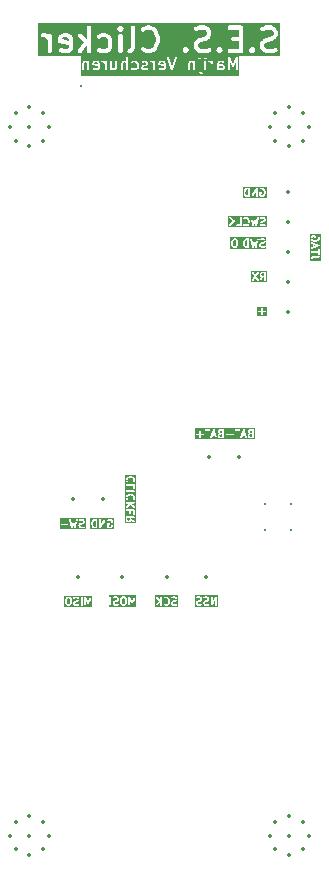
<source format=gbr>
%TF.GenerationSoftware,KiCad,Pcbnew,8.0.6*%
%TF.CreationDate,2024-12-19T09:14:43+01:00*%
%TF.ProjectId,Clicker_PCB,436c6963-6b65-4725-9f50-43422e6b6963,rev?*%
%TF.SameCoordinates,Original*%
%TF.FileFunction,Legend,Bot*%
%TF.FilePolarity,Positive*%
%FSLAX46Y46*%
G04 Gerber Fmt 4.6, Leading zero omitted, Abs format (unit mm)*
G04 Created by KiCad (PCBNEW 8.0.6) date 2024-12-19 09:14:43*
%MOMM*%
%LPD*%
G01*
G04 APERTURE LIST*
%ADD10C,0.150000*%
%ADD11C,0.350000*%
%ADD12C,0.350000*%
%ADD13C,0.200000*%
%ADD14C,0.300000*%
G04 APERTURE END LIST*
D10*
G36*
X121902506Y-142900152D02*
G01*
X119931188Y-142900152D01*
X119931188Y-142746070D01*
X120006188Y-142746070D01*
X120010327Y-142775039D01*
X120025236Y-142800220D01*
X120048647Y-142817778D01*
X120076995Y-142825041D01*
X120105964Y-142820902D01*
X120131145Y-142805993D01*
X120141077Y-142795152D01*
X120367763Y-142492903D01*
X120377506Y-142502646D01*
X120377506Y-142750152D01*
X120378947Y-142764784D01*
X120390146Y-142791820D01*
X120410838Y-142812512D01*
X120437874Y-142823711D01*
X120467138Y-142823711D01*
X120494174Y-142812512D01*
X120514866Y-142791820D01*
X120526065Y-142764784D01*
X120527506Y-142750152D01*
X120527506Y-142147427D01*
X120657518Y-142147427D01*
X120657518Y-142176690D01*
X120668717Y-142203726D01*
X120689410Y-142224418D01*
X120716447Y-142235616D01*
X120745710Y-142235616D01*
X120772746Y-142224417D01*
X120784111Y-142215089D01*
X120802543Y-142196655D01*
X120867057Y-142175152D01*
X120904621Y-142175152D01*
X120969134Y-142196656D01*
X121009914Y-142237436D01*
X121031741Y-142281090D01*
X121058458Y-142387956D01*
X121058458Y-142462346D01*
X121031741Y-142569213D01*
X121009914Y-142612867D01*
X120969134Y-142653647D01*
X120904621Y-142675152D01*
X120867057Y-142675152D01*
X120802543Y-142653648D01*
X120784111Y-142635215D01*
X120772746Y-142625887D01*
X120745710Y-142614688D01*
X120716447Y-142614688D01*
X120689410Y-142625886D01*
X120668717Y-142646578D01*
X120657518Y-142673614D01*
X120657518Y-142702877D01*
X120668716Y-142729914D01*
X120678043Y-142741279D01*
X120708995Y-142772232D01*
X120720360Y-142781559D01*
X120722850Y-142782590D01*
X120724887Y-142784357D01*
X120738312Y-142790351D01*
X120831171Y-142821303D01*
X120838422Y-142822952D01*
X120840255Y-142823711D01*
X120842910Y-142823972D01*
X120845507Y-142824563D01*
X120847481Y-142824422D01*
X120854887Y-142825152D01*
X120916791Y-142825152D01*
X120924196Y-142824422D01*
X120926171Y-142824563D01*
X120928768Y-142823972D01*
X120931423Y-142823711D01*
X120933254Y-142822952D01*
X120940508Y-142821303D01*
X121033365Y-142790351D01*
X121046791Y-142784357D01*
X121048827Y-142782590D01*
X121051316Y-142781560D01*
X121062681Y-142772233D01*
X121124586Y-142710328D01*
X121129308Y-142704574D01*
X121130802Y-142703279D01*
X121132218Y-142701028D01*
X121133914Y-142698963D01*
X121134673Y-142697128D01*
X121138635Y-142690836D01*
X121169588Y-142628932D01*
X121169998Y-142627860D01*
X121170320Y-142627426D01*
X121172510Y-142621295D01*
X121174843Y-142615200D01*
X121174881Y-142614659D01*
X121175267Y-142613580D01*
X121187552Y-142564438D01*
X121306077Y-142564438D01*
X121306077Y-142626342D01*
X121307518Y-142640974D01*
X121308548Y-142643462D01*
X121308740Y-142646152D01*
X121313995Y-142659883D01*
X121344948Y-142721788D01*
X121348910Y-142728082D01*
X121349669Y-142729914D01*
X121351362Y-142731977D01*
X121352781Y-142734231D01*
X121354275Y-142735527D01*
X121358996Y-142741279D01*
X121389948Y-142772232D01*
X121395700Y-142776953D01*
X121396999Y-142778450D01*
X121399255Y-142779870D01*
X121401313Y-142781559D01*
X121403140Y-142782316D01*
X121409441Y-142786282D01*
X121471347Y-142817234D01*
X121485078Y-142822489D01*
X121487765Y-142822679D01*
X121490255Y-142823711D01*
X121504887Y-142825152D01*
X121659649Y-142825152D01*
X121667054Y-142824422D01*
X121669029Y-142824563D01*
X121671626Y-142823972D01*
X121674281Y-142823711D01*
X121676112Y-142822952D01*
X121683366Y-142821303D01*
X121776223Y-142790351D01*
X121789649Y-142784357D01*
X121811756Y-142765183D01*
X121824843Y-142739010D01*
X121826917Y-142709820D01*
X121817663Y-142682058D01*
X121798490Y-142659950D01*
X121772316Y-142646864D01*
X121743126Y-142644789D01*
X121728789Y-142648049D01*
X121647479Y-142675152D01*
X121522592Y-142675152D01*
X121487409Y-142657561D01*
X121473669Y-142643821D01*
X121456077Y-142608636D01*
X121456077Y-142582143D01*
X121473669Y-142546958D01*
X121487409Y-142533218D01*
X121531062Y-142511392D01*
X121646886Y-142482437D01*
X121647965Y-142482051D01*
X121648506Y-142482013D01*
X121654602Y-142479679D01*
X121660731Y-142477490D01*
X121661165Y-142477168D01*
X121662237Y-142476758D01*
X121724142Y-142445805D01*
X121730436Y-142441842D01*
X121732268Y-142441084D01*
X121734331Y-142439390D01*
X121736585Y-142437972D01*
X121737881Y-142436477D01*
X121743633Y-142431757D01*
X121774586Y-142400805D01*
X121779307Y-142395052D01*
X121780804Y-142393754D01*
X121782224Y-142391497D01*
X121783913Y-142389440D01*
X121784670Y-142387612D01*
X121788636Y-142381312D01*
X121819588Y-142319406D01*
X121824843Y-142305675D01*
X121825033Y-142302987D01*
X121826065Y-142300498D01*
X121827506Y-142285866D01*
X121827506Y-142223961D01*
X121826065Y-142209329D01*
X121825033Y-142206839D01*
X121824843Y-142204152D01*
X121819588Y-142190420D01*
X121788636Y-142128516D01*
X121784671Y-142122216D01*
X121783914Y-142120389D01*
X121782225Y-142118332D01*
X121780804Y-142116073D01*
X121779305Y-142114773D01*
X121774587Y-142109024D01*
X121743634Y-142078071D01*
X121737884Y-142073352D01*
X121736585Y-142071854D01*
X121734325Y-142070432D01*
X121732269Y-142068744D01*
X121730441Y-142067986D01*
X121724142Y-142064022D01*
X121662237Y-142033070D01*
X121648505Y-142027815D01*
X121645817Y-142027624D01*
X121643328Y-142026593D01*
X121628696Y-142025152D01*
X121473935Y-142025152D01*
X121466529Y-142025881D01*
X121464555Y-142025741D01*
X121461958Y-142026331D01*
X121459303Y-142026593D01*
X121457470Y-142027351D01*
X121450219Y-142029001D01*
X121357360Y-142059953D01*
X121343935Y-142065947D01*
X121321828Y-142085120D01*
X121308741Y-142111294D01*
X121306666Y-142140484D01*
X121315920Y-142168246D01*
X121335093Y-142190353D01*
X121361267Y-142203440D01*
X121390457Y-142205515D01*
X121404794Y-142202255D01*
X121486105Y-142175152D01*
X121610992Y-142175152D01*
X121646173Y-142192742D01*
X121659915Y-142206484D01*
X121677506Y-142241666D01*
X121677506Y-142268161D01*
X121659915Y-142303343D01*
X121646175Y-142317083D01*
X121602519Y-142338911D01*
X121486697Y-142367867D01*
X121485617Y-142368252D01*
X121485078Y-142368291D01*
X121479002Y-142370615D01*
X121472851Y-142372814D01*
X121472414Y-142373137D01*
X121471347Y-142373546D01*
X121409441Y-142404498D01*
X121403140Y-142408463D01*
X121401313Y-142409221D01*
X121399255Y-142410909D01*
X121396999Y-142412330D01*
X121395700Y-142413826D01*
X121389948Y-142418548D01*
X121358996Y-142449501D01*
X121354275Y-142455252D01*
X121352781Y-142456549D01*
X121351362Y-142458802D01*
X121349669Y-142460866D01*
X121348910Y-142462697D01*
X121344948Y-142468992D01*
X121313995Y-142530897D01*
X121308740Y-142544628D01*
X121308548Y-142547317D01*
X121307518Y-142549806D01*
X121306077Y-142564438D01*
X121187552Y-142564438D01*
X121206219Y-142489770D01*
X121206594Y-142487233D01*
X121207017Y-142486212D01*
X121207559Y-142480699D01*
X121208369Y-142475226D01*
X121208206Y-142474133D01*
X121208458Y-142471580D01*
X121208458Y-142378723D01*
X121208206Y-142376169D01*
X121208369Y-142375077D01*
X121207559Y-142369603D01*
X121207017Y-142364091D01*
X121206594Y-142363069D01*
X121206219Y-142360533D01*
X121175267Y-142236724D01*
X121174881Y-142235644D01*
X121174843Y-142235104D01*
X121172510Y-142229008D01*
X121170320Y-142222878D01*
X121169998Y-142222443D01*
X121169588Y-142221372D01*
X121138635Y-142159468D01*
X121134673Y-142153175D01*
X121133914Y-142151341D01*
X121132218Y-142149275D01*
X121130802Y-142147025D01*
X121129308Y-142145729D01*
X121124586Y-142139976D01*
X121062681Y-142078071D01*
X121051316Y-142068744D01*
X121048827Y-142067713D01*
X121046791Y-142065947D01*
X121033365Y-142059953D01*
X120940508Y-142029001D01*
X120933254Y-142027351D01*
X120931423Y-142026593D01*
X120928768Y-142026331D01*
X120926171Y-142025741D01*
X120924196Y-142025881D01*
X120916791Y-142025152D01*
X120854887Y-142025152D01*
X120847481Y-142025881D01*
X120845507Y-142025741D01*
X120842910Y-142026331D01*
X120840255Y-142026593D01*
X120838422Y-142027351D01*
X120831171Y-142029001D01*
X120738312Y-142059953D01*
X120724887Y-142065947D01*
X120722850Y-142067713D01*
X120720360Y-142068745D01*
X120708995Y-142078072D01*
X120678043Y-142109025D01*
X120668716Y-142120390D01*
X120657518Y-142147427D01*
X120527506Y-142147427D01*
X120527506Y-142100152D01*
X120526065Y-142085520D01*
X120514866Y-142058484D01*
X120494174Y-142037792D01*
X120467138Y-142026593D01*
X120437874Y-142026593D01*
X120410838Y-142037792D01*
X120390146Y-142058484D01*
X120378947Y-142085520D01*
X120377506Y-142100152D01*
X120377506Y-142290514D01*
X120134110Y-142047119D01*
X120122745Y-142037791D01*
X120095708Y-142026593D01*
X120066445Y-142026593D01*
X120039409Y-142037792D01*
X120018716Y-142058484D01*
X120007518Y-142085521D01*
X120007518Y-142114784D01*
X120018717Y-142141820D01*
X120028044Y-142153185D01*
X120260620Y-142385760D01*
X120021077Y-142705152D01*
X120013451Y-142717722D01*
X120006188Y-142746070D01*
X119931188Y-142746070D01*
X119931188Y-141950152D01*
X121902506Y-141950152D01*
X121902506Y-142900152D01*
G37*
G36*
X112693792Y-142205242D02*
G01*
X112732402Y-142243852D01*
X112756077Y-142338552D01*
X112756077Y-142536751D01*
X112732402Y-142631451D01*
X112693792Y-142670061D01*
X112658611Y-142687652D01*
X112570211Y-142687652D01*
X112535027Y-142670060D01*
X112496418Y-142631451D01*
X112472744Y-142536751D01*
X112472744Y-142338552D01*
X112496418Y-142243852D01*
X112535027Y-142205243D01*
X112570211Y-142187652D01*
X112658611Y-142187652D01*
X112693792Y-142205242D01*
G37*
G36*
X114621554Y-142912652D02*
G01*
X112247744Y-142912652D01*
X112247744Y-142329319D01*
X112322744Y-142329319D01*
X112322744Y-142545985D01*
X112322995Y-142548534D01*
X112322832Y-142549630D01*
X112323643Y-142555114D01*
X112324185Y-142560617D01*
X112324607Y-142561637D01*
X112324983Y-142564175D01*
X112355935Y-142687985D01*
X112360882Y-142701830D01*
X112364201Y-142706310D01*
X112366336Y-142711463D01*
X112375663Y-142722828D01*
X112437568Y-142784733D01*
X112443321Y-142789455D01*
X112444618Y-142790950D01*
X112446869Y-142792367D01*
X112448933Y-142794061D01*
X112450766Y-142794820D01*
X112457060Y-142798782D01*
X112518966Y-142829734D01*
X112532697Y-142834989D01*
X112535384Y-142835179D01*
X112537874Y-142836211D01*
X112552506Y-142837652D01*
X112676315Y-142837652D01*
X112690947Y-142836211D01*
X112693436Y-142835179D01*
X112696124Y-142834989D01*
X112709856Y-142829734D01*
X112771761Y-142798782D01*
X112778060Y-142794817D01*
X112779888Y-142794060D01*
X112781944Y-142792371D01*
X112784204Y-142790950D01*
X112785503Y-142789451D01*
X112791253Y-142784733D01*
X112853158Y-142722828D01*
X112862486Y-142711463D01*
X112864620Y-142706309D01*
X112867939Y-142701831D01*
X112872886Y-142687985D01*
X112900647Y-142576938D01*
X113003696Y-142576938D01*
X113003696Y-142638842D01*
X113005137Y-142653474D01*
X113006167Y-142655962D01*
X113006359Y-142658652D01*
X113011614Y-142672383D01*
X113042567Y-142734288D01*
X113046529Y-142740582D01*
X113047288Y-142742414D01*
X113048981Y-142744477D01*
X113050400Y-142746731D01*
X113051894Y-142748027D01*
X113056615Y-142753779D01*
X113087567Y-142784732D01*
X113093319Y-142789453D01*
X113094618Y-142790950D01*
X113096874Y-142792370D01*
X113098932Y-142794059D01*
X113100759Y-142794816D01*
X113107060Y-142798782D01*
X113168966Y-142829734D01*
X113182697Y-142834989D01*
X113185384Y-142835179D01*
X113187874Y-142836211D01*
X113202506Y-142837652D01*
X113357268Y-142837652D01*
X113364673Y-142836922D01*
X113366648Y-142837063D01*
X113369245Y-142836472D01*
X113371900Y-142836211D01*
X113373731Y-142835452D01*
X113380985Y-142833803D01*
X113473842Y-142802851D01*
X113487268Y-142796857D01*
X113509375Y-142777683D01*
X113522462Y-142751510D01*
X113524536Y-142722320D01*
X113515282Y-142694558D01*
X113496109Y-142672450D01*
X113469935Y-142659364D01*
X113440745Y-142657289D01*
X113426408Y-142660549D01*
X113345098Y-142687652D01*
X113220211Y-142687652D01*
X113185028Y-142670061D01*
X113171288Y-142656321D01*
X113153696Y-142621136D01*
X113153696Y-142594643D01*
X113171288Y-142559458D01*
X113185028Y-142545718D01*
X113228681Y-142523892D01*
X113344505Y-142494937D01*
X113345584Y-142494551D01*
X113346125Y-142494513D01*
X113352221Y-142492179D01*
X113358350Y-142489990D01*
X113358784Y-142489668D01*
X113359856Y-142489258D01*
X113421761Y-142458305D01*
X113428055Y-142454342D01*
X113429887Y-142453584D01*
X113431950Y-142451890D01*
X113434204Y-142450472D01*
X113435500Y-142448977D01*
X113441252Y-142444257D01*
X113472205Y-142413305D01*
X113476926Y-142407552D01*
X113478423Y-142406254D01*
X113479843Y-142403997D01*
X113481532Y-142401940D01*
X113482289Y-142400112D01*
X113486255Y-142393812D01*
X113517207Y-142331906D01*
X113522462Y-142318175D01*
X113522652Y-142315487D01*
X113523684Y-142312998D01*
X113525125Y-142298366D01*
X113525125Y-142236461D01*
X113523684Y-142221829D01*
X113522652Y-142219339D01*
X113522462Y-142216652D01*
X113517207Y-142202920D01*
X113486255Y-142141016D01*
X113482290Y-142134716D01*
X113481533Y-142132889D01*
X113479844Y-142130832D01*
X113478423Y-142128573D01*
X113476924Y-142127273D01*
X113472206Y-142121524D01*
X113463334Y-142112652D01*
X113653697Y-142112652D01*
X113653697Y-142762652D01*
X113655138Y-142777284D01*
X113666337Y-142804320D01*
X113687029Y-142825012D01*
X113714065Y-142836211D01*
X113743329Y-142836211D01*
X113770365Y-142825012D01*
X113791057Y-142804320D01*
X113802256Y-142777284D01*
X113803697Y-142762652D01*
X113803697Y-142112652D01*
X113963220Y-142112652D01*
X113963220Y-142762652D01*
X113964661Y-142777284D01*
X113975860Y-142804320D01*
X113996552Y-142825012D01*
X114023588Y-142836211D01*
X114052852Y-142836211D01*
X114079888Y-142825012D01*
X114100580Y-142804320D01*
X114111779Y-142777284D01*
X114113220Y-142762652D01*
X114113220Y-142450719D01*
X114186923Y-142608654D01*
X114190096Y-142614011D01*
X114190757Y-142615827D01*
X114191933Y-142617111D01*
X114194417Y-142621304D01*
X114202822Y-142629002D01*
X114210521Y-142637408D01*
X114213540Y-142638816D01*
X114215998Y-142641068D01*
X114226707Y-142644962D01*
X114237039Y-142649784D01*
X114240370Y-142649930D01*
X114243499Y-142651068D01*
X114254882Y-142650567D01*
X114266275Y-142651068D01*
X114269406Y-142649929D01*
X114272735Y-142649783D01*
X114283061Y-142644964D01*
X114293776Y-142641068D01*
X114296234Y-142638816D01*
X114299253Y-142637408D01*
X114306948Y-142629004D01*
X114315357Y-142621304D01*
X114317842Y-142617108D01*
X114319017Y-142615826D01*
X114319676Y-142614013D01*
X114322851Y-142608654D01*
X114396554Y-142450719D01*
X114396554Y-142762652D01*
X114397995Y-142777284D01*
X114409194Y-142804320D01*
X114429886Y-142825012D01*
X114456922Y-142836211D01*
X114486186Y-142836211D01*
X114513222Y-142825012D01*
X114533914Y-142804320D01*
X114545113Y-142777284D01*
X114546554Y-142762652D01*
X114546554Y-142112652D01*
X114545606Y-142103030D01*
X114545684Y-142101265D01*
X114545339Y-142100316D01*
X114545113Y-142098020D01*
X114540128Y-142085985D01*
X114535684Y-142073764D01*
X114534554Y-142072530D01*
X114533914Y-142070984D01*
X114524704Y-142061774D01*
X114515920Y-142052182D01*
X114514405Y-142051475D01*
X114513222Y-142050292D01*
X114501190Y-142045308D01*
X114489402Y-142039807D01*
X114487732Y-142039733D01*
X114486186Y-142039093D01*
X114473157Y-142039093D01*
X114460166Y-142038522D01*
X114458596Y-142039093D01*
X114456922Y-142039093D01*
X114444895Y-142044074D01*
X114432665Y-142048522D01*
X114431431Y-142049651D01*
X114429886Y-142050292D01*
X114420680Y-142059497D01*
X114411084Y-142068286D01*
X114409909Y-142070268D01*
X114409194Y-142070984D01*
X114408515Y-142072620D01*
X114403590Y-142080936D01*
X114254887Y-142399584D01*
X114106184Y-142080936D01*
X114101258Y-142072620D01*
X114100580Y-142070984D01*
X114099864Y-142070268D01*
X114098690Y-142068286D01*
X114089093Y-142059497D01*
X114079888Y-142050292D01*
X114078342Y-142049651D01*
X114077109Y-142048522D01*
X114064878Y-142044074D01*
X114052852Y-142039093D01*
X114051178Y-142039093D01*
X114049608Y-142038522D01*
X114036607Y-142039093D01*
X114023588Y-142039093D01*
X114022043Y-142039732D01*
X114020372Y-142039806D01*
X114008573Y-142045312D01*
X113996552Y-142050292D01*
X113995369Y-142051474D01*
X113993854Y-142052182D01*
X113985065Y-142061778D01*
X113975860Y-142070984D01*
X113975219Y-142072529D01*
X113974090Y-142073763D01*
X113969642Y-142085993D01*
X113964661Y-142098020D01*
X113964434Y-142100315D01*
X113964090Y-142101264D01*
X113964167Y-142103030D01*
X113963220Y-142112652D01*
X113803697Y-142112652D01*
X113802256Y-142098020D01*
X113791057Y-142070984D01*
X113770365Y-142050292D01*
X113743329Y-142039093D01*
X113714065Y-142039093D01*
X113687029Y-142050292D01*
X113666337Y-142070984D01*
X113655138Y-142098020D01*
X113653697Y-142112652D01*
X113463334Y-142112652D01*
X113441253Y-142090571D01*
X113435503Y-142085852D01*
X113434204Y-142084354D01*
X113431944Y-142082932D01*
X113429888Y-142081244D01*
X113428060Y-142080486D01*
X113421761Y-142076522D01*
X113359856Y-142045570D01*
X113346124Y-142040315D01*
X113343436Y-142040124D01*
X113340947Y-142039093D01*
X113326315Y-142037652D01*
X113171554Y-142037652D01*
X113164148Y-142038381D01*
X113162174Y-142038241D01*
X113159577Y-142038831D01*
X113156922Y-142039093D01*
X113155089Y-142039851D01*
X113147838Y-142041501D01*
X113054979Y-142072453D01*
X113041554Y-142078447D01*
X113019447Y-142097620D01*
X113006360Y-142123794D01*
X113004285Y-142152984D01*
X113013539Y-142180746D01*
X113032712Y-142202853D01*
X113058886Y-142215940D01*
X113088076Y-142218015D01*
X113102413Y-142214755D01*
X113183724Y-142187652D01*
X113308611Y-142187652D01*
X113343792Y-142205242D01*
X113357534Y-142218984D01*
X113375125Y-142254166D01*
X113375125Y-142280661D01*
X113357534Y-142315843D01*
X113343794Y-142329583D01*
X113300138Y-142351411D01*
X113184316Y-142380367D01*
X113183236Y-142380752D01*
X113182697Y-142380791D01*
X113176621Y-142383115D01*
X113170470Y-142385314D01*
X113170033Y-142385637D01*
X113168966Y-142386046D01*
X113107060Y-142416998D01*
X113100759Y-142420963D01*
X113098932Y-142421721D01*
X113096874Y-142423409D01*
X113094618Y-142424830D01*
X113093319Y-142426326D01*
X113087567Y-142431048D01*
X113056615Y-142462001D01*
X113051894Y-142467752D01*
X113050400Y-142469049D01*
X113048981Y-142471302D01*
X113047288Y-142473366D01*
X113046529Y-142475197D01*
X113042567Y-142481492D01*
X113011614Y-142543397D01*
X113006359Y-142557128D01*
X113006167Y-142559817D01*
X113005137Y-142562306D01*
X113003696Y-142576938D01*
X112900647Y-142576938D01*
X112903838Y-142564175D01*
X112904213Y-142561638D01*
X112904636Y-142560617D01*
X112905178Y-142555104D01*
X112905988Y-142549631D01*
X112905825Y-142548538D01*
X112906077Y-142545985D01*
X112906077Y-142329319D01*
X112905825Y-142326765D01*
X112905988Y-142325673D01*
X112905178Y-142320199D01*
X112904636Y-142314687D01*
X112904213Y-142313665D01*
X112903838Y-142311129D01*
X112872886Y-142187319D01*
X112867939Y-142173473D01*
X112864620Y-142168994D01*
X112862486Y-142163841D01*
X112853158Y-142152476D01*
X112791253Y-142090571D01*
X112785503Y-142085852D01*
X112784204Y-142084354D01*
X112781944Y-142082932D01*
X112779888Y-142081244D01*
X112778060Y-142080486D01*
X112771761Y-142076522D01*
X112709856Y-142045570D01*
X112696124Y-142040315D01*
X112693436Y-142040124D01*
X112690947Y-142039093D01*
X112676315Y-142037652D01*
X112552506Y-142037652D01*
X112537874Y-142039093D01*
X112535384Y-142040124D01*
X112532697Y-142040315D01*
X112518966Y-142045570D01*
X112457060Y-142076522D01*
X112450766Y-142080483D01*
X112448933Y-142081243D01*
X112446869Y-142082936D01*
X112444618Y-142084354D01*
X112443321Y-142085848D01*
X112437568Y-142090571D01*
X112375663Y-142152476D01*
X112366336Y-142163841D01*
X112364201Y-142168993D01*
X112360882Y-142173474D01*
X112355935Y-142187319D01*
X112324983Y-142311129D01*
X112324607Y-142313666D01*
X112324185Y-142314687D01*
X112323643Y-142320189D01*
X112322832Y-142325674D01*
X112322995Y-142326769D01*
X112322744Y-142329319D01*
X112247744Y-142329319D01*
X112247744Y-141962652D01*
X114621554Y-141962652D01*
X114621554Y-142912652D01*
G37*
G36*
X125259054Y-142887652D02*
G01*
X123318577Y-142887652D01*
X123318577Y-142551938D01*
X123393577Y-142551938D01*
X123393577Y-142613842D01*
X123395018Y-142628474D01*
X123396048Y-142630962D01*
X123396240Y-142633652D01*
X123401495Y-142647383D01*
X123432448Y-142709288D01*
X123436410Y-142715582D01*
X123437169Y-142717414D01*
X123438862Y-142719477D01*
X123440281Y-142721731D01*
X123441775Y-142723027D01*
X123446496Y-142728779D01*
X123477448Y-142759732D01*
X123483200Y-142764453D01*
X123484499Y-142765950D01*
X123486755Y-142767370D01*
X123488813Y-142769059D01*
X123490640Y-142769816D01*
X123496941Y-142773782D01*
X123558847Y-142804734D01*
X123572578Y-142809989D01*
X123575265Y-142810179D01*
X123577755Y-142811211D01*
X123592387Y-142812652D01*
X123747149Y-142812652D01*
X123754554Y-142811922D01*
X123756529Y-142812063D01*
X123759126Y-142811472D01*
X123761781Y-142811211D01*
X123763612Y-142810452D01*
X123770866Y-142808803D01*
X123863723Y-142777851D01*
X123877149Y-142771857D01*
X123899256Y-142752683D01*
X123912343Y-142726510D01*
X123914417Y-142697320D01*
X123905163Y-142669558D01*
X123885990Y-142647450D01*
X123859816Y-142634364D01*
X123830626Y-142632289D01*
X123816289Y-142635549D01*
X123734979Y-142662652D01*
X123610092Y-142662652D01*
X123574909Y-142645061D01*
X123561169Y-142631321D01*
X123543577Y-142596136D01*
X123543577Y-142569643D01*
X123552429Y-142551938D01*
X124012625Y-142551938D01*
X124012625Y-142613842D01*
X124014066Y-142628474D01*
X124015096Y-142630962D01*
X124015288Y-142633652D01*
X124020543Y-142647383D01*
X124051496Y-142709288D01*
X124055458Y-142715582D01*
X124056217Y-142717414D01*
X124057910Y-142719477D01*
X124059329Y-142721731D01*
X124060823Y-142723027D01*
X124065544Y-142728779D01*
X124096496Y-142759732D01*
X124102248Y-142764453D01*
X124103547Y-142765950D01*
X124105803Y-142767370D01*
X124107861Y-142769059D01*
X124109688Y-142769816D01*
X124115989Y-142773782D01*
X124177895Y-142804734D01*
X124191626Y-142809989D01*
X124194313Y-142810179D01*
X124196803Y-142811211D01*
X124211435Y-142812652D01*
X124366197Y-142812652D01*
X124373602Y-142811922D01*
X124375577Y-142812063D01*
X124378174Y-142811472D01*
X124380829Y-142811211D01*
X124382660Y-142810452D01*
X124389914Y-142808803D01*
X124482771Y-142777851D01*
X124496197Y-142771857D01*
X124518304Y-142752683D01*
X124531391Y-142726510D01*
X124533465Y-142697320D01*
X124524211Y-142669558D01*
X124505038Y-142647450D01*
X124478864Y-142634364D01*
X124449674Y-142632289D01*
X124435337Y-142635549D01*
X124354027Y-142662652D01*
X124229140Y-142662652D01*
X124193957Y-142645061D01*
X124180217Y-142631321D01*
X124162625Y-142596136D01*
X124162625Y-142569643D01*
X124180217Y-142534458D01*
X124193957Y-142520718D01*
X124237610Y-142498892D01*
X124353434Y-142469937D01*
X124354513Y-142469551D01*
X124355054Y-142469513D01*
X124361150Y-142467179D01*
X124367279Y-142464990D01*
X124367713Y-142464668D01*
X124368785Y-142464258D01*
X124430690Y-142433305D01*
X124436984Y-142429342D01*
X124438816Y-142428584D01*
X124440879Y-142426890D01*
X124443133Y-142425472D01*
X124444429Y-142423977D01*
X124450181Y-142419257D01*
X124481134Y-142388305D01*
X124485855Y-142382552D01*
X124487352Y-142381254D01*
X124488772Y-142378997D01*
X124490461Y-142376940D01*
X124491218Y-142375112D01*
X124495184Y-142368812D01*
X124526136Y-142306906D01*
X124531391Y-142293175D01*
X124531581Y-142290487D01*
X124532613Y-142287998D01*
X124534054Y-142273366D01*
X124534054Y-142211461D01*
X124532613Y-142196829D01*
X124531581Y-142194339D01*
X124531391Y-142191652D01*
X124526136Y-142177920D01*
X124495184Y-142116016D01*
X124491219Y-142109716D01*
X124490462Y-142107889D01*
X124488773Y-142105832D01*
X124487352Y-142103573D01*
X124485853Y-142102273D01*
X124481135Y-142096524D01*
X124472263Y-142087652D01*
X124662625Y-142087652D01*
X124662625Y-142737652D01*
X124662995Y-142741415D01*
X124662808Y-142742891D01*
X124663329Y-142744801D01*
X124664066Y-142752284D01*
X124667883Y-142761500D01*
X124670508Y-142771122D01*
X124673434Y-142774901D01*
X124675265Y-142779320D01*
X124682316Y-142786371D01*
X124688425Y-142794260D01*
X124692578Y-142796633D01*
X124695957Y-142800012D01*
X124705169Y-142803828D01*
X124713834Y-142808779D01*
X124718577Y-142809381D01*
X124722993Y-142811211D01*
X124732967Y-142811211D01*
X124742864Y-142812469D01*
X124747476Y-142811211D01*
X124752257Y-142811211D01*
X124761473Y-142807393D01*
X124771095Y-142804769D01*
X124774874Y-142801842D01*
X124779293Y-142800012D01*
X124786344Y-142792960D01*
X124794233Y-142786852D01*
X124798585Y-142780719D01*
X124799985Y-142779320D01*
X124800554Y-142777945D01*
X124802743Y-142774862D01*
X125034054Y-142370068D01*
X125034054Y-142737652D01*
X125035495Y-142752284D01*
X125046694Y-142779320D01*
X125067386Y-142800012D01*
X125094422Y-142811211D01*
X125123686Y-142811211D01*
X125150722Y-142800012D01*
X125171414Y-142779320D01*
X125182613Y-142752284D01*
X125184054Y-142737652D01*
X125184054Y-142087652D01*
X125183683Y-142083889D01*
X125183871Y-142082414D01*
X125183350Y-142080503D01*
X125182613Y-142073020D01*
X125178794Y-142063802D01*
X125176171Y-142054182D01*
X125173244Y-142050403D01*
X125171414Y-142045984D01*
X125164357Y-142038927D01*
X125158253Y-142031045D01*
X125154104Y-142028674D01*
X125150722Y-142025292D01*
X125141501Y-142021472D01*
X125132845Y-142016526D01*
X125128105Y-142015923D01*
X125123686Y-142014093D01*
X125113704Y-142014093D01*
X125103815Y-142012836D01*
X125099206Y-142014093D01*
X125094422Y-142014093D01*
X125085204Y-142017911D01*
X125075583Y-142020535D01*
X125071802Y-142023462D01*
X125067386Y-142025292D01*
X125060332Y-142032345D01*
X125052446Y-142038453D01*
X125048094Y-142044583D01*
X125046694Y-142045984D01*
X125046124Y-142047358D01*
X125043936Y-142050442D01*
X124812625Y-142455235D01*
X124812625Y-142087652D01*
X124811184Y-142073020D01*
X124799985Y-142045984D01*
X124779293Y-142025292D01*
X124752257Y-142014093D01*
X124722993Y-142014093D01*
X124695957Y-142025292D01*
X124675265Y-142045984D01*
X124664066Y-142073020D01*
X124662625Y-142087652D01*
X124472263Y-142087652D01*
X124450182Y-142065571D01*
X124444432Y-142060852D01*
X124443133Y-142059354D01*
X124440873Y-142057932D01*
X124438817Y-142056244D01*
X124436989Y-142055486D01*
X124430690Y-142051522D01*
X124368785Y-142020570D01*
X124355053Y-142015315D01*
X124352365Y-142015124D01*
X124349876Y-142014093D01*
X124335244Y-142012652D01*
X124180483Y-142012652D01*
X124173077Y-142013381D01*
X124171103Y-142013241D01*
X124168506Y-142013831D01*
X124165851Y-142014093D01*
X124164018Y-142014851D01*
X124156767Y-142016501D01*
X124063908Y-142047453D01*
X124050483Y-142053447D01*
X124028376Y-142072620D01*
X124015289Y-142098794D01*
X124013214Y-142127984D01*
X124022468Y-142155746D01*
X124041641Y-142177853D01*
X124067815Y-142190940D01*
X124097005Y-142193015D01*
X124111342Y-142189755D01*
X124192653Y-142162652D01*
X124317540Y-142162652D01*
X124352721Y-142180242D01*
X124366463Y-142193984D01*
X124384054Y-142229166D01*
X124384054Y-142255661D01*
X124366463Y-142290843D01*
X124352723Y-142304583D01*
X124309067Y-142326411D01*
X124193245Y-142355367D01*
X124192165Y-142355752D01*
X124191626Y-142355791D01*
X124185550Y-142358115D01*
X124179399Y-142360314D01*
X124178962Y-142360637D01*
X124177895Y-142361046D01*
X124115989Y-142391998D01*
X124109688Y-142395963D01*
X124107861Y-142396721D01*
X124105803Y-142398409D01*
X124103547Y-142399830D01*
X124102248Y-142401326D01*
X124096496Y-142406048D01*
X124065544Y-142437001D01*
X124060823Y-142442752D01*
X124059329Y-142444049D01*
X124057910Y-142446302D01*
X124056217Y-142448366D01*
X124055458Y-142450197D01*
X124051496Y-142456492D01*
X124020543Y-142518397D01*
X124015288Y-142532128D01*
X124015096Y-142534817D01*
X124014066Y-142537306D01*
X124012625Y-142551938D01*
X123552429Y-142551938D01*
X123561169Y-142534458D01*
X123574909Y-142520718D01*
X123618562Y-142498892D01*
X123734386Y-142469937D01*
X123735465Y-142469551D01*
X123736006Y-142469513D01*
X123742102Y-142467179D01*
X123748231Y-142464990D01*
X123748665Y-142464668D01*
X123749737Y-142464258D01*
X123811642Y-142433305D01*
X123817936Y-142429342D01*
X123819768Y-142428584D01*
X123821831Y-142426890D01*
X123824085Y-142425472D01*
X123825381Y-142423977D01*
X123831133Y-142419257D01*
X123862086Y-142388305D01*
X123866807Y-142382552D01*
X123868304Y-142381254D01*
X123869724Y-142378997D01*
X123871413Y-142376940D01*
X123872170Y-142375112D01*
X123876136Y-142368812D01*
X123907088Y-142306906D01*
X123912343Y-142293175D01*
X123912533Y-142290487D01*
X123913565Y-142287998D01*
X123915006Y-142273366D01*
X123915006Y-142211461D01*
X123913565Y-142196829D01*
X123912533Y-142194339D01*
X123912343Y-142191652D01*
X123907088Y-142177920D01*
X123876136Y-142116016D01*
X123872171Y-142109716D01*
X123871414Y-142107889D01*
X123869725Y-142105832D01*
X123868304Y-142103573D01*
X123866805Y-142102273D01*
X123862087Y-142096524D01*
X123831134Y-142065571D01*
X123825384Y-142060852D01*
X123824085Y-142059354D01*
X123821825Y-142057932D01*
X123819769Y-142056244D01*
X123817941Y-142055486D01*
X123811642Y-142051522D01*
X123749737Y-142020570D01*
X123736005Y-142015315D01*
X123733317Y-142015124D01*
X123730828Y-142014093D01*
X123716196Y-142012652D01*
X123561435Y-142012652D01*
X123554029Y-142013381D01*
X123552055Y-142013241D01*
X123549458Y-142013831D01*
X123546803Y-142014093D01*
X123544970Y-142014851D01*
X123537719Y-142016501D01*
X123444860Y-142047453D01*
X123431435Y-142053447D01*
X123409328Y-142072620D01*
X123396241Y-142098794D01*
X123394166Y-142127984D01*
X123403420Y-142155746D01*
X123422593Y-142177853D01*
X123448767Y-142190940D01*
X123477957Y-142193015D01*
X123492294Y-142189755D01*
X123573605Y-142162652D01*
X123698492Y-142162652D01*
X123733673Y-142180242D01*
X123747415Y-142193984D01*
X123765006Y-142229166D01*
X123765006Y-142255661D01*
X123747415Y-142290843D01*
X123733675Y-142304583D01*
X123690019Y-142326411D01*
X123574197Y-142355367D01*
X123573117Y-142355752D01*
X123572578Y-142355791D01*
X123566502Y-142358115D01*
X123560351Y-142360314D01*
X123559914Y-142360637D01*
X123558847Y-142361046D01*
X123496941Y-142391998D01*
X123490640Y-142395963D01*
X123488813Y-142396721D01*
X123486755Y-142398409D01*
X123484499Y-142399830D01*
X123483200Y-142401326D01*
X123477448Y-142406048D01*
X123446496Y-142437001D01*
X123441775Y-142442752D01*
X123440281Y-142444049D01*
X123438862Y-142446302D01*
X123437169Y-142448366D01*
X123436410Y-142450197D01*
X123432448Y-142456492D01*
X123401495Y-142518397D01*
X123396240Y-142532128D01*
X123396048Y-142534817D01*
X123395018Y-142537306D01*
X123393577Y-142551938D01*
X123318577Y-142551938D01*
X123318577Y-141937652D01*
X125259054Y-141937652D01*
X125259054Y-142887652D01*
G37*
G36*
X117347364Y-142192742D02*
G01*
X117385974Y-142231352D01*
X117409649Y-142326052D01*
X117409649Y-142524251D01*
X117385974Y-142618951D01*
X117347364Y-142657561D01*
X117312183Y-142675152D01*
X117223783Y-142675152D01*
X117188599Y-142657560D01*
X117149990Y-142618951D01*
X117126316Y-142524251D01*
X117126316Y-142326052D01*
X117149990Y-142231352D01*
X117188599Y-142192743D01*
X117223783Y-142175152D01*
X117312183Y-142175152D01*
X117347364Y-142192742D01*
G37*
G36*
X118346554Y-142900152D02*
G01*
X116003697Y-142900152D01*
X116003697Y-142100152D01*
X116078697Y-142100152D01*
X116078697Y-142750152D01*
X116080138Y-142764784D01*
X116091337Y-142791820D01*
X116112029Y-142812512D01*
X116139065Y-142823711D01*
X116168329Y-142823711D01*
X116195365Y-142812512D01*
X116216057Y-142791820D01*
X116227256Y-142764784D01*
X116228697Y-142750152D01*
X116228697Y-142564438D01*
X116357268Y-142564438D01*
X116357268Y-142626342D01*
X116358709Y-142640974D01*
X116359739Y-142643462D01*
X116359931Y-142646152D01*
X116365186Y-142659883D01*
X116396139Y-142721788D01*
X116400101Y-142728082D01*
X116400860Y-142729914D01*
X116402553Y-142731977D01*
X116403972Y-142734231D01*
X116405466Y-142735527D01*
X116410187Y-142741279D01*
X116441139Y-142772232D01*
X116446891Y-142776953D01*
X116448190Y-142778450D01*
X116450446Y-142779870D01*
X116452504Y-142781559D01*
X116454331Y-142782316D01*
X116460632Y-142786282D01*
X116522538Y-142817234D01*
X116536269Y-142822489D01*
X116538956Y-142822679D01*
X116541446Y-142823711D01*
X116556078Y-142825152D01*
X116710840Y-142825152D01*
X116718245Y-142824422D01*
X116720220Y-142824563D01*
X116722817Y-142823972D01*
X116725472Y-142823711D01*
X116727303Y-142822952D01*
X116734557Y-142821303D01*
X116827414Y-142790351D01*
X116840840Y-142784357D01*
X116862947Y-142765183D01*
X116876034Y-142739010D01*
X116878108Y-142709820D01*
X116868854Y-142682058D01*
X116849681Y-142659950D01*
X116823507Y-142646864D01*
X116794317Y-142644789D01*
X116779980Y-142648049D01*
X116698670Y-142675152D01*
X116573783Y-142675152D01*
X116538600Y-142657561D01*
X116524860Y-142643821D01*
X116507268Y-142608636D01*
X116507268Y-142582143D01*
X116524860Y-142546958D01*
X116538600Y-142533218D01*
X116582253Y-142511392D01*
X116698077Y-142482437D01*
X116699156Y-142482051D01*
X116699697Y-142482013D01*
X116705793Y-142479679D01*
X116711922Y-142477490D01*
X116712356Y-142477168D01*
X116713428Y-142476758D01*
X116775333Y-142445805D01*
X116781627Y-142441842D01*
X116783459Y-142441084D01*
X116785522Y-142439390D01*
X116787776Y-142437972D01*
X116789072Y-142436477D01*
X116794824Y-142431757D01*
X116825777Y-142400805D01*
X116830498Y-142395052D01*
X116831995Y-142393754D01*
X116833415Y-142391497D01*
X116835104Y-142389440D01*
X116835861Y-142387612D01*
X116839827Y-142381312D01*
X116870779Y-142319406D01*
X116871769Y-142316819D01*
X116976316Y-142316819D01*
X116976316Y-142533485D01*
X116976567Y-142536034D01*
X116976404Y-142537130D01*
X116977215Y-142542614D01*
X116977757Y-142548117D01*
X116978179Y-142549137D01*
X116978555Y-142551675D01*
X117009507Y-142675485D01*
X117014454Y-142689330D01*
X117017773Y-142693810D01*
X117019908Y-142698963D01*
X117029235Y-142710328D01*
X117091140Y-142772233D01*
X117096893Y-142776955D01*
X117098190Y-142778450D01*
X117100441Y-142779867D01*
X117102505Y-142781561D01*
X117104338Y-142782320D01*
X117110632Y-142786282D01*
X117172538Y-142817234D01*
X117186269Y-142822489D01*
X117188956Y-142822679D01*
X117191446Y-142823711D01*
X117206078Y-142825152D01*
X117329887Y-142825152D01*
X117344519Y-142823711D01*
X117347008Y-142822679D01*
X117349696Y-142822489D01*
X117363428Y-142817234D01*
X117425333Y-142786282D01*
X117431632Y-142782317D01*
X117433460Y-142781560D01*
X117435516Y-142779871D01*
X117437776Y-142778450D01*
X117439075Y-142776951D01*
X117444825Y-142772233D01*
X117506730Y-142710328D01*
X117516058Y-142698963D01*
X117518192Y-142693809D01*
X117521511Y-142689331D01*
X117526458Y-142675485D01*
X117557410Y-142551675D01*
X117557785Y-142549138D01*
X117558208Y-142548117D01*
X117558750Y-142542604D01*
X117559560Y-142537131D01*
X117559397Y-142536038D01*
X117559649Y-142533485D01*
X117559649Y-142316819D01*
X117559397Y-142314265D01*
X117559560Y-142313173D01*
X117558750Y-142307699D01*
X117558208Y-142302187D01*
X117557785Y-142301165D01*
X117557410Y-142298629D01*
X117526458Y-142174819D01*
X117521511Y-142160973D01*
X117518192Y-142156494D01*
X117516058Y-142151341D01*
X117506730Y-142139976D01*
X117466906Y-142100152D01*
X117688220Y-142100152D01*
X117688220Y-142750152D01*
X117689661Y-142764784D01*
X117700860Y-142791820D01*
X117721552Y-142812512D01*
X117748588Y-142823711D01*
X117777852Y-142823711D01*
X117804888Y-142812512D01*
X117825580Y-142791820D01*
X117836779Y-142764784D01*
X117838220Y-142750152D01*
X117838220Y-142438219D01*
X117911923Y-142596154D01*
X117915096Y-142601511D01*
X117915757Y-142603327D01*
X117916933Y-142604611D01*
X117919417Y-142608804D01*
X117927822Y-142616502D01*
X117935521Y-142624908D01*
X117938540Y-142626316D01*
X117940998Y-142628568D01*
X117951707Y-142632462D01*
X117962039Y-142637284D01*
X117965370Y-142637430D01*
X117968499Y-142638568D01*
X117979882Y-142638067D01*
X117991275Y-142638568D01*
X117994406Y-142637429D01*
X117997735Y-142637283D01*
X118008061Y-142632464D01*
X118018776Y-142628568D01*
X118021234Y-142626316D01*
X118024253Y-142624908D01*
X118031948Y-142616504D01*
X118040357Y-142608804D01*
X118042842Y-142604608D01*
X118044017Y-142603326D01*
X118044676Y-142601513D01*
X118047851Y-142596154D01*
X118121554Y-142438219D01*
X118121554Y-142750152D01*
X118122995Y-142764784D01*
X118134194Y-142791820D01*
X118154886Y-142812512D01*
X118181922Y-142823711D01*
X118211186Y-142823711D01*
X118238222Y-142812512D01*
X118258914Y-142791820D01*
X118270113Y-142764784D01*
X118271554Y-142750152D01*
X118271554Y-142100152D01*
X118270606Y-142090530D01*
X118270684Y-142088765D01*
X118270339Y-142087816D01*
X118270113Y-142085520D01*
X118265128Y-142073485D01*
X118260684Y-142061264D01*
X118259554Y-142060030D01*
X118258914Y-142058484D01*
X118249704Y-142049274D01*
X118240920Y-142039682D01*
X118239405Y-142038975D01*
X118238222Y-142037792D01*
X118226190Y-142032808D01*
X118214402Y-142027307D01*
X118212732Y-142027233D01*
X118211186Y-142026593D01*
X118198157Y-142026593D01*
X118185166Y-142026022D01*
X118183596Y-142026593D01*
X118181922Y-142026593D01*
X118169895Y-142031574D01*
X118157665Y-142036022D01*
X118156431Y-142037151D01*
X118154886Y-142037792D01*
X118145680Y-142046997D01*
X118136084Y-142055786D01*
X118134909Y-142057768D01*
X118134194Y-142058484D01*
X118133515Y-142060120D01*
X118128590Y-142068436D01*
X117979887Y-142387084D01*
X117831184Y-142068436D01*
X117826258Y-142060120D01*
X117825580Y-142058484D01*
X117824864Y-142057768D01*
X117823690Y-142055786D01*
X117814093Y-142046997D01*
X117804888Y-142037792D01*
X117803342Y-142037151D01*
X117802109Y-142036022D01*
X117789878Y-142031574D01*
X117777852Y-142026593D01*
X117776178Y-142026593D01*
X117774608Y-142026022D01*
X117761607Y-142026593D01*
X117748588Y-142026593D01*
X117747043Y-142027232D01*
X117745372Y-142027306D01*
X117733573Y-142032812D01*
X117721552Y-142037792D01*
X117720369Y-142038974D01*
X117718854Y-142039682D01*
X117710065Y-142049278D01*
X117700860Y-142058484D01*
X117700219Y-142060029D01*
X117699090Y-142061263D01*
X117694642Y-142073493D01*
X117689661Y-142085520D01*
X117689434Y-142087815D01*
X117689090Y-142088764D01*
X117689167Y-142090530D01*
X117688220Y-142100152D01*
X117466906Y-142100152D01*
X117444825Y-142078071D01*
X117439075Y-142073352D01*
X117437776Y-142071854D01*
X117435516Y-142070432D01*
X117433460Y-142068744D01*
X117431632Y-142067986D01*
X117425333Y-142064022D01*
X117363428Y-142033070D01*
X117349696Y-142027815D01*
X117347008Y-142027624D01*
X117344519Y-142026593D01*
X117329887Y-142025152D01*
X117206078Y-142025152D01*
X117191446Y-142026593D01*
X117188956Y-142027624D01*
X117186269Y-142027815D01*
X117172538Y-142033070D01*
X117110632Y-142064022D01*
X117104338Y-142067983D01*
X117102505Y-142068743D01*
X117100441Y-142070436D01*
X117098190Y-142071854D01*
X117096893Y-142073348D01*
X117091140Y-142078071D01*
X117029235Y-142139976D01*
X117019908Y-142151341D01*
X117017773Y-142156493D01*
X117014454Y-142160974D01*
X117009507Y-142174819D01*
X116978555Y-142298629D01*
X116978179Y-142301166D01*
X116977757Y-142302187D01*
X116977215Y-142307689D01*
X116976404Y-142313174D01*
X116976567Y-142314269D01*
X116976316Y-142316819D01*
X116871769Y-142316819D01*
X116876034Y-142305675D01*
X116876224Y-142302987D01*
X116877256Y-142300498D01*
X116878697Y-142285866D01*
X116878697Y-142223961D01*
X116877256Y-142209329D01*
X116876224Y-142206839D01*
X116876034Y-142204152D01*
X116870779Y-142190420D01*
X116839827Y-142128516D01*
X116835862Y-142122216D01*
X116835105Y-142120389D01*
X116833416Y-142118332D01*
X116831995Y-142116073D01*
X116830496Y-142114773D01*
X116825778Y-142109024D01*
X116794825Y-142078071D01*
X116789075Y-142073352D01*
X116787776Y-142071854D01*
X116785516Y-142070432D01*
X116783460Y-142068744D01*
X116781632Y-142067986D01*
X116775333Y-142064022D01*
X116713428Y-142033070D01*
X116699696Y-142027815D01*
X116697008Y-142027624D01*
X116694519Y-142026593D01*
X116679887Y-142025152D01*
X116525126Y-142025152D01*
X116517720Y-142025881D01*
X116515746Y-142025741D01*
X116513149Y-142026331D01*
X116510494Y-142026593D01*
X116508661Y-142027351D01*
X116501410Y-142029001D01*
X116408551Y-142059953D01*
X116395126Y-142065947D01*
X116373019Y-142085120D01*
X116359932Y-142111294D01*
X116357857Y-142140484D01*
X116367111Y-142168246D01*
X116386284Y-142190353D01*
X116412458Y-142203440D01*
X116441648Y-142205515D01*
X116455985Y-142202255D01*
X116537296Y-142175152D01*
X116662183Y-142175152D01*
X116697364Y-142192742D01*
X116711106Y-142206484D01*
X116728697Y-142241666D01*
X116728697Y-142268161D01*
X116711106Y-142303343D01*
X116697366Y-142317083D01*
X116653710Y-142338911D01*
X116537888Y-142367867D01*
X116536808Y-142368252D01*
X116536269Y-142368291D01*
X116530193Y-142370615D01*
X116524042Y-142372814D01*
X116523605Y-142373137D01*
X116522538Y-142373546D01*
X116460632Y-142404498D01*
X116454331Y-142408463D01*
X116452504Y-142409221D01*
X116450446Y-142410909D01*
X116448190Y-142412330D01*
X116446891Y-142413826D01*
X116441139Y-142418548D01*
X116410187Y-142449501D01*
X116405466Y-142455252D01*
X116403972Y-142456549D01*
X116402553Y-142458802D01*
X116400860Y-142460866D01*
X116400101Y-142462697D01*
X116396139Y-142468992D01*
X116365186Y-142530897D01*
X116359931Y-142544628D01*
X116359739Y-142547317D01*
X116358709Y-142549806D01*
X116357268Y-142564438D01*
X116228697Y-142564438D01*
X116228697Y-142100152D01*
X116227256Y-142085520D01*
X116216057Y-142058484D01*
X116195365Y-142037792D01*
X116168329Y-142026593D01*
X116139065Y-142026593D01*
X116112029Y-142037792D01*
X116091337Y-142058484D01*
X116080138Y-142085520D01*
X116078697Y-142100152D01*
X116003697Y-142100152D01*
X116003697Y-141950152D01*
X118346554Y-141950152D01*
X118346554Y-142900152D01*
G37*
G36*
X115080531Y-96844172D02*
G01*
X115109052Y-96901214D01*
X115109052Y-96982499D01*
X114782862Y-96917261D01*
X114782862Y-96901214D01*
X114811382Y-96844172D01*
X114868424Y-96815652D01*
X115023490Y-96815652D01*
X115080531Y-96844172D01*
G37*
G36*
X120651961Y-96844172D02*
G01*
X120680482Y-96901214D01*
X120680482Y-96982499D01*
X120354292Y-96917261D01*
X120354292Y-96901214D01*
X120382812Y-96844172D01*
X120439854Y-96815652D01*
X120594920Y-96815652D01*
X120651961Y-96844172D01*
G37*
G36*
X125354720Y-97098703D02*
G01*
X125357409Y-97098894D01*
X125359898Y-97099925D01*
X125374530Y-97101366D01*
X125594920Y-97101366D01*
X125651961Y-97129886D01*
X125680482Y-97186928D01*
X125680482Y-97246756D01*
X125651961Y-97303798D01*
X125594920Y-97332319D01*
X125392235Y-97332319D01*
X125354292Y-97313347D01*
X125354292Y-97098539D01*
X125354720Y-97098703D01*
G37*
G36*
X127036831Y-97926763D02*
G01*
X113664608Y-97926763D01*
X113664608Y-96883509D01*
X113775719Y-96883509D01*
X113775719Y-97407319D01*
X113777160Y-97421951D01*
X113788359Y-97448987D01*
X113809051Y-97469679D01*
X113836087Y-97480878D01*
X113865351Y-97480878D01*
X113892387Y-97469679D01*
X113913079Y-97448987D01*
X113924278Y-97421951D01*
X113925719Y-97407319D01*
X113925719Y-96901214D01*
X113954239Y-96844172D01*
X114011281Y-96815652D01*
X114118728Y-96815652D01*
X114187244Y-96849910D01*
X114204290Y-96866956D01*
X114204290Y-97407319D01*
X114205731Y-97421951D01*
X114216930Y-97448987D01*
X114237622Y-97469679D01*
X114264658Y-97480878D01*
X114293922Y-97480878D01*
X114320958Y-97469679D01*
X114341650Y-97448987D01*
X114352849Y-97421951D01*
X114354290Y-97407319D01*
X114354290Y-96883509D01*
X114632862Y-96883509D01*
X114632862Y-96978747D01*
X114634303Y-96993379D01*
X114637114Y-97000167D01*
X114638541Y-97007376D01*
X114642660Y-97013555D01*
X114645502Y-97020415D01*
X114650697Y-97025610D01*
X114654773Y-97031724D01*
X114660943Y-97035856D01*
X114666194Y-97041107D01*
X114672982Y-97043918D01*
X114679088Y-97048008D01*
X114693153Y-97052291D01*
X115109052Y-97135469D01*
X115109052Y-97246756D01*
X115080531Y-97303798D01*
X115023490Y-97332319D01*
X114868424Y-97332319D01*
X114789022Y-97292618D01*
X114775290Y-97287363D01*
X114746100Y-97285289D01*
X114718339Y-97294543D01*
X114696231Y-97313716D01*
X114683144Y-97339891D01*
X114681070Y-97369081D01*
X114690324Y-97396842D01*
X114709497Y-97418950D01*
X114721940Y-97426782D01*
X114817178Y-97474401D01*
X114830909Y-97479656D01*
X114833598Y-97479847D01*
X114836087Y-97480878D01*
X114850719Y-97482319D01*
X115041195Y-97482319D01*
X115055827Y-97480878D01*
X115058316Y-97479846D01*
X115061004Y-97479656D01*
X115074736Y-97474401D01*
X115169974Y-97426782D01*
X115172421Y-97425241D01*
X115173575Y-97424857D01*
X115175011Y-97423611D01*
X115182417Y-97418950D01*
X115188578Y-97411845D01*
X115195683Y-97405684D01*
X115200344Y-97398278D01*
X115201590Y-97396842D01*
X115201974Y-97395688D01*
X115203515Y-97393241D01*
X115251134Y-97298002D01*
X115256389Y-97284270D01*
X115256579Y-97281582D01*
X115257611Y-97279093D01*
X115259052Y-97264461D01*
X115259052Y-96883509D01*
X115257611Y-96868877D01*
X115256580Y-96866388D01*
X115256389Y-96863699D01*
X115251134Y-96849968D01*
X115203515Y-96754730D01*
X115201974Y-96752282D01*
X115201590Y-96751129D01*
X115200344Y-96749692D01*
X115195683Y-96742287D01*
X115188578Y-96736125D01*
X115182417Y-96729021D01*
X115177650Y-96726020D01*
X115396208Y-96726020D01*
X115396208Y-96755284D01*
X115407407Y-96782320D01*
X115428099Y-96803012D01*
X115455135Y-96814211D01*
X115469767Y-96815652D01*
X115547300Y-96815652D01*
X115615816Y-96849910D01*
X115646223Y-96880317D01*
X115680481Y-96948833D01*
X115680481Y-97407319D01*
X115681922Y-97421951D01*
X115693121Y-97448987D01*
X115713813Y-97469679D01*
X115740849Y-97480878D01*
X115770113Y-97480878D01*
X115797149Y-97469679D01*
X115817841Y-97448987D01*
X115829040Y-97421951D01*
X115830481Y-97407319D01*
X115830481Y-96740652D01*
X116156672Y-96740652D01*
X116156672Y-97407319D01*
X116158113Y-97421951D01*
X116169312Y-97448987D01*
X116190004Y-97469679D01*
X116217040Y-97480878D01*
X116246304Y-97480878D01*
X116273340Y-97469679D01*
X116292741Y-97450277D01*
X116340988Y-97474401D01*
X116354719Y-97479656D01*
X116357408Y-97479847D01*
X116359897Y-97480878D01*
X116374529Y-97482319D01*
X116517386Y-97482319D01*
X116532018Y-97480878D01*
X116534507Y-97479846D01*
X116537195Y-97479656D01*
X116550927Y-97474401D01*
X116646165Y-97426782D01*
X116648612Y-97425241D01*
X116649766Y-97424857D01*
X116651202Y-97423611D01*
X116658608Y-97418950D01*
X116664769Y-97411845D01*
X116671874Y-97405684D01*
X116676535Y-97398278D01*
X116677781Y-97396842D01*
X116678165Y-97395688D01*
X116679706Y-97393241D01*
X116727325Y-97298002D01*
X116732580Y-97284270D01*
X116732770Y-97281582D01*
X116733802Y-97279093D01*
X116735243Y-97264461D01*
X116735243Y-96883509D01*
X117061434Y-96883509D01*
X117061434Y-97407319D01*
X117062875Y-97421951D01*
X117074074Y-97448987D01*
X117094766Y-97469679D01*
X117121802Y-97480878D01*
X117151066Y-97480878D01*
X117178102Y-97469679D01*
X117198794Y-97448987D01*
X117209993Y-97421951D01*
X117211434Y-97407319D01*
X117211434Y-96901214D01*
X117239954Y-96844172D01*
X117296996Y-96815652D01*
X117404443Y-96815652D01*
X117472959Y-96849910D01*
X117490005Y-96866956D01*
X117490005Y-97407319D01*
X117491446Y-97421951D01*
X117502645Y-97448987D01*
X117523337Y-97469679D01*
X117550373Y-97480878D01*
X117579637Y-97480878D01*
X117606673Y-97469679D01*
X117627365Y-97448987D01*
X117638564Y-97421951D01*
X117640005Y-97407319D01*
X117640005Y-96778890D01*
X117919166Y-96778890D01*
X117921240Y-96808080D01*
X117934327Y-96834255D01*
X117956435Y-96853428D01*
X117984196Y-96862682D01*
X118013386Y-96860608D01*
X118027118Y-96855353D01*
X118106520Y-96815652D01*
X118261586Y-96815652D01*
X118330102Y-96849910D01*
X118360509Y-96880317D01*
X118394767Y-96948833D01*
X118394767Y-97199137D01*
X118360508Y-97267653D01*
X118330101Y-97298061D01*
X118261586Y-97332319D01*
X118106520Y-97332319D01*
X118027118Y-97292618D01*
X118013386Y-97287363D01*
X117984196Y-97285289D01*
X117956435Y-97294543D01*
X117934327Y-97313716D01*
X117921240Y-97339891D01*
X117919166Y-97369081D01*
X117928420Y-97396842D01*
X117947593Y-97418950D01*
X117960036Y-97426782D01*
X118055274Y-97474401D01*
X118069005Y-97479656D01*
X118071694Y-97479847D01*
X118074183Y-97480878D01*
X118088815Y-97482319D01*
X118279291Y-97482319D01*
X118293923Y-97480878D01*
X118296412Y-97479846D01*
X118299100Y-97479656D01*
X118312832Y-97474401D01*
X118408070Y-97426782D01*
X118414369Y-97422817D01*
X118416197Y-97422060D01*
X118418253Y-97420372D01*
X118420513Y-97418950D01*
X118421813Y-97417450D01*
X118427563Y-97412732D01*
X118475181Y-97365113D01*
X118479899Y-97359363D01*
X118481398Y-97358064D01*
X118482819Y-97355805D01*
X118484509Y-97353747D01*
X118485266Y-97351917D01*
X118489230Y-97345621D01*
X118536849Y-97250383D01*
X118542104Y-97236652D01*
X118542295Y-97233962D01*
X118543326Y-97231474D01*
X118544767Y-97216842D01*
X118775720Y-97216842D01*
X118775720Y-97264461D01*
X118777161Y-97279093D01*
X118778192Y-97281582D01*
X118778383Y-97284270D01*
X118783638Y-97298002D01*
X118831257Y-97393241D01*
X118832797Y-97395687D01*
X118833182Y-97396842D01*
X118834428Y-97398279D01*
X118839089Y-97405683D01*
X118846191Y-97411842D01*
X118852355Y-97418950D01*
X118859760Y-97423611D01*
X118861197Y-97424857D01*
X118862350Y-97425241D01*
X118864798Y-97426782D01*
X118960036Y-97474401D01*
X118973767Y-97479656D01*
X118976456Y-97479847D01*
X118978945Y-97480878D01*
X118993577Y-97482319D01*
X119184053Y-97482319D01*
X119198685Y-97480878D01*
X119201174Y-97479846D01*
X119203862Y-97479656D01*
X119217594Y-97474401D01*
X119312832Y-97426782D01*
X119325275Y-97418950D01*
X119344448Y-97396842D01*
X119353702Y-97369081D01*
X119351628Y-97339891D01*
X119338540Y-97313716D01*
X119316433Y-97294543D01*
X119288671Y-97285289D01*
X119259481Y-97287363D01*
X119245750Y-97292618D01*
X119166348Y-97332319D01*
X119011282Y-97332319D01*
X118954240Y-97303798D01*
X118925720Y-97246756D01*
X118925720Y-97234547D01*
X118954240Y-97177505D01*
X119011282Y-97148985D01*
X119136434Y-97148985D01*
X119151066Y-97147544D01*
X119153555Y-97146512D01*
X119156243Y-97146322D01*
X119169975Y-97141067D01*
X119265213Y-97093448D01*
X119267660Y-97091907D01*
X119268814Y-97091523D01*
X119270250Y-97090277D01*
X119277656Y-97085616D01*
X119283817Y-97078511D01*
X119290922Y-97072350D01*
X119295583Y-97064944D01*
X119296829Y-97063508D01*
X119297213Y-97062354D01*
X119298754Y-97059907D01*
X119346373Y-96964669D01*
X119351628Y-96950938D01*
X119351819Y-96948248D01*
X119352850Y-96945760D01*
X119354291Y-96931128D01*
X119354291Y-96883509D01*
X119352850Y-96868877D01*
X119351819Y-96866388D01*
X119351628Y-96863699D01*
X119346373Y-96849968D01*
X119298754Y-96754730D01*
X119297213Y-96752282D01*
X119296829Y-96751129D01*
X119295583Y-96749692D01*
X119290922Y-96742287D01*
X119283817Y-96736125D01*
X119277656Y-96729021D01*
X119272889Y-96726020D01*
X119491447Y-96726020D01*
X119491447Y-96755284D01*
X119502646Y-96782320D01*
X119523338Y-96803012D01*
X119550374Y-96814211D01*
X119565006Y-96815652D01*
X119642539Y-96815652D01*
X119711055Y-96849910D01*
X119741462Y-96880317D01*
X119775720Y-96948833D01*
X119775720Y-97407319D01*
X119777161Y-97421951D01*
X119788360Y-97448987D01*
X119809052Y-97469679D01*
X119836088Y-97480878D01*
X119865352Y-97480878D01*
X119892388Y-97469679D01*
X119913080Y-97448987D01*
X119924279Y-97421951D01*
X119925720Y-97407319D01*
X119925720Y-96883509D01*
X120204292Y-96883509D01*
X120204292Y-96978747D01*
X120205733Y-96993379D01*
X120208544Y-97000167D01*
X120209971Y-97007376D01*
X120214090Y-97013555D01*
X120216932Y-97020415D01*
X120222127Y-97025610D01*
X120226203Y-97031724D01*
X120232373Y-97035856D01*
X120237624Y-97041107D01*
X120244412Y-97043918D01*
X120250518Y-97048008D01*
X120264583Y-97052291D01*
X120680482Y-97135469D01*
X120680482Y-97246756D01*
X120651961Y-97303798D01*
X120594920Y-97332319D01*
X120439854Y-97332319D01*
X120360452Y-97292618D01*
X120346720Y-97287363D01*
X120317530Y-97285289D01*
X120289769Y-97294543D01*
X120267661Y-97313716D01*
X120254574Y-97339891D01*
X120252500Y-97369081D01*
X120261754Y-97396842D01*
X120280927Y-97418950D01*
X120293370Y-97426782D01*
X120388608Y-97474401D01*
X120402339Y-97479656D01*
X120405028Y-97479847D01*
X120407517Y-97480878D01*
X120422149Y-97482319D01*
X120612625Y-97482319D01*
X120627257Y-97480878D01*
X120629746Y-97479846D01*
X120632434Y-97479656D01*
X120646166Y-97474401D01*
X120741404Y-97426782D01*
X120743851Y-97425241D01*
X120745005Y-97424857D01*
X120746441Y-97423611D01*
X120753847Y-97418950D01*
X120760008Y-97411845D01*
X120767113Y-97405684D01*
X120771774Y-97398278D01*
X120773020Y-97396842D01*
X120773404Y-97395688D01*
X120774945Y-97393241D01*
X120822564Y-97298002D01*
X120827819Y-97284270D01*
X120828009Y-97281582D01*
X120829041Y-97279093D01*
X120830482Y-97264461D01*
X120830482Y-96883509D01*
X120829041Y-96868877D01*
X120828010Y-96866388D01*
X120827819Y-96863699D01*
X120822564Y-96849968D01*
X120774945Y-96754730D01*
X120773404Y-96752282D01*
X120773020Y-96751129D01*
X120771774Y-96749692D01*
X120767113Y-96742287D01*
X120760008Y-96736125D01*
X120753847Y-96729021D01*
X120746441Y-96724359D01*
X120745005Y-96723114D01*
X120743851Y-96722729D01*
X120741404Y-96721189D01*
X120646166Y-96673570D01*
X120632434Y-96668315D01*
X120629746Y-96668124D01*
X120627257Y-96667093D01*
X120612625Y-96665652D01*
X120422149Y-96665652D01*
X120407517Y-96667093D01*
X120405028Y-96668123D01*
X120402339Y-96668315D01*
X120388608Y-96673570D01*
X120293370Y-96721189D01*
X120290922Y-96722729D01*
X120289769Y-96723114D01*
X120288332Y-96724359D01*
X120280927Y-96729021D01*
X120274765Y-96736125D01*
X120267661Y-96742287D01*
X120262999Y-96749692D01*
X120261754Y-96751129D01*
X120261369Y-96752282D01*
X120259829Y-96754730D01*
X120212210Y-96849968D01*
X120206955Y-96863700D01*
X120206764Y-96866387D01*
X120205733Y-96868877D01*
X120204292Y-96883509D01*
X119925720Y-96883509D01*
X119925720Y-96740652D01*
X119924279Y-96726020D01*
X119913080Y-96698984D01*
X119892388Y-96678292D01*
X119865352Y-96667093D01*
X119836088Y-96667093D01*
X119809052Y-96678292D01*
X119788360Y-96698984D01*
X119780854Y-96717104D01*
X119693785Y-96673570D01*
X119680053Y-96668315D01*
X119677365Y-96668124D01*
X119674876Y-96667093D01*
X119660244Y-96665652D01*
X119565006Y-96665652D01*
X119550374Y-96667093D01*
X119523338Y-96678292D01*
X119502646Y-96698984D01*
X119491447Y-96726020D01*
X119272889Y-96726020D01*
X119270250Y-96724359D01*
X119268814Y-96723114D01*
X119267660Y-96722729D01*
X119265213Y-96721189D01*
X119169975Y-96673570D01*
X119156243Y-96668315D01*
X119153555Y-96668124D01*
X119151066Y-96667093D01*
X119136434Y-96665652D01*
X118993577Y-96665652D01*
X118978945Y-96667093D01*
X118976456Y-96668123D01*
X118973767Y-96668315D01*
X118960036Y-96673570D01*
X118864798Y-96721189D01*
X118852355Y-96729021D01*
X118833182Y-96751129D01*
X118823928Y-96778890D01*
X118826002Y-96808080D01*
X118839089Y-96834255D01*
X118861197Y-96853428D01*
X118888958Y-96862682D01*
X118918148Y-96860608D01*
X118931880Y-96855353D01*
X119011282Y-96815652D01*
X119118729Y-96815652D01*
X119175770Y-96844172D01*
X119204291Y-96901214D01*
X119204291Y-96913423D01*
X119175770Y-96970464D01*
X119118729Y-96998985D01*
X118993577Y-96998985D01*
X118978945Y-97000426D01*
X118976456Y-97001456D01*
X118973767Y-97001648D01*
X118960036Y-97006903D01*
X118864798Y-97054522D01*
X118862350Y-97056062D01*
X118861197Y-97056447D01*
X118859760Y-97057692D01*
X118852355Y-97062354D01*
X118846193Y-97069458D01*
X118839089Y-97075620D01*
X118834427Y-97083025D01*
X118833182Y-97084462D01*
X118832797Y-97085615D01*
X118831257Y-97088063D01*
X118783638Y-97183301D01*
X118778383Y-97197033D01*
X118778192Y-97199720D01*
X118777161Y-97202210D01*
X118775720Y-97216842D01*
X118544767Y-97216842D01*
X118544767Y-96931128D01*
X118543326Y-96916496D01*
X118542295Y-96914007D01*
X118542104Y-96911318D01*
X118536849Y-96897587D01*
X118489230Y-96802349D01*
X118485265Y-96796049D01*
X118484508Y-96794222D01*
X118482819Y-96792165D01*
X118481398Y-96789906D01*
X118479899Y-96788606D01*
X118475181Y-96782857D01*
X118427562Y-96735238D01*
X118421812Y-96730519D01*
X118420513Y-96729021D01*
X118418253Y-96727599D01*
X118416197Y-96725911D01*
X118414369Y-96725153D01*
X118408070Y-96721189D01*
X118312832Y-96673570D01*
X118299100Y-96668315D01*
X118296412Y-96668124D01*
X118293923Y-96667093D01*
X118279291Y-96665652D01*
X118088815Y-96665652D01*
X118074183Y-96667093D01*
X118071694Y-96668123D01*
X118069005Y-96668315D01*
X118055274Y-96673570D01*
X117960036Y-96721189D01*
X117947593Y-96729021D01*
X117928420Y-96751129D01*
X117919166Y-96778890D01*
X117640005Y-96778890D01*
X117640005Y-96416699D01*
X120966786Y-96416699D01*
X120970046Y-96431036D01*
X121303379Y-97431036D01*
X121309373Y-97444461D01*
X121312883Y-97448508D01*
X121315280Y-97453302D01*
X121322388Y-97459467D01*
X121328547Y-97466568D01*
X121333336Y-97468962D01*
X121337387Y-97472476D01*
X121346312Y-97475450D01*
X121354720Y-97479655D01*
X121360064Y-97480034D01*
X121365150Y-97481730D01*
X121374530Y-97481063D01*
X121383910Y-97481730D01*
X121388995Y-97480034D01*
X121394340Y-97479655D01*
X121402750Y-97475449D01*
X121411672Y-97472476D01*
X121415719Y-97468965D01*
X121420513Y-97466569D01*
X121426676Y-97459463D01*
X121433780Y-97453302D01*
X121436175Y-97448510D01*
X121439687Y-97444462D01*
X121445681Y-97431036D01*
X121628190Y-96883509D01*
X122728102Y-96883509D01*
X122728102Y-97407319D01*
X122729543Y-97421951D01*
X122740742Y-97448987D01*
X122761434Y-97469679D01*
X122788470Y-97480878D01*
X122817734Y-97480878D01*
X122844770Y-97469679D01*
X122865462Y-97448987D01*
X122876661Y-97421951D01*
X122878102Y-97407319D01*
X122878102Y-96901214D01*
X122906622Y-96844172D01*
X122963664Y-96815652D01*
X123071111Y-96815652D01*
X123139627Y-96849910D01*
X123156673Y-96866956D01*
X123156673Y-97407319D01*
X123158114Y-97421951D01*
X123169313Y-97448987D01*
X123190005Y-97469679D01*
X123217041Y-97480878D01*
X123246305Y-97480878D01*
X123273341Y-97469679D01*
X123294033Y-97448987D01*
X123305232Y-97421951D01*
X123306673Y-97407319D01*
X123306673Y-96740652D01*
X123632863Y-96740652D01*
X123632863Y-97597795D01*
X123634304Y-97612427D01*
X123635335Y-97614916D01*
X123635526Y-97617604D01*
X123640781Y-97631336D01*
X123688400Y-97726574D01*
X123689940Y-97729021D01*
X123690325Y-97730175D01*
X123691570Y-97731611D01*
X123696232Y-97739017D01*
X123703336Y-97745178D01*
X123709498Y-97752283D01*
X123716903Y-97756944D01*
X123718340Y-97758190D01*
X123719493Y-97758574D01*
X123721941Y-97760115D01*
X123817179Y-97807734D01*
X123830910Y-97812989D01*
X123833599Y-97813180D01*
X123836088Y-97814211D01*
X123850720Y-97815652D01*
X123898339Y-97815652D01*
X123912971Y-97814211D01*
X123940007Y-97803012D01*
X123960699Y-97782320D01*
X123971898Y-97755284D01*
X123971898Y-97726020D01*
X123960699Y-97698984D01*
X123940007Y-97678292D01*
X123912971Y-97667093D01*
X123898339Y-97665652D01*
X123868425Y-97665652D01*
X123811383Y-97637131D01*
X123782863Y-97580090D01*
X123782863Y-96740652D01*
X124109053Y-96740652D01*
X124109053Y-97407319D01*
X124110494Y-97421951D01*
X124121693Y-97448987D01*
X124142385Y-97469679D01*
X124169421Y-97480878D01*
X124198685Y-97480878D01*
X124225721Y-97469679D01*
X124246413Y-97448987D01*
X124257612Y-97421951D01*
X124259053Y-97407319D01*
X124259053Y-96740652D01*
X124257612Y-96726020D01*
X124443828Y-96726020D01*
X124443828Y-96755284D01*
X124455027Y-96782320D01*
X124475719Y-96803012D01*
X124502755Y-96814211D01*
X124517387Y-96815652D01*
X124594920Y-96815652D01*
X124663436Y-96849910D01*
X124693843Y-96880317D01*
X124728101Y-96948833D01*
X124728101Y-97407319D01*
X124729542Y-97421951D01*
X124740741Y-97448987D01*
X124761433Y-97469679D01*
X124788469Y-97480878D01*
X124817733Y-97480878D01*
X124844769Y-97469679D01*
X124865461Y-97448987D01*
X124876660Y-97421951D01*
X124878101Y-97407319D01*
X124878101Y-96883509D01*
X125204292Y-96883509D01*
X125204292Y-97407319D01*
X125205733Y-97421951D01*
X125216932Y-97448987D01*
X125237624Y-97469679D01*
X125264660Y-97480878D01*
X125293924Y-97480878D01*
X125320960Y-97469679D01*
X125324488Y-97466150D01*
X125340989Y-97474401D01*
X125354720Y-97479656D01*
X125357409Y-97479847D01*
X125359898Y-97480878D01*
X125374530Y-97482319D01*
X125612625Y-97482319D01*
X125627257Y-97480878D01*
X125629746Y-97479846D01*
X125632434Y-97479656D01*
X125646166Y-97474401D01*
X125741404Y-97426782D01*
X125743851Y-97425241D01*
X125745005Y-97424857D01*
X125746441Y-97423611D01*
X125753847Y-97418950D01*
X125760008Y-97411845D01*
X125767113Y-97405684D01*
X125771774Y-97398278D01*
X125773020Y-97396842D01*
X125773404Y-97395688D01*
X125774945Y-97393241D01*
X125822564Y-97298002D01*
X125827819Y-97284270D01*
X125828009Y-97281582D01*
X125829041Y-97279093D01*
X125830482Y-97264461D01*
X125830482Y-97169223D01*
X125829041Y-97154591D01*
X125828010Y-97152102D01*
X125827819Y-97149413D01*
X125822564Y-97135682D01*
X125774945Y-97040444D01*
X125773404Y-97037996D01*
X125773020Y-97036843D01*
X125771774Y-97035406D01*
X125767113Y-97028001D01*
X125760008Y-97021839D01*
X125753847Y-97014735D01*
X125746441Y-97010073D01*
X125745005Y-97008828D01*
X125743851Y-97008443D01*
X125741404Y-97006903D01*
X125646166Y-96959284D01*
X125632434Y-96954029D01*
X125629746Y-96953838D01*
X125627257Y-96952807D01*
X125612625Y-96951366D01*
X125392235Y-96951366D01*
X125354292Y-96932394D01*
X125354292Y-96901214D01*
X125382812Y-96844172D01*
X125439854Y-96815652D01*
X125594920Y-96815652D01*
X125674322Y-96855353D01*
X125688053Y-96860608D01*
X125717243Y-96862682D01*
X125745005Y-96853428D01*
X125767112Y-96834255D01*
X125780200Y-96808080D01*
X125782274Y-96778890D01*
X125773020Y-96751129D01*
X125753847Y-96729021D01*
X125741404Y-96721189D01*
X125646166Y-96673570D01*
X125632434Y-96668315D01*
X125629746Y-96668124D01*
X125627257Y-96667093D01*
X125612625Y-96665652D01*
X125422149Y-96665652D01*
X125407517Y-96667093D01*
X125405028Y-96668123D01*
X125402339Y-96668315D01*
X125388608Y-96673570D01*
X125293370Y-96721189D01*
X125290922Y-96722729D01*
X125289769Y-96723114D01*
X125288332Y-96724359D01*
X125280927Y-96729021D01*
X125274765Y-96736125D01*
X125267661Y-96742287D01*
X125262999Y-96749692D01*
X125261754Y-96751129D01*
X125261369Y-96752282D01*
X125259829Y-96754730D01*
X125212210Y-96849968D01*
X125206955Y-96863700D01*
X125206764Y-96866387D01*
X125205733Y-96868877D01*
X125204292Y-96883509D01*
X124878101Y-96883509D01*
X124878101Y-96740652D01*
X124876660Y-96726020D01*
X124865461Y-96698984D01*
X124844769Y-96678292D01*
X124817733Y-96667093D01*
X124788469Y-96667093D01*
X124761433Y-96678292D01*
X124740741Y-96698984D01*
X124733235Y-96717104D01*
X124646166Y-96673570D01*
X124632434Y-96668315D01*
X124629746Y-96668124D01*
X124627257Y-96667093D01*
X124612625Y-96665652D01*
X124517387Y-96665652D01*
X124502755Y-96667093D01*
X124475719Y-96678292D01*
X124455027Y-96698984D01*
X124443828Y-96726020D01*
X124257612Y-96726020D01*
X124246413Y-96698984D01*
X124225721Y-96678292D01*
X124198685Y-96667093D01*
X124169421Y-96667093D01*
X124142385Y-96678292D01*
X124121693Y-96698984D01*
X124110494Y-96726020D01*
X124109053Y-96740652D01*
X123782863Y-96740652D01*
X123781422Y-96726020D01*
X123770223Y-96698984D01*
X123749531Y-96678292D01*
X123722495Y-96667093D01*
X123693231Y-96667093D01*
X123666195Y-96678292D01*
X123645503Y-96698984D01*
X123634304Y-96726020D01*
X123632863Y-96740652D01*
X123306673Y-96740652D01*
X123305232Y-96726020D01*
X123294033Y-96698984D01*
X123273341Y-96678292D01*
X123246305Y-96667093D01*
X123217041Y-96667093D01*
X123190005Y-96678292D01*
X123170603Y-96697693D01*
X123122357Y-96673570D01*
X123108625Y-96668315D01*
X123105937Y-96668124D01*
X123103448Y-96667093D01*
X123088816Y-96665652D01*
X122945959Y-96665652D01*
X122931327Y-96667093D01*
X122928838Y-96668123D01*
X122926149Y-96668315D01*
X122912418Y-96673570D01*
X122817180Y-96721189D01*
X122814732Y-96722729D01*
X122813579Y-96723114D01*
X122812142Y-96724359D01*
X122804737Y-96729021D01*
X122798575Y-96736125D01*
X122791471Y-96742287D01*
X122786809Y-96749692D01*
X122785564Y-96751129D01*
X122785179Y-96752282D01*
X122783639Y-96754730D01*
X122736020Y-96849968D01*
X122730765Y-96863700D01*
X122730574Y-96866387D01*
X122729543Y-96868877D01*
X122728102Y-96883509D01*
X121628190Y-96883509D01*
X121775924Y-96440307D01*
X123586685Y-96440307D01*
X123586685Y-96469569D01*
X123597884Y-96496606D01*
X123607211Y-96507971D01*
X123654830Y-96555590D01*
X123666195Y-96564917D01*
X123693231Y-96576116D01*
X123693232Y-96576116D01*
X123722494Y-96576116D01*
X123722495Y-96576116D01*
X123749531Y-96564917D01*
X123760896Y-96555590D01*
X123808515Y-96507971D01*
X123817842Y-96496606D01*
X123829041Y-96469570D01*
X123829041Y-96440307D01*
X124062875Y-96440307D01*
X124062875Y-96469569D01*
X124074074Y-96496606D01*
X124083401Y-96507971D01*
X124131020Y-96555590D01*
X124142385Y-96564917D01*
X124169421Y-96576116D01*
X124169422Y-96576116D01*
X124198684Y-96576116D01*
X124198685Y-96576116D01*
X124225721Y-96564917D01*
X124237086Y-96555590D01*
X124284705Y-96507971D01*
X124294032Y-96496606D01*
X124305231Y-96469570D01*
X124305231Y-96440307D01*
X124304705Y-96439035D01*
X124294032Y-96413270D01*
X124289148Y-96407319D01*
X126109054Y-96407319D01*
X126109054Y-97407319D01*
X126110495Y-97421951D01*
X126121694Y-97448987D01*
X126142386Y-97469679D01*
X126169422Y-97480878D01*
X126198686Y-97480878D01*
X126225722Y-97469679D01*
X126246414Y-97448987D01*
X126257613Y-97421951D01*
X126259054Y-97407319D01*
X126259054Y-96745386D01*
X126449423Y-97153321D01*
X126452597Y-97158680D01*
X126453257Y-97160493D01*
X126454431Y-97161775D01*
X126456917Y-97165971D01*
X126465326Y-97173671D01*
X126473021Y-97182074D01*
X126476039Y-97183482D01*
X126478498Y-97185734D01*
X126489210Y-97189629D01*
X126499539Y-97194450D01*
X126502867Y-97194596D01*
X126505999Y-97195735D01*
X126517393Y-97195234D01*
X126528775Y-97195734D01*
X126531903Y-97194596D01*
X126535235Y-97194450D01*
X126545570Y-97189626D01*
X126556276Y-97185734D01*
X126558731Y-97183484D01*
X126561753Y-97182075D01*
X126569454Y-97173664D01*
X126577857Y-97165970D01*
X126580340Y-97161777D01*
X126581517Y-97160493D01*
X126582177Y-97158677D01*
X126585351Y-97153320D01*
X126775720Y-96745386D01*
X126775720Y-97407319D01*
X126777161Y-97421951D01*
X126788360Y-97448987D01*
X126809052Y-97469679D01*
X126836088Y-97480878D01*
X126865352Y-97480878D01*
X126892388Y-97469679D01*
X126913080Y-97448987D01*
X126924279Y-97421951D01*
X126925720Y-97407319D01*
X126925720Y-96407319D01*
X126924772Y-96397697D01*
X126924850Y-96395931D01*
X126924505Y-96394982D01*
X126924279Y-96392687D01*
X126919297Y-96380660D01*
X126914850Y-96368430D01*
X126913720Y-96367196D01*
X126913080Y-96365651D01*
X126903880Y-96356451D01*
X126895086Y-96346848D01*
X126893569Y-96346140D01*
X126892388Y-96344959D01*
X126880375Y-96339982D01*
X126868568Y-96334473D01*
X126866895Y-96334399D01*
X126865352Y-96333760D01*
X126852346Y-96333760D01*
X126839332Y-96333188D01*
X126837759Y-96333760D01*
X126836088Y-96333760D01*
X126824069Y-96338738D01*
X126811831Y-96343189D01*
X126810597Y-96344319D01*
X126809052Y-96344959D01*
X126799853Y-96354157D01*
X126790250Y-96362952D01*
X126789074Y-96364936D01*
X126788360Y-96365651D01*
X126787683Y-96367284D01*
X126782756Y-96375602D01*
X126517386Y-96944250D01*
X126252018Y-96375603D01*
X126247092Y-96367287D01*
X126246414Y-96365651D01*
X126245698Y-96364935D01*
X126244524Y-96362953D01*
X126234927Y-96354164D01*
X126225722Y-96344959D01*
X126224176Y-96344318D01*
X126222943Y-96343189D01*
X126210712Y-96338741D01*
X126198686Y-96333760D01*
X126197012Y-96333760D01*
X126195442Y-96333189D01*
X126182441Y-96333760D01*
X126169422Y-96333760D01*
X126167877Y-96334399D01*
X126166206Y-96334473D01*
X126154407Y-96339979D01*
X126142386Y-96344959D01*
X126141203Y-96346141D01*
X126139688Y-96346849D01*
X126130899Y-96356445D01*
X126121694Y-96365651D01*
X126121053Y-96367196D01*
X126119924Y-96368430D01*
X126115476Y-96380660D01*
X126110495Y-96392687D01*
X126110268Y-96394982D01*
X126109924Y-96395931D01*
X126110001Y-96397697D01*
X126109054Y-96407319D01*
X124289148Y-96407319D01*
X124284705Y-96401905D01*
X124237086Y-96354286D01*
X124225721Y-96344959D01*
X124221448Y-96343189D01*
X124198685Y-96333760D01*
X124198684Y-96333760D01*
X124169421Y-96333760D01*
X124142385Y-96344959D01*
X124131020Y-96354286D01*
X124083401Y-96401905D01*
X124074074Y-96413270D01*
X124062875Y-96440307D01*
X123829041Y-96440307D01*
X123828515Y-96439035D01*
X123817842Y-96413270D01*
X123808515Y-96401905D01*
X123760896Y-96354286D01*
X123749531Y-96344959D01*
X123745258Y-96343189D01*
X123722495Y-96333760D01*
X123722494Y-96333760D01*
X123693231Y-96333760D01*
X123666195Y-96344959D01*
X123654830Y-96354286D01*
X123607211Y-96401905D01*
X123597884Y-96413270D01*
X123586685Y-96440307D01*
X121775924Y-96440307D01*
X121779014Y-96431036D01*
X121782274Y-96416700D01*
X121780199Y-96387510D01*
X121767113Y-96361336D01*
X121745005Y-96342162D01*
X121717243Y-96332908D01*
X121688053Y-96334983D01*
X121661880Y-96348070D01*
X121642706Y-96370177D01*
X121636712Y-96383602D01*
X121374530Y-97170148D01*
X121112348Y-96383602D01*
X121106354Y-96370176D01*
X121087180Y-96348069D01*
X121061007Y-96334983D01*
X121031817Y-96332908D01*
X121004054Y-96342162D01*
X120981947Y-96361336D01*
X120968861Y-96387509D01*
X120966786Y-96416699D01*
X117640005Y-96416699D01*
X117640005Y-96407319D01*
X117638564Y-96392687D01*
X117627365Y-96365651D01*
X117606673Y-96344959D01*
X117579637Y-96333760D01*
X117550373Y-96333760D01*
X117523337Y-96344959D01*
X117502645Y-96365651D01*
X117491446Y-96392687D01*
X117490005Y-96407319D01*
X117490005Y-96690728D01*
X117455689Y-96673570D01*
X117441957Y-96668315D01*
X117439269Y-96668124D01*
X117436780Y-96667093D01*
X117422148Y-96665652D01*
X117279291Y-96665652D01*
X117264659Y-96667093D01*
X117262170Y-96668123D01*
X117259481Y-96668315D01*
X117245750Y-96673570D01*
X117150512Y-96721189D01*
X117148064Y-96722729D01*
X117146911Y-96723114D01*
X117145474Y-96724359D01*
X117138069Y-96729021D01*
X117131907Y-96736125D01*
X117124803Y-96742287D01*
X117120141Y-96749692D01*
X117118896Y-96751129D01*
X117118511Y-96752282D01*
X117116971Y-96754730D01*
X117069352Y-96849968D01*
X117064097Y-96863700D01*
X117063906Y-96866387D01*
X117062875Y-96868877D01*
X117061434Y-96883509D01*
X116735243Y-96883509D01*
X116735243Y-96740652D01*
X116733802Y-96726020D01*
X116722603Y-96698984D01*
X116701911Y-96678292D01*
X116674875Y-96667093D01*
X116645611Y-96667093D01*
X116618575Y-96678292D01*
X116597883Y-96698984D01*
X116586684Y-96726020D01*
X116585243Y-96740652D01*
X116585243Y-97246756D01*
X116556722Y-97303798D01*
X116499681Y-97332319D01*
X116392234Y-97332319D01*
X116323718Y-97298061D01*
X116306672Y-97281014D01*
X116306672Y-96740652D01*
X116305231Y-96726020D01*
X116294032Y-96698984D01*
X116273340Y-96678292D01*
X116246304Y-96667093D01*
X116217040Y-96667093D01*
X116190004Y-96678292D01*
X116169312Y-96698984D01*
X116158113Y-96726020D01*
X116156672Y-96740652D01*
X115830481Y-96740652D01*
X115829040Y-96726020D01*
X115817841Y-96698984D01*
X115797149Y-96678292D01*
X115770113Y-96667093D01*
X115740849Y-96667093D01*
X115713813Y-96678292D01*
X115693121Y-96698984D01*
X115685615Y-96717104D01*
X115598546Y-96673570D01*
X115584814Y-96668315D01*
X115582126Y-96668124D01*
X115579637Y-96667093D01*
X115565005Y-96665652D01*
X115469767Y-96665652D01*
X115455135Y-96667093D01*
X115428099Y-96678292D01*
X115407407Y-96698984D01*
X115396208Y-96726020D01*
X115177650Y-96726020D01*
X115175011Y-96724359D01*
X115173575Y-96723114D01*
X115172421Y-96722729D01*
X115169974Y-96721189D01*
X115074736Y-96673570D01*
X115061004Y-96668315D01*
X115058316Y-96668124D01*
X115055827Y-96667093D01*
X115041195Y-96665652D01*
X114850719Y-96665652D01*
X114836087Y-96667093D01*
X114833598Y-96668123D01*
X114830909Y-96668315D01*
X114817178Y-96673570D01*
X114721940Y-96721189D01*
X114719492Y-96722729D01*
X114718339Y-96723114D01*
X114716902Y-96724359D01*
X114709497Y-96729021D01*
X114703335Y-96736125D01*
X114696231Y-96742287D01*
X114691569Y-96749692D01*
X114690324Y-96751129D01*
X114689939Y-96752282D01*
X114688399Y-96754730D01*
X114640780Y-96849968D01*
X114635525Y-96863700D01*
X114635334Y-96866387D01*
X114634303Y-96868877D01*
X114632862Y-96883509D01*
X114354290Y-96883509D01*
X114354290Y-96740652D01*
X114352849Y-96726020D01*
X114341650Y-96698984D01*
X114320958Y-96678292D01*
X114293922Y-96667093D01*
X114264658Y-96667093D01*
X114237622Y-96678292D01*
X114218220Y-96697693D01*
X114169974Y-96673570D01*
X114156242Y-96668315D01*
X114153554Y-96668124D01*
X114151065Y-96667093D01*
X114136433Y-96665652D01*
X113993576Y-96665652D01*
X113978944Y-96667093D01*
X113976455Y-96668123D01*
X113973766Y-96668315D01*
X113960035Y-96673570D01*
X113864797Y-96721189D01*
X113862349Y-96722729D01*
X113861196Y-96723114D01*
X113859759Y-96724359D01*
X113852354Y-96729021D01*
X113846192Y-96736125D01*
X113839088Y-96742287D01*
X113834426Y-96749692D01*
X113833181Y-96751129D01*
X113832796Y-96752282D01*
X113831256Y-96754730D01*
X113783637Y-96849968D01*
X113778382Y-96863700D01*
X113778191Y-96866387D01*
X113777160Y-96868877D01*
X113775719Y-96883509D01*
X113664608Y-96883509D01*
X113664608Y-96221797D01*
X127036831Y-96221797D01*
X127036831Y-97926763D01*
G37*
G36*
X128146554Y-128500152D02*
G01*
X127991640Y-128500152D01*
X127956456Y-128482560D01*
X127942715Y-128468819D01*
X127925125Y-128433637D01*
X127925125Y-128376189D01*
X127942715Y-128341008D01*
X127952543Y-128331180D01*
X128017057Y-128309676D01*
X128146554Y-128309676D01*
X128146554Y-128500152D01*
G37*
G36*
X128146554Y-128159676D02*
G01*
X128022592Y-128159676D01*
X127987409Y-128142084D01*
X127973669Y-128128344D01*
X127956077Y-128093160D01*
X127956077Y-128066667D01*
X127973669Y-128031482D01*
X127987409Y-128017742D01*
X128022592Y-128000152D01*
X128146554Y-128000152D01*
X128146554Y-128159676D01*
G37*
G36*
X127498450Y-128314438D02*
G01*
X127397038Y-128314438D01*
X127447744Y-128162321D01*
X127498450Y-128314438D01*
G37*
G36*
X128371554Y-128725152D02*
G01*
X125875376Y-128725152D01*
X125875376Y-128312901D01*
X125950376Y-128312901D01*
X125950376Y-128342165D01*
X125961575Y-128369201D01*
X125982267Y-128389893D01*
X126009303Y-128401092D01*
X126023935Y-128402533D01*
X126519173Y-128402533D01*
X126533805Y-128401092D01*
X126560841Y-128389893D01*
X126581533Y-128369201D01*
X126592732Y-128342165D01*
X126592732Y-128312901D01*
X126581533Y-128285865D01*
X126560841Y-128265173D01*
X126533805Y-128253974D01*
X126519173Y-128252533D01*
X126023935Y-128252533D01*
X126009303Y-128253974D01*
X125982267Y-128265173D01*
X125961575Y-128285865D01*
X125950376Y-128312901D01*
X125875376Y-128312901D01*
X125875376Y-127910520D01*
X126662280Y-127910520D01*
X126662280Y-127939784D01*
X126673479Y-127966820D01*
X126694171Y-127987512D01*
X126721207Y-127998711D01*
X126735839Y-128000152D01*
X126846553Y-128000152D01*
X126846553Y-128575152D01*
X126847994Y-128589784D01*
X126859193Y-128616820D01*
X126879885Y-128637512D01*
X126906921Y-128648711D01*
X126936185Y-128648711D01*
X126963221Y-128637512D01*
X126983913Y-128616820D01*
X126995112Y-128589784D01*
X126996553Y-128575152D01*
X126996553Y-128565772D01*
X127156666Y-128565772D01*
X127158741Y-128594962D01*
X127171827Y-128621135D01*
X127193934Y-128640309D01*
X127221697Y-128649563D01*
X127250887Y-128647488D01*
X127277060Y-128634402D01*
X127296234Y-128612295D01*
X127302228Y-128598869D01*
X127347038Y-128464438D01*
X127548450Y-128464438D01*
X127593260Y-128598869D01*
X127599254Y-128612294D01*
X127618428Y-128634401D01*
X127644601Y-128647488D01*
X127673791Y-128649563D01*
X127701553Y-128640309D01*
X127723661Y-128621135D01*
X127736747Y-128594961D01*
X127738822Y-128565771D01*
X127735562Y-128551435D01*
X127671245Y-128358485D01*
X127775125Y-128358485D01*
X127775125Y-128451342D01*
X127776566Y-128465974D01*
X127777597Y-128468463D01*
X127777788Y-128471151D01*
X127783043Y-128484883D01*
X127813995Y-128546788D01*
X127817959Y-128553087D01*
X127818717Y-128554915D01*
X127820405Y-128556971D01*
X127821827Y-128559231D01*
X127823325Y-128560530D01*
X127828044Y-128566280D01*
X127858997Y-128597233D01*
X127864749Y-128601953D01*
X127866047Y-128603450D01*
X127868302Y-128604869D01*
X127870362Y-128606560D01*
X127872191Y-128607317D01*
X127878489Y-128611282D01*
X127940395Y-128642234D01*
X127954126Y-128647489D01*
X127956813Y-128647679D01*
X127959303Y-128648711D01*
X127973935Y-128650152D01*
X128221554Y-128650152D01*
X128236186Y-128648711D01*
X128263222Y-128637512D01*
X128283914Y-128616820D01*
X128295113Y-128589784D01*
X128296554Y-128575152D01*
X128296554Y-127925152D01*
X128295113Y-127910520D01*
X128283914Y-127883484D01*
X128263222Y-127862792D01*
X128236186Y-127851593D01*
X128221554Y-127850152D01*
X128004887Y-127850152D01*
X127990255Y-127851593D01*
X127987765Y-127852624D01*
X127985078Y-127852815D01*
X127971347Y-127858070D01*
X127909441Y-127889022D01*
X127903140Y-127892987D01*
X127901313Y-127893745D01*
X127899255Y-127895433D01*
X127896999Y-127896854D01*
X127895700Y-127898350D01*
X127889948Y-127903072D01*
X127858996Y-127934025D01*
X127854275Y-127939776D01*
X127852781Y-127941073D01*
X127851361Y-127943327D01*
X127849669Y-127945390D01*
X127848911Y-127947220D01*
X127844948Y-127953515D01*
X127813995Y-128015419D01*
X127808740Y-128029151D01*
X127808548Y-128031840D01*
X127807518Y-128034329D01*
X127806077Y-128048961D01*
X127806077Y-128110866D01*
X127807518Y-128125498D01*
X127808548Y-128127986D01*
X127808740Y-128130676D01*
X127813995Y-128144407D01*
X127844948Y-128206312D01*
X127848911Y-128212608D01*
X127849670Y-128214439D01*
X127851361Y-128216500D01*
X127852781Y-128218755D01*
X127852810Y-128218780D01*
X127828045Y-128243546D01*
X127823324Y-128249297D01*
X127821827Y-128250596D01*
X127820407Y-128252851D01*
X127818717Y-128254911D01*
X127817958Y-128256741D01*
X127813995Y-128263039D01*
X127783043Y-128324944D01*
X127777788Y-128338676D01*
X127777597Y-128341363D01*
X127776566Y-128343853D01*
X127775125Y-128358485D01*
X127671245Y-128358485D01*
X127518895Y-127901435D01*
X127512901Y-127888009D01*
X127509389Y-127883960D01*
X127506994Y-127879169D01*
X127499890Y-127873007D01*
X127493727Y-127865902D01*
X127488933Y-127863505D01*
X127484886Y-127859995D01*
X127475964Y-127857021D01*
X127467554Y-127852816D01*
X127462209Y-127852436D01*
X127457124Y-127850741D01*
X127447744Y-127851407D01*
X127438364Y-127850741D01*
X127433278Y-127852436D01*
X127427934Y-127852816D01*
X127419526Y-127857020D01*
X127410601Y-127859995D01*
X127406550Y-127863508D01*
X127401761Y-127865903D01*
X127395602Y-127873003D01*
X127388494Y-127879169D01*
X127386097Y-127883962D01*
X127382587Y-127888010D01*
X127376593Y-127901435D01*
X127159926Y-128551435D01*
X127156666Y-128565772D01*
X126996553Y-128565772D01*
X126996553Y-128000152D01*
X127107268Y-128000152D01*
X127121900Y-127998711D01*
X127148936Y-127987512D01*
X127169628Y-127966820D01*
X127180827Y-127939784D01*
X127180827Y-127910520D01*
X127169628Y-127883484D01*
X127148936Y-127862792D01*
X127121900Y-127851593D01*
X127107268Y-127850152D01*
X126735839Y-127850152D01*
X126721207Y-127851593D01*
X126694171Y-127862792D01*
X126673479Y-127883484D01*
X126662280Y-127910520D01*
X125875376Y-127910520D01*
X125875376Y-127775152D01*
X128371554Y-127775152D01*
X128371554Y-128725152D01*
G37*
G36*
X114903102Y-136112652D02*
G01*
X114835510Y-136112652D01*
X114770996Y-136091147D01*
X114730217Y-136050368D01*
X114708389Y-136006713D01*
X114681673Y-135899846D01*
X114681673Y-135825456D01*
X114708389Y-135718590D01*
X114730217Y-135674935D01*
X114770996Y-135634156D01*
X114835510Y-135612652D01*
X114903102Y-135612652D01*
X114903102Y-136112652D01*
G37*
G36*
X116490006Y-136337652D02*
G01*
X114456673Y-136337652D01*
X114456673Y-135816223D01*
X114531673Y-135816223D01*
X114531673Y-135909080D01*
X114531924Y-135911629D01*
X114531761Y-135912725D01*
X114532572Y-135918209D01*
X114533114Y-135923712D01*
X114533536Y-135924732D01*
X114533912Y-135927270D01*
X114564864Y-136051080D01*
X114565249Y-136052159D01*
X114565288Y-136052700D01*
X114567621Y-136058796D01*
X114569811Y-136064925D01*
X114570132Y-136065359D01*
X114570543Y-136066431D01*
X114601496Y-136128336D01*
X114605459Y-136134632D01*
X114606218Y-136136463D01*
X114607909Y-136138524D01*
X114609329Y-136140779D01*
X114610824Y-136142075D01*
X114615545Y-136147828D01*
X114677450Y-136209733D01*
X114688815Y-136219061D01*
X114691307Y-136220093D01*
X114693341Y-136221857D01*
X114706766Y-136227851D01*
X114799623Y-136258803D01*
X114806876Y-136260452D01*
X114808708Y-136261211D01*
X114811362Y-136261472D01*
X114813960Y-136262063D01*
X114815934Y-136261922D01*
X114823340Y-136262652D01*
X114978102Y-136262652D01*
X114992734Y-136261211D01*
X115019770Y-136250012D01*
X115040462Y-136229320D01*
X115051661Y-136202284D01*
X115053102Y-136187652D01*
X115053102Y-135537652D01*
X115212625Y-135537652D01*
X115212625Y-136187652D01*
X115212995Y-136191415D01*
X115212808Y-136192891D01*
X115213329Y-136194801D01*
X115214066Y-136202284D01*
X115217883Y-136211500D01*
X115220508Y-136221122D01*
X115223434Y-136224901D01*
X115225265Y-136229320D01*
X115232316Y-136236371D01*
X115238425Y-136244260D01*
X115242578Y-136246633D01*
X115245957Y-136250012D01*
X115255169Y-136253828D01*
X115263834Y-136258779D01*
X115268577Y-136259381D01*
X115272993Y-136261211D01*
X115282967Y-136261211D01*
X115292864Y-136262469D01*
X115297476Y-136261211D01*
X115302257Y-136261211D01*
X115311473Y-136257393D01*
X115321095Y-136254769D01*
X115324874Y-136251842D01*
X115329293Y-136250012D01*
X115336344Y-136242960D01*
X115344233Y-136236852D01*
X115348585Y-136230719D01*
X115349985Y-136229320D01*
X115350554Y-136227945D01*
X115352743Y-136224862D01*
X115584054Y-135820068D01*
X115584054Y-136187652D01*
X115585495Y-136202284D01*
X115596694Y-136229320D01*
X115617386Y-136250012D01*
X115644422Y-136261211D01*
X115673686Y-136261211D01*
X115700722Y-136250012D01*
X115721414Y-136229320D01*
X115732613Y-136202284D01*
X115734054Y-136187652D01*
X115734054Y-135909080D01*
X115862625Y-135909080D01*
X115862625Y-136125747D01*
X115864066Y-136140379D01*
X115870625Y-136156215D01*
X115875264Y-136167414D01*
X115884591Y-136178779D01*
X115915543Y-136209732D01*
X115926908Y-136219059D01*
X115929398Y-136220090D01*
X115931435Y-136221857D01*
X115944860Y-136227851D01*
X116037719Y-136258803D01*
X116044970Y-136260452D01*
X116046803Y-136261211D01*
X116049458Y-136261472D01*
X116052055Y-136262063D01*
X116054029Y-136261922D01*
X116061435Y-136262652D01*
X116123339Y-136262652D01*
X116130744Y-136261922D01*
X116132719Y-136262063D01*
X116135316Y-136261472D01*
X116137971Y-136261211D01*
X116139802Y-136260452D01*
X116147056Y-136258803D01*
X116239913Y-136227851D01*
X116253339Y-136221857D01*
X116255375Y-136220090D01*
X116257864Y-136219060D01*
X116269229Y-136209733D01*
X116331134Y-136147828D01*
X116335856Y-136142074D01*
X116337350Y-136140779D01*
X116338766Y-136138528D01*
X116340462Y-136136463D01*
X116341221Y-136134628D01*
X116345183Y-136128336D01*
X116376136Y-136066432D01*
X116376546Y-136065360D01*
X116376868Y-136064926D01*
X116379058Y-136058795D01*
X116381391Y-136052700D01*
X116381429Y-136052159D01*
X116381815Y-136051080D01*
X116412767Y-135927270D01*
X116413142Y-135924733D01*
X116413565Y-135923712D01*
X116414107Y-135918199D01*
X116414917Y-135912726D01*
X116414754Y-135911633D01*
X116415006Y-135909080D01*
X116415006Y-135816223D01*
X116414754Y-135813669D01*
X116414917Y-135812577D01*
X116414107Y-135807103D01*
X116413565Y-135801591D01*
X116413142Y-135800569D01*
X116412767Y-135798033D01*
X116381815Y-135674224D01*
X116381429Y-135673144D01*
X116381391Y-135672604D01*
X116379058Y-135666508D01*
X116376868Y-135660378D01*
X116376546Y-135659943D01*
X116376136Y-135658872D01*
X116345183Y-135596968D01*
X116341221Y-135590675D01*
X116340462Y-135588841D01*
X116338766Y-135586775D01*
X116337350Y-135584525D01*
X116335856Y-135583229D01*
X116331134Y-135577476D01*
X116269229Y-135515571D01*
X116257864Y-135506244D01*
X116255375Y-135505213D01*
X116253339Y-135503447D01*
X116239913Y-135497453D01*
X116147056Y-135466501D01*
X116139802Y-135464851D01*
X116137971Y-135464093D01*
X116135316Y-135463831D01*
X116132719Y-135463241D01*
X116130744Y-135463381D01*
X116123339Y-135462652D01*
X116030482Y-135462652D01*
X116015850Y-135464093D01*
X116013360Y-135465124D01*
X116010673Y-135465315D01*
X115996942Y-135470570D01*
X115935036Y-135501522D01*
X115922594Y-135509354D01*
X115903420Y-135531462D01*
X115894166Y-135559223D01*
X115896240Y-135588413D01*
X115909327Y-135614587D01*
X115931435Y-135633761D01*
X115959196Y-135643015D01*
X115988386Y-135640941D01*
X116002118Y-135635686D01*
X116048187Y-135612652D01*
X116111169Y-135612652D01*
X116175682Y-135634156D01*
X116216462Y-135674936D01*
X116238289Y-135718590D01*
X116265006Y-135825456D01*
X116265006Y-135899846D01*
X116238289Y-136006713D01*
X116216462Y-136050367D01*
X116175682Y-136091147D01*
X116111169Y-136112652D01*
X116073605Y-136112652D01*
X116012625Y-136092325D01*
X116012625Y-135984080D01*
X116061435Y-135984080D01*
X116076067Y-135982639D01*
X116103103Y-135971440D01*
X116123795Y-135950748D01*
X116134994Y-135923712D01*
X116134994Y-135894448D01*
X116123795Y-135867412D01*
X116103103Y-135846720D01*
X116076067Y-135835521D01*
X116061435Y-135834080D01*
X115937625Y-135834080D01*
X115922993Y-135835521D01*
X115895957Y-135846720D01*
X115875265Y-135867412D01*
X115864066Y-135894448D01*
X115862625Y-135909080D01*
X115734054Y-135909080D01*
X115734054Y-135537652D01*
X115733683Y-135533889D01*
X115733871Y-135532414D01*
X115733350Y-135530503D01*
X115732613Y-135523020D01*
X115728794Y-135513802D01*
X115726171Y-135504182D01*
X115723244Y-135500403D01*
X115721414Y-135495984D01*
X115714357Y-135488927D01*
X115708253Y-135481045D01*
X115704104Y-135478674D01*
X115700722Y-135475292D01*
X115691501Y-135471472D01*
X115682845Y-135466526D01*
X115678105Y-135465923D01*
X115673686Y-135464093D01*
X115663704Y-135464093D01*
X115653815Y-135462836D01*
X115649206Y-135464093D01*
X115644422Y-135464093D01*
X115635204Y-135467911D01*
X115625583Y-135470535D01*
X115621802Y-135473462D01*
X115617386Y-135475292D01*
X115610332Y-135482345D01*
X115602446Y-135488453D01*
X115598094Y-135494583D01*
X115596694Y-135495984D01*
X115596124Y-135497358D01*
X115593936Y-135500442D01*
X115362625Y-135905235D01*
X115362625Y-135537652D01*
X115361184Y-135523020D01*
X115349985Y-135495984D01*
X115329293Y-135475292D01*
X115302257Y-135464093D01*
X115272993Y-135464093D01*
X115245957Y-135475292D01*
X115225265Y-135495984D01*
X115214066Y-135523020D01*
X115212625Y-135537652D01*
X115053102Y-135537652D01*
X115051661Y-135523020D01*
X115040462Y-135495984D01*
X115019770Y-135475292D01*
X114992734Y-135464093D01*
X114978102Y-135462652D01*
X114823340Y-135462652D01*
X114815934Y-135463381D01*
X114813960Y-135463241D01*
X114811362Y-135463831D01*
X114808708Y-135464093D01*
X114806876Y-135464851D01*
X114799623Y-135466501D01*
X114706766Y-135497453D01*
X114693341Y-135503447D01*
X114691307Y-135505210D01*
X114688815Y-135506243D01*
X114677450Y-135515571D01*
X114615545Y-135577476D01*
X114610824Y-135583228D01*
X114609329Y-135584525D01*
X114607909Y-135586779D01*
X114606218Y-135588841D01*
X114605459Y-135590671D01*
X114601496Y-135596968D01*
X114570543Y-135658873D01*
X114570132Y-135659944D01*
X114569811Y-135660379D01*
X114567621Y-135666507D01*
X114565288Y-135672604D01*
X114565249Y-135673144D01*
X114564864Y-135674224D01*
X114533912Y-135798033D01*
X114533536Y-135800570D01*
X114533114Y-135801591D01*
X114532572Y-135807093D01*
X114531761Y-135812578D01*
X114531924Y-135813673D01*
X114531673Y-135816223D01*
X114456673Y-135816223D01*
X114456673Y-135387652D01*
X116490006Y-135387652D01*
X116490006Y-136337652D01*
G37*
G36*
X129390006Y-110762652D02*
G01*
X126149641Y-110762652D01*
X126149641Y-110608570D01*
X126224641Y-110608570D01*
X126228780Y-110637539D01*
X126243689Y-110662720D01*
X126267100Y-110680278D01*
X126295448Y-110687541D01*
X126324417Y-110683402D01*
X126349598Y-110668493D01*
X126359530Y-110657652D01*
X126586216Y-110355403D01*
X126595959Y-110365146D01*
X126595959Y-110612652D01*
X126597400Y-110627284D01*
X126608599Y-110654320D01*
X126629291Y-110675012D01*
X126656327Y-110686211D01*
X126685591Y-110686211D01*
X126712627Y-110675012D01*
X126733319Y-110654320D01*
X126744518Y-110627284D01*
X126745959Y-110612652D01*
X126745959Y-110598020D01*
X126814066Y-110598020D01*
X126814066Y-110627284D01*
X126825265Y-110654320D01*
X126845957Y-110675012D01*
X126872993Y-110686211D01*
X126887625Y-110687652D01*
X127197149Y-110687652D01*
X127211781Y-110686211D01*
X127238817Y-110675012D01*
X127259509Y-110654320D01*
X127270708Y-110627284D01*
X127272149Y-110612652D01*
X127272149Y-110009927D01*
X127402161Y-110009927D01*
X127402161Y-110039190D01*
X127413360Y-110066226D01*
X127434053Y-110086918D01*
X127461090Y-110098116D01*
X127490353Y-110098116D01*
X127517389Y-110086917D01*
X127528754Y-110077589D01*
X127547186Y-110059155D01*
X127611700Y-110037652D01*
X127649264Y-110037652D01*
X127713777Y-110059156D01*
X127754557Y-110099936D01*
X127776384Y-110143590D01*
X127803101Y-110250456D01*
X127803101Y-110324846D01*
X127776384Y-110431713D01*
X127754557Y-110475367D01*
X127713777Y-110516147D01*
X127649264Y-110537652D01*
X127611700Y-110537652D01*
X127547186Y-110516148D01*
X127528754Y-110497715D01*
X127517389Y-110488387D01*
X127490353Y-110477188D01*
X127461090Y-110477188D01*
X127434053Y-110488386D01*
X127413360Y-110509078D01*
X127402161Y-110536114D01*
X127402161Y-110565377D01*
X127413359Y-110592414D01*
X127422686Y-110603779D01*
X127453638Y-110634732D01*
X127465003Y-110644059D01*
X127467493Y-110645090D01*
X127469530Y-110646857D01*
X127482955Y-110652851D01*
X127575814Y-110683803D01*
X127583065Y-110685452D01*
X127584898Y-110686211D01*
X127587553Y-110686472D01*
X127590150Y-110687063D01*
X127592124Y-110686922D01*
X127599530Y-110687652D01*
X127661434Y-110687652D01*
X127668839Y-110686922D01*
X127670814Y-110687063D01*
X127673411Y-110686472D01*
X127676066Y-110686211D01*
X127677897Y-110685452D01*
X127685151Y-110683803D01*
X127778008Y-110652851D01*
X127791434Y-110646857D01*
X127793470Y-110645090D01*
X127795959Y-110644060D01*
X127807324Y-110634733D01*
X127869229Y-110572828D01*
X127873951Y-110567074D01*
X127875445Y-110565779D01*
X127876861Y-110563528D01*
X127878557Y-110561463D01*
X127879316Y-110559628D01*
X127883278Y-110553336D01*
X127914231Y-110491432D01*
X127914641Y-110490360D01*
X127914963Y-110489926D01*
X127917153Y-110483795D01*
X127919486Y-110477700D01*
X127919524Y-110477159D01*
X127919910Y-110476080D01*
X127950862Y-110352270D01*
X127951237Y-110349733D01*
X127951660Y-110348712D01*
X127952202Y-110343199D01*
X127953012Y-110337726D01*
X127952849Y-110336633D01*
X127953101Y-110334080D01*
X127953101Y-110241223D01*
X127952849Y-110238669D01*
X127953012Y-110237577D01*
X127952202Y-110232103D01*
X127951660Y-110226591D01*
X127951237Y-110225569D01*
X127950862Y-110223033D01*
X127919910Y-110099224D01*
X127919524Y-110098144D01*
X127919486Y-110097604D01*
X127917153Y-110091508D01*
X127914963Y-110085378D01*
X127914641Y-110084943D01*
X127914231Y-110083872D01*
X127883278Y-110021968D01*
X127879316Y-110015675D01*
X127878557Y-110013841D01*
X127876861Y-110011775D01*
X127875445Y-110009525D01*
X127873951Y-110008229D01*
X127869229Y-110002476D01*
X127832209Y-109965456D01*
X128019820Y-109965456D01*
X128021808Y-109980023D01*
X128176569Y-110630024D01*
X128178298Y-110635043D01*
X128178538Y-110636845D01*
X128179480Y-110638473D01*
X128181359Y-110643924D01*
X128187745Y-110652748D01*
X128193200Y-110662170D01*
X128196257Y-110664510D01*
X128198516Y-110667631D01*
X128207791Y-110673338D01*
X128216438Y-110679957D01*
X128220159Y-110680949D01*
X128223438Y-110682967D01*
X128234190Y-110684691D01*
X128244713Y-110687497D01*
X128248528Y-110686990D01*
X128252333Y-110687600D01*
X128262931Y-110685076D01*
X128273722Y-110683643D01*
X128277053Y-110681714D01*
X128280801Y-110680822D01*
X128289625Y-110674435D01*
X128299047Y-110668981D01*
X128301387Y-110665923D01*
X128304508Y-110663665D01*
X128310215Y-110654389D01*
X128316834Y-110645743D01*
X128318859Y-110640343D01*
X128319844Y-110638743D01*
X128320131Y-110636951D01*
X128321997Y-110631977D01*
X128373338Y-110439445D01*
X128424680Y-110631976D01*
X128426545Y-110636950D01*
X128426833Y-110638743D01*
X128427818Y-110640344D01*
X128429843Y-110645743D01*
X128436461Y-110654389D01*
X128442169Y-110663665D01*
X128445289Y-110665923D01*
X128447630Y-110668981D01*
X128457048Y-110674433D01*
X128465876Y-110680822D01*
X128469626Y-110681714D01*
X128472955Y-110683642D01*
X128483739Y-110685075D01*
X128494344Y-110687600D01*
X128498148Y-110686990D01*
X128501963Y-110687497D01*
X128512484Y-110684691D01*
X128523239Y-110682967D01*
X128526518Y-110680949D01*
X128530239Y-110679957D01*
X128538885Y-110673338D01*
X128548161Y-110667631D01*
X128550419Y-110664510D01*
X128553477Y-110662170D01*
X128558931Y-110652748D01*
X128565318Y-110643924D01*
X128567196Y-110638473D01*
X128568139Y-110636845D01*
X128568378Y-110635043D01*
X128570108Y-110630024D01*
X128618462Y-110426938D01*
X128793577Y-110426938D01*
X128793577Y-110488842D01*
X128795018Y-110503474D01*
X128796048Y-110505962D01*
X128796240Y-110508652D01*
X128801495Y-110522383D01*
X128832448Y-110584288D01*
X128836410Y-110590582D01*
X128837169Y-110592414D01*
X128838862Y-110594477D01*
X128840281Y-110596731D01*
X128841775Y-110598027D01*
X128846496Y-110603779D01*
X128877448Y-110634732D01*
X128883200Y-110639453D01*
X128884499Y-110640950D01*
X128886755Y-110642370D01*
X128888813Y-110644059D01*
X128890640Y-110644816D01*
X128896941Y-110648782D01*
X128958847Y-110679734D01*
X128972578Y-110684989D01*
X128975265Y-110685179D01*
X128977755Y-110686211D01*
X128992387Y-110687652D01*
X129147149Y-110687652D01*
X129154554Y-110686922D01*
X129156529Y-110687063D01*
X129159126Y-110686472D01*
X129161781Y-110686211D01*
X129163612Y-110685452D01*
X129170866Y-110683803D01*
X129263723Y-110652851D01*
X129277149Y-110646857D01*
X129299256Y-110627683D01*
X129312343Y-110601510D01*
X129314417Y-110572320D01*
X129305163Y-110544558D01*
X129285990Y-110522450D01*
X129259816Y-110509364D01*
X129230626Y-110507289D01*
X129216289Y-110510549D01*
X129134979Y-110537652D01*
X129010092Y-110537652D01*
X128974909Y-110520061D01*
X128961169Y-110506321D01*
X128943577Y-110471136D01*
X128943577Y-110444643D01*
X128961169Y-110409458D01*
X128974909Y-110395718D01*
X129018562Y-110373892D01*
X129134386Y-110344937D01*
X129135465Y-110344551D01*
X129136006Y-110344513D01*
X129142102Y-110342179D01*
X129148231Y-110339990D01*
X129148665Y-110339668D01*
X129149737Y-110339258D01*
X129211642Y-110308305D01*
X129217936Y-110304342D01*
X129219768Y-110303584D01*
X129221831Y-110301890D01*
X129224085Y-110300472D01*
X129225381Y-110298977D01*
X129231133Y-110294257D01*
X129262086Y-110263305D01*
X129266807Y-110257552D01*
X129268304Y-110256254D01*
X129269724Y-110253997D01*
X129271413Y-110251940D01*
X129272170Y-110250112D01*
X129276136Y-110243812D01*
X129307088Y-110181906D01*
X129312343Y-110168175D01*
X129312533Y-110165487D01*
X129313565Y-110162998D01*
X129315006Y-110148366D01*
X129315006Y-110086461D01*
X129313565Y-110071829D01*
X129312533Y-110069339D01*
X129312343Y-110066652D01*
X129307088Y-110052920D01*
X129276136Y-109991016D01*
X129272171Y-109984716D01*
X129271414Y-109982889D01*
X129269725Y-109980832D01*
X129268304Y-109978573D01*
X129266805Y-109977273D01*
X129262087Y-109971524D01*
X129231134Y-109940571D01*
X129225384Y-109935852D01*
X129224085Y-109934354D01*
X129221825Y-109932932D01*
X129219769Y-109931244D01*
X129217941Y-109930486D01*
X129211642Y-109926522D01*
X129149737Y-109895570D01*
X129136005Y-109890315D01*
X129133317Y-109890124D01*
X129130828Y-109889093D01*
X129116196Y-109887652D01*
X128961435Y-109887652D01*
X128954029Y-109888381D01*
X128952055Y-109888241D01*
X128949458Y-109888831D01*
X128946803Y-109889093D01*
X128944970Y-109889851D01*
X128937719Y-109891501D01*
X128844860Y-109922453D01*
X128831435Y-109928447D01*
X128809328Y-109947620D01*
X128796241Y-109973794D01*
X128794166Y-110002984D01*
X128803420Y-110030746D01*
X128822593Y-110052853D01*
X128848767Y-110065940D01*
X128877957Y-110068015D01*
X128892294Y-110064755D01*
X128973605Y-110037652D01*
X129098492Y-110037652D01*
X129133673Y-110055242D01*
X129147415Y-110068984D01*
X129165006Y-110104166D01*
X129165006Y-110130661D01*
X129147415Y-110165843D01*
X129133675Y-110179583D01*
X129090019Y-110201411D01*
X128974197Y-110230367D01*
X128973117Y-110230752D01*
X128972578Y-110230791D01*
X128966502Y-110233115D01*
X128960351Y-110235314D01*
X128959914Y-110235637D01*
X128958847Y-110236046D01*
X128896941Y-110266998D01*
X128890640Y-110270963D01*
X128888813Y-110271721D01*
X128886755Y-110273409D01*
X128884499Y-110274830D01*
X128883200Y-110276326D01*
X128877448Y-110281048D01*
X128846496Y-110312001D01*
X128841775Y-110317752D01*
X128840281Y-110319049D01*
X128838862Y-110321302D01*
X128837169Y-110323366D01*
X128836410Y-110325197D01*
X128832448Y-110331492D01*
X128801495Y-110393397D01*
X128796240Y-110407128D01*
X128796048Y-110409817D01*
X128795018Y-110412306D01*
X128793577Y-110426938D01*
X128618462Y-110426938D01*
X128724870Y-109980024D01*
X128726858Y-109965456D01*
X128722225Y-109936561D01*
X128706889Y-109911639D01*
X128683182Y-109894483D01*
X128654714Y-109887704D01*
X128625819Y-109892337D01*
X128600897Y-109907673D01*
X128583740Y-109931380D01*
X128578950Y-109945281D01*
X128493032Y-110306135D01*
X128445807Y-110129041D01*
X128444521Y-110125613D01*
X128444330Y-110124172D01*
X128443338Y-110122459D01*
X128440644Y-110115275D01*
X128434629Y-110107416D01*
X128429668Y-110098848D01*
X128425809Y-110095894D01*
X128422857Y-110092037D01*
X128414295Y-110087080D01*
X128406431Y-110081060D01*
X128401733Y-110079807D01*
X128397532Y-110077375D01*
X128387725Y-110076072D01*
X128378155Y-110073520D01*
X128373336Y-110074160D01*
X128368524Y-110073521D01*
X128358963Y-110076070D01*
X128349146Y-110077375D01*
X128344940Y-110079809D01*
X128340248Y-110081061D01*
X128332388Y-110087076D01*
X128323821Y-110092037D01*
X128320867Y-110095895D01*
X128317010Y-110098848D01*
X128312051Y-110107413D01*
X128306034Y-110115274D01*
X128303339Y-110122460D01*
X128302348Y-110124173D01*
X128302156Y-110125615D01*
X128300872Y-110129041D01*
X128253646Y-110306136D01*
X128167728Y-109945281D01*
X128162938Y-109931380D01*
X128145781Y-109907673D01*
X128120859Y-109892337D01*
X128091964Y-109887704D01*
X128063496Y-109894482D01*
X128039789Y-109911639D01*
X128024453Y-109936561D01*
X128019820Y-109965456D01*
X127832209Y-109965456D01*
X127807324Y-109940571D01*
X127795959Y-109931244D01*
X127793470Y-109930213D01*
X127791434Y-109928447D01*
X127778008Y-109922453D01*
X127685151Y-109891501D01*
X127677897Y-109889851D01*
X127676066Y-109889093D01*
X127673411Y-109888831D01*
X127670814Y-109888241D01*
X127668839Y-109888381D01*
X127661434Y-109887652D01*
X127599530Y-109887652D01*
X127592124Y-109888381D01*
X127590150Y-109888241D01*
X127587553Y-109888831D01*
X127584898Y-109889093D01*
X127583065Y-109889851D01*
X127575814Y-109891501D01*
X127482955Y-109922453D01*
X127469530Y-109928447D01*
X127467493Y-109930213D01*
X127465003Y-109931245D01*
X127453638Y-109940572D01*
X127422686Y-109971525D01*
X127413359Y-109982890D01*
X127402161Y-110009927D01*
X127272149Y-110009927D01*
X127272149Y-109962652D01*
X127270708Y-109948020D01*
X127259509Y-109920984D01*
X127238817Y-109900292D01*
X127211781Y-109889093D01*
X127182517Y-109889093D01*
X127155481Y-109900292D01*
X127134789Y-109920984D01*
X127123590Y-109948020D01*
X127122149Y-109962652D01*
X127122149Y-110537652D01*
X126887625Y-110537652D01*
X126872993Y-110539093D01*
X126845957Y-110550292D01*
X126825265Y-110570984D01*
X126814066Y-110598020D01*
X126745959Y-110598020D01*
X126745959Y-109962652D01*
X126744518Y-109948020D01*
X126733319Y-109920984D01*
X126712627Y-109900292D01*
X126685591Y-109889093D01*
X126656327Y-109889093D01*
X126629291Y-109900292D01*
X126608599Y-109920984D01*
X126597400Y-109948020D01*
X126595959Y-109962652D01*
X126595959Y-110153014D01*
X126352563Y-109909619D01*
X126341198Y-109900291D01*
X126314161Y-109889093D01*
X126284898Y-109889093D01*
X126257862Y-109900292D01*
X126237169Y-109920984D01*
X126225971Y-109948021D01*
X126225971Y-109977284D01*
X126237170Y-110004320D01*
X126246497Y-110015685D01*
X126479073Y-110248260D01*
X126239530Y-110567652D01*
X126231904Y-110580222D01*
X126224641Y-110608570D01*
X126149641Y-110608570D01*
X126149641Y-109812652D01*
X129390006Y-109812652D01*
X129390006Y-110762652D01*
G37*
G36*
X125609054Y-128500152D02*
G01*
X125454140Y-128500152D01*
X125418956Y-128482560D01*
X125405215Y-128468819D01*
X125387625Y-128433637D01*
X125387625Y-128376189D01*
X125405215Y-128341008D01*
X125415043Y-128331180D01*
X125479557Y-128309676D01*
X125609054Y-128309676D01*
X125609054Y-128500152D01*
G37*
G36*
X125609054Y-128159676D02*
G01*
X125485092Y-128159676D01*
X125449909Y-128142084D01*
X125436169Y-128128344D01*
X125418577Y-128093160D01*
X125418577Y-128066667D01*
X125436169Y-128031482D01*
X125449909Y-128017742D01*
X125485092Y-128000152D01*
X125609054Y-128000152D01*
X125609054Y-128159676D01*
G37*
G36*
X124960950Y-128314438D02*
G01*
X124859538Y-128314438D01*
X124910244Y-128162321D01*
X124960950Y-128314438D01*
G37*
G36*
X125834054Y-128725152D02*
G01*
X123337876Y-128725152D01*
X123337876Y-128312901D01*
X123412876Y-128312901D01*
X123412876Y-128342165D01*
X123424075Y-128369201D01*
X123444767Y-128389893D01*
X123471803Y-128401092D01*
X123486435Y-128402533D01*
X123659054Y-128402533D01*
X123659054Y-128575152D01*
X123660495Y-128589784D01*
X123671694Y-128616820D01*
X123692386Y-128637512D01*
X123719422Y-128648711D01*
X123748686Y-128648711D01*
X123775722Y-128637512D01*
X123796414Y-128616820D01*
X123807613Y-128589784D01*
X123809054Y-128575152D01*
X123809054Y-128402533D01*
X123981673Y-128402533D01*
X123996305Y-128401092D01*
X124023341Y-128389893D01*
X124044033Y-128369201D01*
X124055232Y-128342165D01*
X124055232Y-128312901D01*
X124044033Y-128285865D01*
X124023341Y-128265173D01*
X123996305Y-128253974D01*
X123981673Y-128252533D01*
X123809054Y-128252533D01*
X123809054Y-128079914D01*
X123807613Y-128065282D01*
X123796414Y-128038246D01*
X123775722Y-128017554D01*
X123748686Y-128006355D01*
X123719422Y-128006355D01*
X123692386Y-128017554D01*
X123671694Y-128038246D01*
X123660495Y-128065282D01*
X123659054Y-128079914D01*
X123659054Y-128252533D01*
X123486435Y-128252533D01*
X123471803Y-128253974D01*
X123444767Y-128265173D01*
X123424075Y-128285865D01*
X123412876Y-128312901D01*
X123337876Y-128312901D01*
X123337876Y-127910520D01*
X124124780Y-127910520D01*
X124124780Y-127939784D01*
X124135979Y-127966820D01*
X124156671Y-127987512D01*
X124183707Y-127998711D01*
X124198339Y-128000152D01*
X124309053Y-128000152D01*
X124309053Y-128575152D01*
X124310494Y-128589784D01*
X124321693Y-128616820D01*
X124342385Y-128637512D01*
X124369421Y-128648711D01*
X124398685Y-128648711D01*
X124425721Y-128637512D01*
X124446413Y-128616820D01*
X124457612Y-128589784D01*
X124459053Y-128575152D01*
X124459053Y-128565772D01*
X124619166Y-128565772D01*
X124621241Y-128594962D01*
X124634327Y-128621135D01*
X124656434Y-128640309D01*
X124684197Y-128649563D01*
X124713387Y-128647488D01*
X124739560Y-128634402D01*
X124758734Y-128612295D01*
X124764728Y-128598869D01*
X124809538Y-128464438D01*
X125010950Y-128464438D01*
X125055760Y-128598869D01*
X125061754Y-128612294D01*
X125080928Y-128634401D01*
X125107101Y-128647488D01*
X125136291Y-128649563D01*
X125164053Y-128640309D01*
X125186161Y-128621135D01*
X125199247Y-128594961D01*
X125201322Y-128565771D01*
X125198062Y-128551435D01*
X125133745Y-128358485D01*
X125237625Y-128358485D01*
X125237625Y-128451342D01*
X125239066Y-128465974D01*
X125240097Y-128468463D01*
X125240288Y-128471151D01*
X125245543Y-128484883D01*
X125276495Y-128546788D01*
X125280459Y-128553087D01*
X125281217Y-128554915D01*
X125282905Y-128556971D01*
X125284327Y-128559231D01*
X125285825Y-128560530D01*
X125290544Y-128566280D01*
X125321497Y-128597233D01*
X125327249Y-128601953D01*
X125328547Y-128603450D01*
X125330802Y-128604869D01*
X125332862Y-128606560D01*
X125334691Y-128607317D01*
X125340989Y-128611282D01*
X125402895Y-128642234D01*
X125416626Y-128647489D01*
X125419313Y-128647679D01*
X125421803Y-128648711D01*
X125436435Y-128650152D01*
X125684054Y-128650152D01*
X125698686Y-128648711D01*
X125725722Y-128637512D01*
X125746414Y-128616820D01*
X125757613Y-128589784D01*
X125759054Y-128575152D01*
X125759054Y-127925152D01*
X125757613Y-127910520D01*
X125746414Y-127883484D01*
X125725722Y-127862792D01*
X125698686Y-127851593D01*
X125684054Y-127850152D01*
X125467387Y-127850152D01*
X125452755Y-127851593D01*
X125450265Y-127852624D01*
X125447578Y-127852815D01*
X125433847Y-127858070D01*
X125371941Y-127889022D01*
X125365640Y-127892987D01*
X125363813Y-127893745D01*
X125361755Y-127895433D01*
X125359499Y-127896854D01*
X125358200Y-127898350D01*
X125352448Y-127903072D01*
X125321496Y-127934025D01*
X125316775Y-127939776D01*
X125315281Y-127941073D01*
X125313861Y-127943327D01*
X125312169Y-127945390D01*
X125311411Y-127947220D01*
X125307448Y-127953515D01*
X125276495Y-128015419D01*
X125271240Y-128029151D01*
X125271048Y-128031840D01*
X125270018Y-128034329D01*
X125268577Y-128048961D01*
X125268577Y-128110866D01*
X125270018Y-128125498D01*
X125271048Y-128127986D01*
X125271240Y-128130676D01*
X125276495Y-128144407D01*
X125307448Y-128206312D01*
X125311411Y-128212608D01*
X125312170Y-128214439D01*
X125313861Y-128216500D01*
X125315281Y-128218755D01*
X125315310Y-128218780D01*
X125290545Y-128243546D01*
X125285824Y-128249297D01*
X125284327Y-128250596D01*
X125282907Y-128252851D01*
X125281217Y-128254911D01*
X125280458Y-128256741D01*
X125276495Y-128263039D01*
X125245543Y-128324944D01*
X125240288Y-128338676D01*
X125240097Y-128341363D01*
X125239066Y-128343853D01*
X125237625Y-128358485D01*
X125133745Y-128358485D01*
X124981395Y-127901435D01*
X124975401Y-127888009D01*
X124971889Y-127883960D01*
X124969494Y-127879169D01*
X124962390Y-127873007D01*
X124956227Y-127865902D01*
X124951433Y-127863505D01*
X124947386Y-127859995D01*
X124938464Y-127857021D01*
X124930054Y-127852816D01*
X124924709Y-127852436D01*
X124919624Y-127850741D01*
X124910244Y-127851407D01*
X124900864Y-127850741D01*
X124895778Y-127852436D01*
X124890434Y-127852816D01*
X124882026Y-127857020D01*
X124873101Y-127859995D01*
X124869050Y-127863508D01*
X124864261Y-127865903D01*
X124858102Y-127873003D01*
X124850994Y-127879169D01*
X124848597Y-127883962D01*
X124845087Y-127888010D01*
X124839093Y-127901435D01*
X124622426Y-128551435D01*
X124619166Y-128565772D01*
X124459053Y-128565772D01*
X124459053Y-128000152D01*
X124569768Y-128000152D01*
X124584400Y-127998711D01*
X124611436Y-127987512D01*
X124632128Y-127966820D01*
X124643327Y-127939784D01*
X124643327Y-127910520D01*
X124632128Y-127883484D01*
X124611436Y-127862792D01*
X124584400Y-127851593D01*
X124569768Y-127850152D01*
X124198339Y-127850152D01*
X124183707Y-127851593D01*
X124156671Y-127862792D01*
X124135979Y-127883484D01*
X124124780Y-127910520D01*
X123337876Y-127910520D01*
X123337876Y-127775152D01*
X125834054Y-127775152D01*
X125834054Y-128725152D01*
G37*
G36*
X129159054Y-114865628D02*
G01*
X129004140Y-114865628D01*
X128968956Y-114848036D01*
X128955216Y-114834296D01*
X128937625Y-114799114D01*
X128937625Y-114741666D01*
X128955216Y-114706484D01*
X128968956Y-114692743D01*
X129004140Y-114675152D01*
X129159054Y-114675152D01*
X129159054Y-114865628D01*
G37*
G36*
X129384054Y-115400152D02*
G01*
X128062625Y-115400152D01*
X128062625Y-114600073D01*
X128137625Y-114600073D01*
X128143304Y-114628781D01*
X128150221Y-114641754D01*
X128339152Y-114925152D01*
X128150221Y-115208550D01*
X128143304Y-115221523D01*
X128137625Y-115250231D01*
X128143364Y-115278925D01*
X128159647Y-115303240D01*
X128183996Y-115319473D01*
X128212704Y-115325152D01*
X128241398Y-115319413D01*
X128265713Y-115303130D01*
X128275029Y-115291754D01*
X128429291Y-115060360D01*
X128583554Y-115291755D01*
X128592870Y-115303130D01*
X128617185Y-115319413D01*
X128645879Y-115325152D01*
X128674587Y-115319474D01*
X128698936Y-115303241D01*
X128715219Y-115278926D01*
X128720958Y-115250231D01*
X128715279Y-115221524D01*
X128708362Y-115208550D01*
X128519430Y-114925152D01*
X128653557Y-114723961D01*
X128787625Y-114723961D01*
X128787625Y-114816819D01*
X128789066Y-114831451D01*
X128790097Y-114833940D01*
X128790288Y-114836628D01*
X128795543Y-114850360D01*
X128826495Y-114912264D01*
X128830458Y-114918560D01*
X128831217Y-114920391D01*
X128832908Y-114922452D01*
X128834328Y-114924707D01*
X128835823Y-114926003D01*
X128840544Y-114931756D01*
X128871497Y-114962709D01*
X128877249Y-114967429D01*
X128878547Y-114968926D01*
X128880802Y-114970345D01*
X128882862Y-114972036D01*
X128884691Y-114972793D01*
X128890989Y-114976758D01*
X128943924Y-115003225D01*
X128801183Y-115207142D01*
X128793972Y-115219956D01*
X128787643Y-115248527D01*
X128792728Y-115277344D01*
X128808455Y-115302023D01*
X128832429Y-115318805D01*
X128861000Y-115325134D01*
X128889817Y-115320049D01*
X128914496Y-115304322D01*
X128924067Y-115293162D01*
X129118341Y-115015628D01*
X129159054Y-115015628D01*
X129159054Y-115250152D01*
X129160495Y-115264784D01*
X129171694Y-115291820D01*
X129192386Y-115312512D01*
X129219422Y-115323711D01*
X129248686Y-115323711D01*
X129275722Y-115312512D01*
X129296414Y-115291820D01*
X129307613Y-115264784D01*
X129309054Y-115250152D01*
X129309054Y-114600152D01*
X129307613Y-114585520D01*
X129296414Y-114558484D01*
X129275722Y-114537792D01*
X129248686Y-114526593D01*
X129234054Y-114525152D01*
X128986435Y-114525152D01*
X128971803Y-114526593D01*
X128969313Y-114527624D01*
X128966626Y-114527815D01*
X128952895Y-114533070D01*
X128890989Y-114564022D01*
X128884691Y-114567986D01*
X128882862Y-114568744D01*
X128880802Y-114570434D01*
X128878547Y-114571854D01*
X128877249Y-114573350D01*
X128871497Y-114578071D01*
X128840544Y-114609024D01*
X128835823Y-114614776D01*
X128834328Y-114616073D01*
X128832908Y-114618327D01*
X128831217Y-114620389D01*
X128830458Y-114622219D01*
X128826495Y-114628516D01*
X128795543Y-114690420D01*
X128790288Y-114704152D01*
X128790097Y-114706839D01*
X128789066Y-114709329D01*
X128787625Y-114723961D01*
X128653557Y-114723961D01*
X128708362Y-114641754D01*
X128715279Y-114628780D01*
X128720958Y-114600073D01*
X128715219Y-114571378D01*
X128698936Y-114547063D01*
X128674587Y-114530830D01*
X128645879Y-114525152D01*
X128617185Y-114530891D01*
X128592870Y-114547174D01*
X128583554Y-114558549D01*
X128429291Y-114789943D01*
X128275029Y-114558550D01*
X128265713Y-114547174D01*
X128241398Y-114530891D01*
X128212704Y-114525152D01*
X128183996Y-114530831D01*
X128159647Y-114547064D01*
X128143364Y-114571379D01*
X128137625Y-114600073D01*
X128062625Y-114600073D01*
X128062625Y-114450152D01*
X129384054Y-114450152D01*
X129384054Y-115400152D01*
G37*
G36*
X129382613Y-118298711D02*
G01*
X128590257Y-118298711D01*
X128590257Y-117887901D01*
X128665257Y-117887901D01*
X128665257Y-117917165D01*
X128676456Y-117944201D01*
X128697148Y-117964893D01*
X128724184Y-117976092D01*
X128738816Y-117977533D01*
X128911435Y-117977533D01*
X128911435Y-118150152D01*
X128912876Y-118164784D01*
X128924075Y-118191820D01*
X128944767Y-118212512D01*
X128971803Y-118223711D01*
X129001067Y-118223711D01*
X129028103Y-118212512D01*
X129048795Y-118191820D01*
X129059994Y-118164784D01*
X129061435Y-118150152D01*
X129061435Y-117977533D01*
X129234054Y-117977533D01*
X129248686Y-117976092D01*
X129275722Y-117964893D01*
X129296414Y-117944201D01*
X129307613Y-117917165D01*
X129307613Y-117887901D01*
X129296414Y-117860865D01*
X129275722Y-117840173D01*
X129248686Y-117828974D01*
X129234054Y-117827533D01*
X129061435Y-117827533D01*
X129061435Y-117654914D01*
X129059994Y-117640282D01*
X129048795Y-117613246D01*
X129028103Y-117592554D01*
X129001067Y-117581355D01*
X128971803Y-117581355D01*
X128944767Y-117592554D01*
X128924075Y-117613246D01*
X128912876Y-117640282D01*
X128911435Y-117654914D01*
X128911435Y-117827533D01*
X128738816Y-117827533D01*
X128724184Y-117828974D01*
X128697148Y-117840173D01*
X128676456Y-117860865D01*
X128665257Y-117887901D01*
X128590257Y-117887901D01*
X128590257Y-117506355D01*
X129382613Y-117506355D01*
X129382613Y-118298711D01*
G37*
G36*
X126756292Y-111880242D02*
G01*
X126794902Y-111918852D01*
X126818577Y-112013552D01*
X126818577Y-112211751D01*
X126794902Y-112306451D01*
X126756292Y-112345061D01*
X126721111Y-112362652D01*
X126632711Y-112362652D01*
X126597527Y-112345060D01*
X126558918Y-112306451D01*
X126535244Y-112211751D01*
X126535244Y-112013552D01*
X126558918Y-111918852D01*
X126597527Y-111880243D01*
X126632711Y-111862652D01*
X126721111Y-111862652D01*
X126756292Y-111880242D01*
G37*
G36*
X127747149Y-112362652D02*
G01*
X127679557Y-112362652D01*
X127615043Y-112341147D01*
X127574264Y-112300368D01*
X127552436Y-112256713D01*
X127525720Y-112149846D01*
X127525720Y-112075456D01*
X127552436Y-111968590D01*
X127574264Y-111924935D01*
X127615043Y-111884156D01*
X127679557Y-111862652D01*
X127747149Y-111862652D01*
X127747149Y-112362652D01*
G37*
G36*
X129365006Y-112587652D02*
G01*
X126310244Y-112587652D01*
X126310244Y-112004319D01*
X126385244Y-112004319D01*
X126385244Y-112220985D01*
X126385495Y-112223534D01*
X126385332Y-112224630D01*
X126386143Y-112230114D01*
X126386685Y-112235617D01*
X126387107Y-112236637D01*
X126387483Y-112239175D01*
X126418435Y-112362985D01*
X126423382Y-112376830D01*
X126426701Y-112381310D01*
X126428836Y-112386463D01*
X126438163Y-112397828D01*
X126500068Y-112459733D01*
X126505821Y-112464455D01*
X126507118Y-112465950D01*
X126509369Y-112467367D01*
X126511433Y-112469061D01*
X126513266Y-112469820D01*
X126519560Y-112473782D01*
X126581466Y-112504734D01*
X126595197Y-112509989D01*
X126597884Y-112510179D01*
X126600374Y-112511211D01*
X126615006Y-112512652D01*
X126738815Y-112512652D01*
X126753447Y-112511211D01*
X126755936Y-112510179D01*
X126758624Y-112509989D01*
X126772356Y-112504734D01*
X126834261Y-112473782D01*
X126840560Y-112469817D01*
X126842388Y-112469060D01*
X126844444Y-112467371D01*
X126846704Y-112465950D01*
X126848003Y-112464451D01*
X126853753Y-112459733D01*
X126915658Y-112397828D01*
X126924986Y-112386463D01*
X126927120Y-112381309D01*
X126930439Y-112376831D01*
X126935386Y-112362985D01*
X126966338Y-112239175D01*
X126966713Y-112236638D01*
X126967136Y-112235617D01*
X126967678Y-112230104D01*
X126968488Y-112224631D01*
X126968325Y-112223538D01*
X126968577Y-112220985D01*
X126968577Y-112004319D01*
X126968325Y-112001765D01*
X126968488Y-112000673D01*
X126967678Y-111995199D01*
X126967136Y-111989687D01*
X126966713Y-111988665D01*
X126966338Y-111986129D01*
X126935386Y-111862319D01*
X126930439Y-111848473D01*
X126927120Y-111843994D01*
X126924986Y-111838841D01*
X126915658Y-111827476D01*
X126875834Y-111787652D01*
X127097149Y-111787652D01*
X127097149Y-112437652D01*
X127098590Y-112452284D01*
X127109789Y-112479320D01*
X127130481Y-112500012D01*
X127157517Y-112511211D01*
X127186781Y-112511211D01*
X127213817Y-112500012D01*
X127234509Y-112479320D01*
X127245708Y-112452284D01*
X127247149Y-112437652D01*
X127247149Y-112066223D01*
X127375720Y-112066223D01*
X127375720Y-112159080D01*
X127375971Y-112161629D01*
X127375808Y-112162725D01*
X127376619Y-112168209D01*
X127377161Y-112173712D01*
X127377583Y-112174732D01*
X127377959Y-112177270D01*
X127408911Y-112301080D01*
X127409296Y-112302159D01*
X127409335Y-112302700D01*
X127411668Y-112308796D01*
X127413858Y-112314925D01*
X127414179Y-112315359D01*
X127414590Y-112316431D01*
X127445543Y-112378336D01*
X127449506Y-112384632D01*
X127450265Y-112386463D01*
X127451956Y-112388524D01*
X127453376Y-112390779D01*
X127454871Y-112392075D01*
X127459592Y-112397828D01*
X127521497Y-112459733D01*
X127532862Y-112469061D01*
X127535354Y-112470093D01*
X127537388Y-112471857D01*
X127550813Y-112477851D01*
X127643670Y-112508803D01*
X127650923Y-112510452D01*
X127652755Y-112511211D01*
X127655409Y-112511472D01*
X127658007Y-112512063D01*
X127659981Y-112511922D01*
X127667387Y-112512652D01*
X127822149Y-112512652D01*
X127836781Y-112511211D01*
X127863817Y-112500012D01*
X127884509Y-112479320D01*
X127895708Y-112452284D01*
X127897149Y-112437652D01*
X127897149Y-111790456D01*
X127994820Y-111790456D01*
X127996808Y-111805023D01*
X128151569Y-112455024D01*
X128153298Y-112460043D01*
X128153538Y-112461845D01*
X128154480Y-112463473D01*
X128156359Y-112468924D01*
X128162745Y-112477748D01*
X128168200Y-112487170D01*
X128171257Y-112489510D01*
X128173516Y-112492631D01*
X128182791Y-112498338D01*
X128191438Y-112504957D01*
X128195159Y-112505949D01*
X128198438Y-112507967D01*
X128209190Y-112509691D01*
X128219713Y-112512497D01*
X128223528Y-112511990D01*
X128227333Y-112512600D01*
X128237931Y-112510076D01*
X128248722Y-112508643D01*
X128252053Y-112506714D01*
X128255801Y-112505822D01*
X128264625Y-112499435D01*
X128274047Y-112493981D01*
X128276387Y-112490923D01*
X128279508Y-112488665D01*
X128285215Y-112479389D01*
X128291834Y-112470743D01*
X128293859Y-112465343D01*
X128294844Y-112463743D01*
X128295131Y-112461951D01*
X128296997Y-112456977D01*
X128348338Y-112264445D01*
X128399680Y-112456976D01*
X128401545Y-112461950D01*
X128401833Y-112463743D01*
X128402818Y-112465344D01*
X128404843Y-112470743D01*
X128411461Y-112479389D01*
X128417169Y-112488665D01*
X128420289Y-112490923D01*
X128422630Y-112493981D01*
X128432048Y-112499433D01*
X128440876Y-112505822D01*
X128444626Y-112506714D01*
X128447955Y-112508642D01*
X128458739Y-112510075D01*
X128469344Y-112512600D01*
X128473148Y-112511990D01*
X128476963Y-112512497D01*
X128487484Y-112509691D01*
X128498239Y-112507967D01*
X128501518Y-112505949D01*
X128505239Y-112504957D01*
X128513885Y-112498338D01*
X128523161Y-112492631D01*
X128525419Y-112489510D01*
X128528477Y-112487170D01*
X128533931Y-112477748D01*
X128540318Y-112468924D01*
X128542196Y-112463473D01*
X128543139Y-112461845D01*
X128543378Y-112460043D01*
X128545108Y-112455024D01*
X128593462Y-112251938D01*
X128768577Y-112251938D01*
X128768577Y-112313842D01*
X128770018Y-112328474D01*
X128771048Y-112330962D01*
X128771240Y-112333652D01*
X128776495Y-112347383D01*
X128807448Y-112409288D01*
X128811410Y-112415582D01*
X128812169Y-112417414D01*
X128813862Y-112419477D01*
X128815281Y-112421731D01*
X128816775Y-112423027D01*
X128821496Y-112428779D01*
X128852448Y-112459732D01*
X128858200Y-112464453D01*
X128859499Y-112465950D01*
X128861755Y-112467370D01*
X128863813Y-112469059D01*
X128865640Y-112469816D01*
X128871941Y-112473782D01*
X128933847Y-112504734D01*
X128947578Y-112509989D01*
X128950265Y-112510179D01*
X128952755Y-112511211D01*
X128967387Y-112512652D01*
X129122149Y-112512652D01*
X129129554Y-112511922D01*
X129131529Y-112512063D01*
X129134126Y-112511472D01*
X129136781Y-112511211D01*
X129138612Y-112510452D01*
X129145866Y-112508803D01*
X129238723Y-112477851D01*
X129252149Y-112471857D01*
X129274256Y-112452683D01*
X129287343Y-112426510D01*
X129289417Y-112397320D01*
X129280163Y-112369558D01*
X129260990Y-112347450D01*
X129234816Y-112334364D01*
X129205626Y-112332289D01*
X129191289Y-112335549D01*
X129109979Y-112362652D01*
X128985092Y-112362652D01*
X128949909Y-112345061D01*
X128936169Y-112331321D01*
X128918577Y-112296136D01*
X128918577Y-112269643D01*
X128936169Y-112234458D01*
X128949909Y-112220718D01*
X128993562Y-112198892D01*
X129109386Y-112169937D01*
X129110465Y-112169551D01*
X129111006Y-112169513D01*
X129117102Y-112167179D01*
X129123231Y-112164990D01*
X129123665Y-112164668D01*
X129124737Y-112164258D01*
X129186642Y-112133305D01*
X129192936Y-112129342D01*
X129194768Y-112128584D01*
X129196831Y-112126890D01*
X129199085Y-112125472D01*
X129200381Y-112123977D01*
X129206133Y-112119257D01*
X129237086Y-112088305D01*
X129241807Y-112082552D01*
X129243304Y-112081254D01*
X129244724Y-112078997D01*
X129246413Y-112076940D01*
X129247170Y-112075112D01*
X129251136Y-112068812D01*
X129282088Y-112006906D01*
X129287343Y-111993175D01*
X129287533Y-111990487D01*
X129288565Y-111987998D01*
X129290006Y-111973366D01*
X129290006Y-111911461D01*
X129288565Y-111896829D01*
X129287533Y-111894339D01*
X129287343Y-111891652D01*
X129282088Y-111877920D01*
X129251136Y-111816016D01*
X129247171Y-111809716D01*
X129246414Y-111807889D01*
X129244725Y-111805832D01*
X129243304Y-111803573D01*
X129241805Y-111802273D01*
X129237087Y-111796524D01*
X129206134Y-111765571D01*
X129200384Y-111760852D01*
X129199085Y-111759354D01*
X129196825Y-111757932D01*
X129194769Y-111756244D01*
X129192941Y-111755486D01*
X129186642Y-111751522D01*
X129124737Y-111720570D01*
X129111005Y-111715315D01*
X129108317Y-111715124D01*
X129105828Y-111714093D01*
X129091196Y-111712652D01*
X128936435Y-111712652D01*
X128929029Y-111713381D01*
X128927055Y-111713241D01*
X128924458Y-111713831D01*
X128921803Y-111714093D01*
X128919970Y-111714851D01*
X128912719Y-111716501D01*
X128819860Y-111747453D01*
X128806435Y-111753447D01*
X128784328Y-111772620D01*
X128771241Y-111798794D01*
X128769166Y-111827984D01*
X128778420Y-111855746D01*
X128797593Y-111877853D01*
X128823767Y-111890940D01*
X128852957Y-111893015D01*
X128867294Y-111889755D01*
X128948605Y-111862652D01*
X129073492Y-111862652D01*
X129108673Y-111880242D01*
X129122415Y-111893984D01*
X129140006Y-111929166D01*
X129140006Y-111955661D01*
X129122415Y-111990843D01*
X129108675Y-112004583D01*
X129065019Y-112026411D01*
X128949197Y-112055367D01*
X128948117Y-112055752D01*
X128947578Y-112055791D01*
X128941502Y-112058115D01*
X128935351Y-112060314D01*
X128934914Y-112060637D01*
X128933847Y-112061046D01*
X128871941Y-112091998D01*
X128865640Y-112095963D01*
X128863813Y-112096721D01*
X128861755Y-112098409D01*
X128859499Y-112099830D01*
X128858200Y-112101326D01*
X128852448Y-112106048D01*
X128821496Y-112137001D01*
X128816775Y-112142752D01*
X128815281Y-112144049D01*
X128813862Y-112146302D01*
X128812169Y-112148366D01*
X128811410Y-112150197D01*
X128807448Y-112156492D01*
X128776495Y-112218397D01*
X128771240Y-112232128D01*
X128771048Y-112234817D01*
X128770018Y-112237306D01*
X128768577Y-112251938D01*
X128593462Y-112251938D01*
X128699870Y-111805024D01*
X128701858Y-111790456D01*
X128697225Y-111761561D01*
X128681889Y-111736639D01*
X128658182Y-111719483D01*
X128629714Y-111712704D01*
X128600819Y-111717337D01*
X128575897Y-111732673D01*
X128558740Y-111756380D01*
X128553950Y-111770281D01*
X128468032Y-112131135D01*
X128420807Y-111954041D01*
X128419521Y-111950613D01*
X128419330Y-111949172D01*
X128418338Y-111947459D01*
X128415644Y-111940275D01*
X128409629Y-111932416D01*
X128404668Y-111923848D01*
X128400809Y-111920894D01*
X128397857Y-111917037D01*
X128389295Y-111912080D01*
X128381431Y-111906060D01*
X128376733Y-111904807D01*
X128372532Y-111902375D01*
X128362725Y-111901072D01*
X128353155Y-111898520D01*
X128348336Y-111899160D01*
X128343524Y-111898521D01*
X128333963Y-111901070D01*
X128324146Y-111902375D01*
X128319940Y-111904809D01*
X128315248Y-111906061D01*
X128307388Y-111912076D01*
X128298821Y-111917037D01*
X128295867Y-111920895D01*
X128292010Y-111923848D01*
X128287051Y-111932413D01*
X128281034Y-111940274D01*
X128278339Y-111947460D01*
X128277348Y-111949173D01*
X128277156Y-111950615D01*
X128275872Y-111954041D01*
X128228646Y-112131136D01*
X128142728Y-111770281D01*
X128137938Y-111756380D01*
X128120781Y-111732673D01*
X128095859Y-111717337D01*
X128066964Y-111712704D01*
X128038496Y-111719482D01*
X128014789Y-111736639D01*
X127999453Y-111761561D01*
X127994820Y-111790456D01*
X127897149Y-111790456D01*
X127897149Y-111787652D01*
X127895708Y-111773020D01*
X127884509Y-111745984D01*
X127863817Y-111725292D01*
X127836781Y-111714093D01*
X127822149Y-111712652D01*
X127667387Y-111712652D01*
X127659981Y-111713381D01*
X127658007Y-111713241D01*
X127655409Y-111713831D01*
X127652755Y-111714093D01*
X127650923Y-111714851D01*
X127643670Y-111716501D01*
X127550813Y-111747453D01*
X127537388Y-111753447D01*
X127535354Y-111755210D01*
X127532862Y-111756243D01*
X127521497Y-111765571D01*
X127459592Y-111827476D01*
X127454871Y-111833228D01*
X127453376Y-111834525D01*
X127451956Y-111836779D01*
X127450265Y-111838841D01*
X127449506Y-111840671D01*
X127445543Y-111846968D01*
X127414590Y-111908873D01*
X127414179Y-111909944D01*
X127413858Y-111910379D01*
X127411668Y-111916507D01*
X127409335Y-111922604D01*
X127409296Y-111923144D01*
X127408911Y-111924224D01*
X127377959Y-112048033D01*
X127377583Y-112050570D01*
X127377161Y-112051591D01*
X127376619Y-112057093D01*
X127375808Y-112062578D01*
X127375971Y-112063673D01*
X127375720Y-112066223D01*
X127247149Y-112066223D01*
X127247149Y-111787652D01*
X127245708Y-111773020D01*
X127234509Y-111745984D01*
X127213817Y-111725292D01*
X127186781Y-111714093D01*
X127157517Y-111714093D01*
X127130481Y-111725292D01*
X127109789Y-111745984D01*
X127098590Y-111773020D01*
X127097149Y-111787652D01*
X126875834Y-111787652D01*
X126853753Y-111765571D01*
X126848003Y-111760852D01*
X126846704Y-111759354D01*
X126844444Y-111757932D01*
X126842388Y-111756244D01*
X126840560Y-111755486D01*
X126834261Y-111751522D01*
X126772356Y-111720570D01*
X126758624Y-111715315D01*
X126755936Y-111715124D01*
X126753447Y-111714093D01*
X126738815Y-111712652D01*
X126615006Y-111712652D01*
X126600374Y-111714093D01*
X126597884Y-111715124D01*
X126595197Y-111715315D01*
X126581466Y-111720570D01*
X126519560Y-111751522D01*
X126513266Y-111755483D01*
X126511433Y-111756243D01*
X126509369Y-111757936D01*
X126507118Y-111759354D01*
X126505821Y-111760848D01*
X126500068Y-111765571D01*
X126438163Y-111827476D01*
X126428836Y-111838841D01*
X126426701Y-111843993D01*
X126423382Y-111848474D01*
X126418435Y-111862319D01*
X126387483Y-111986129D01*
X126387107Y-111988666D01*
X126386685Y-111989687D01*
X126386143Y-111995189D01*
X126385332Y-112000674D01*
X126385495Y-112001769D01*
X126385244Y-112004319D01*
X126310244Y-112004319D01*
X126310244Y-111637652D01*
X129365006Y-111637652D01*
X129365006Y-112587652D01*
G37*
D11*
G36*
X112592273Y-94754379D02*
G01*
X112642949Y-94855730D01*
X112642949Y-94981905D01*
X112040568Y-94861428D01*
X112040568Y-94855730D01*
X112091243Y-94754379D01*
X112192595Y-94703704D01*
X112490923Y-94703704D01*
X112592273Y-94754379D01*
G37*
G36*
X130548506Y-96259260D02*
G01*
X110043137Y-96259260D01*
X110043137Y-94494563D01*
X110265359Y-94494563D01*
X110265359Y-94562845D01*
X110291489Y-94625929D01*
X110339771Y-94674211D01*
X110402855Y-94700341D01*
X110436996Y-94703704D01*
X110586161Y-94703704D01*
X110714285Y-94767766D01*
X110769362Y-94822843D01*
X110833425Y-94950968D01*
X110833425Y-95862038D01*
X110836788Y-95896179D01*
X110862918Y-95959263D01*
X110911200Y-96007545D01*
X110974284Y-96033675D01*
X111042566Y-96033675D01*
X111105650Y-96007545D01*
X111153932Y-95959263D01*
X111180062Y-95896179D01*
X111183425Y-95862038D01*
X111183425Y-94814419D01*
X111690568Y-94814419D01*
X111690568Y-95004895D01*
X111693931Y-95039036D01*
X111700491Y-95054873D01*
X111703819Y-95071696D01*
X111713431Y-95086113D01*
X111720061Y-95102120D01*
X111732184Y-95114243D01*
X111741695Y-95128509D01*
X111756090Y-95138149D01*
X111768343Y-95150402D01*
X111784184Y-95156963D01*
X111798429Y-95166503D01*
X111831248Y-95176497D01*
X112642949Y-95338837D01*
X112642949Y-95535011D01*
X112592273Y-95636362D01*
X112490923Y-95687038D01*
X112192595Y-95687038D01*
X112039068Y-95610275D01*
X112007028Y-95598015D01*
X111938918Y-95593174D01*
X111874141Y-95614767D01*
X111822558Y-95659505D01*
X111792021Y-95720578D01*
X111787180Y-95788688D01*
X111808773Y-95853465D01*
X111853511Y-95905048D01*
X111882544Y-95923325D01*
X112073020Y-96018563D01*
X112105061Y-96030823D01*
X112111331Y-96031268D01*
X112117141Y-96033675D01*
X112151282Y-96037038D01*
X112532235Y-96037038D01*
X112566376Y-96033675D01*
X112572185Y-96031268D01*
X112578457Y-96030823D01*
X112610497Y-96018563D01*
X112800974Y-95923325D01*
X112806683Y-95919730D01*
X112809376Y-95918833D01*
X112812730Y-95915923D01*
X112830006Y-95905048D01*
X112844381Y-95888472D01*
X112860960Y-95874095D01*
X112871832Y-95856822D01*
X112874745Y-95853465D01*
X112875062Y-95852514D01*
X113405113Y-95852514D01*
X113414770Y-95920109D01*
X113449559Y-95978863D01*
X113504185Y-96019832D01*
X113570330Y-96036779D01*
X113637925Y-96027122D01*
X113696679Y-95992333D01*
X113719854Y-95967038D01*
X114166759Y-95371164D01*
X114166759Y-95862038D01*
X114170122Y-95896179D01*
X114196252Y-95959263D01*
X114244534Y-96007545D01*
X114307618Y-96033675D01*
X114375900Y-96033675D01*
X114438984Y-96007545D01*
X114487266Y-95959263D01*
X114513396Y-95896179D01*
X114516759Y-95862038D01*
X114516759Y-94602054D01*
X115025276Y-94602054D01*
X115030117Y-94670164D01*
X115060654Y-94731237D01*
X115112237Y-94775975D01*
X115177014Y-94797568D01*
X115245124Y-94792727D01*
X115277164Y-94780467D01*
X115430691Y-94703704D01*
X115729019Y-94703704D01*
X115857143Y-94767766D01*
X115912220Y-94822843D01*
X115976283Y-94950968D01*
X115976283Y-95439772D01*
X115912219Y-95567899D01*
X115857144Y-95622975D01*
X115729019Y-95687038D01*
X115430691Y-95687038D01*
X115277164Y-95610275D01*
X115245124Y-95598015D01*
X115177014Y-95593174D01*
X115112237Y-95614767D01*
X115060654Y-95659505D01*
X115030117Y-95720578D01*
X115025276Y-95788688D01*
X115046869Y-95853465D01*
X115091607Y-95905048D01*
X115120640Y-95923325D01*
X115311116Y-96018563D01*
X115343157Y-96030823D01*
X115349427Y-96031268D01*
X115355237Y-96033675D01*
X115389378Y-96037038D01*
X115770331Y-96037038D01*
X115804472Y-96033675D01*
X115810281Y-96031268D01*
X115816553Y-96030823D01*
X115848593Y-96018563D01*
X116039070Y-95923325D01*
X116053762Y-95914075D01*
X116058032Y-95912307D01*
X116062842Y-95908359D01*
X116068102Y-95905048D01*
X116071127Y-95901559D01*
X116084551Y-95890543D01*
X116179790Y-95795304D01*
X116190805Y-95781880D01*
X116194293Y-95778856D01*
X116197604Y-95773595D01*
X116201553Y-95768784D01*
X116203321Y-95764513D01*
X116212570Y-95749823D01*
X116307808Y-95559347D01*
X116320068Y-95527306D01*
X116320513Y-95521035D01*
X116322920Y-95515226D01*
X116326283Y-95481085D01*
X116326283Y-94909657D01*
X116322920Y-94875516D01*
X116320513Y-94869706D01*
X116320068Y-94863436D01*
X116307808Y-94831395D01*
X116212570Y-94640918D01*
X116203319Y-94626222D01*
X116201552Y-94621956D01*
X116197608Y-94617151D01*
X116194294Y-94611885D01*
X116190802Y-94608856D01*
X116179789Y-94595436D01*
X116113057Y-94528704D01*
X116833426Y-94528704D01*
X116833426Y-95862038D01*
X116836789Y-95896179D01*
X116862919Y-95959263D01*
X116911201Y-96007545D01*
X116974285Y-96033675D01*
X117042567Y-96033675D01*
X117105651Y-96007545D01*
X117153933Y-95959263D01*
X117180063Y-95896179D01*
X117183426Y-95862038D01*
X117183426Y-95840150D01*
X117596705Y-95840150D01*
X117601546Y-95908260D01*
X117632083Y-95969333D01*
X117683666Y-96014071D01*
X117748443Y-96035664D01*
X117816553Y-96030823D01*
X117848593Y-96018563D01*
X118039070Y-95923325D01*
X118044779Y-95919730D01*
X118047472Y-95918833D01*
X118050826Y-95915923D01*
X118068102Y-95905048D01*
X118082477Y-95888472D01*
X118099056Y-95874095D01*
X118109928Y-95856822D01*
X118112841Y-95853465D01*
X118113739Y-95850768D01*
X118117332Y-95845062D01*
X118187012Y-95705701D01*
X118741550Y-95705701D01*
X118767680Y-95768785D01*
X118789444Y-95795304D01*
X118884682Y-95890543D01*
X118911201Y-95912307D01*
X118917011Y-95914713D01*
X118921761Y-95918833D01*
X118953086Y-95932820D01*
X119238800Y-96028058D01*
X119255730Y-96031906D01*
X119259999Y-96033675D01*
X119266191Y-96034284D01*
X119272253Y-96035663D01*
X119276858Y-96035335D01*
X119294140Y-96037038D01*
X119484616Y-96037038D01*
X119501891Y-96035336D01*
X119506503Y-96035664D01*
X119512571Y-96034284D01*
X119518757Y-96033675D01*
X119523023Y-96031907D01*
X119539956Y-96028058D01*
X119825671Y-95932820D01*
X119856996Y-95918833D01*
X119861745Y-95914713D01*
X119867556Y-95912307D01*
X119894075Y-95890543D01*
X120051958Y-95732660D01*
X122265360Y-95732660D01*
X122265361Y-95800941D01*
X122291491Y-95864025D01*
X122291495Y-95864029D01*
X122313254Y-95890544D01*
X122408492Y-95985782D01*
X122435006Y-96007540D01*
X122435011Y-96007545D01*
X122450769Y-96014072D01*
X122498096Y-96033676D01*
X122566377Y-96033676D01*
X122613706Y-96014071D01*
X122629461Y-96007545D01*
X122629465Y-96007540D01*
X122655980Y-95985782D01*
X122751218Y-95890544D01*
X122772976Y-95864029D01*
X122772981Y-95864025D01*
X122799112Y-95800942D01*
X122799112Y-95732661D01*
X122799112Y-95732660D01*
X122799112Y-95732659D01*
X122782870Y-95693449D01*
X122772982Y-95669577D01*
X122751219Y-95643057D01*
X122655980Y-95547818D01*
X122629461Y-95526054D01*
X122629460Y-95526053D01*
X122566376Y-95499923D01*
X122498095Y-95499923D01*
X122471965Y-95510746D01*
X122435012Y-95526053D01*
X122435011Y-95526054D01*
X122408492Y-95547818D01*
X122313254Y-95643057D01*
X122291490Y-95669576D01*
X122265360Y-95732660D01*
X120051958Y-95732660D01*
X120084551Y-95700067D01*
X120095566Y-95686643D01*
X120099055Y-95683618D01*
X120102367Y-95678356D01*
X120106314Y-95673547D01*
X120108082Y-95669278D01*
X120117332Y-95654585D01*
X120212570Y-95464109D01*
X120213525Y-95461610D01*
X120214277Y-95460597D01*
X120219399Y-95446260D01*
X120224830Y-95432068D01*
X120224919Y-95430811D01*
X120225820Y-95428291D01*
X120260241Y-95290609D01*
X123214379Y-95290609D01*
X123214379Y-95481085D01*
X123217742Y-95515226D01*
X123220148Y-95521035D01*
X123220594Y-95527307D01*
X123232854Y-95559347D01*
X123328092Y-95749824D01*
X123337339Y-95764513D01*
X123339109Y-95768785D01*
X123343058Y-95773597D01*
X123346369Y-95778856D01*
X123349856Y-95781881D01*
X123360873Y-95795304D01*
X123456111Y-95890543D01*
X123469534Y-95901559D01*
X123472560Y-95905048D01*
X123477819Y-95908358D01*
X123482630Y-95912307D01*
X123486901Y-95914076D01*
X123501593Y-95923325D01*
X123692069Y-96018563D01*
X123724110Y-96030823D01*
X123730380Y-96031268D01*
X123736190Y-96033675D01*
X123770331Y-96037038D01*
X124246522Y-96037038D01*
X124263803Y-96035335D01*
X124268409Y-96035663D01*
X124274470Y-96034284D01*
X124280663Y-96033675D01*
X124284931Y-96031906D01*
X124301862Y-96028058D01*
X124587576Y-95932820D01*
X124618901Y-95918833D01*
X124670485Y-95874095D01*
X124701021Y-95813022D01*
X124705861Y-95744913D01*
X124701777Y-95732660D01*
X125122503Y-95732660D01*
X125122504Y-95800941D01*
X125148634Y-95864025D01*
X125148638Y-95864029D01*
X125170397Y-95890544D01*
X125265635Y-95985782D01*
X125292149Y-96007540D01*
X125292154Y-96007545D01*
X125307912Y-96014072D01*
X125355239Y-96033676D01*
X125423520Y-96033676D01*
X125470849Y-96014071D01*
X125486604Y-96007545D01*
X125486608Y-96007540D01*
X125513123Y-95985782D01*
X125608361Y-95890544D01*
X125630119Y-95864029D01*
X125630124Y-95864025D01*
X125656255Y-95800942D01*
X125656255Y-95732661D01*
X125656255Y-95732660D01*
X125656255Y-95732659D01*
X125640013Y-95693449D01*
X125630125Y-95669577D01*
X125608362Y-95643057D01*
X125513123Y-95547818D01*
X125486604Y-95526054D01*
X125486603Y-95526053D01*
X125423519Y-95499923D01*
X125355238Y-95499923D01*
X125329108Y-95510746D01*
X125292155Y-95526053D01*
X125292154Y-95526054D01*
X125265635Y-95547818D01*
X125170397Y-95643057D01*
X125148633Y-95669576D01*
X125122503Y-95732660D01*
X124701777Y-95732660D01*
X124684269Y-95680135D01*
X124639531Y-95628551D01*
X124578458Y-95598015D01*
X124510349Y-95593175D01*
X124476896Y-95600780D01*
X124218122Y-95687038D01*
X123811644Y-95687038D01*
X123683518Y-95622975D01*
X123628442Y-95567899D01*
X123564379Y-95439773D01*
X123564379Y-95331921D01*
X123628441Y-95203797D01*
X123683518Y-95148719D01*
X123831412Y-95074772D01*
X124193727Y-94984194D01*
X124196247Y-94983293D01*
X124197506Y-94983204D01*
X124211709Y-94977768D01*
X124226033Y-94972651D01*
X124227047Y-94971899D01*
X124229547Y-94970943D01*
X124420023Y-94875704D01*
X124434716Y-94866454D01*
X124438984Y-94864687D01*
X124443790Y-94860742D01*
X124449056Y-94857428D01*
X124452083Y-94853937D01*
X124465504Y-94842924D01*
X124560742Y-94747686D01*
X124571757Y-94734262D01*
X124575246Y-94731237D01*
X124578558Y-94725975D01*
X124582505Y-94721166D01*
X124584273Y-94716897D01*
X124593523Y-94702204D01*
X124688761Y-94511728D01*
X124701021Y-94479687D01*
X124701466Y-94473416D01*
X124703873Y-94467607D01*
X124707236Y-94433466D01*
X124707236Y-94242990D01*
X124703873Y-94208849D01*
X124701466Y-94203039D01*
X124701021Y-94196769D01*
X124688761Y-94164728D01*
X124593523Y-93974252D01*
X124584273Y-93959558D01*
X124582505Y-93955290D01*
X124578558Y-93950480D01*
X124575246Y-93945219D01*
X124571757Y-93942193D01*
X124560742Y-93928770D01*
X124465504Y-93833532D01*
X124458637Y-93827897D01*
X126074885Y-93827897D01*
X126074885Y-93896179D01*
X126101015Y-93959263D01*
X126149297Y-94007545D01*
X126212381Y-94033675D01*
X126246522Y-94037038D01*
X127023903Y-94037038D01*
X127023903Y-94639419D01*
X126532236Y-94639419D01*
X126498095Y-94642782D01*
X126435011Y-94668912D01*
X126386729Y-94717194D01*
X126360599Y-94780278D01*
X126360599Y-94848560D01*
X126386729Y-94911644D01*
X126435011Y-94959926D01*
X126498095Y-94986056D01*
X126532236Y-94989419D01*
X127023903Y-94989419D01*
X127023903Y-95687038D01*
X126246522Y-95687038D01*
X126212381Y-95690401D01*
X126149297Y-95716531D01*
X126101015Y-95764813D01*
X126074885Y-95827897D01*
X126074885Y-95896179D01*
X126101015Y-95959263D01*
X126149297Y-96007545D01*
X126212381Y-96033675D01*
X126246522Y-96037038D01*
X127198903Y-96037038D01*
X127233044Y-96033675D01*
X127296128Y-96007545D01*
X127344410Y-95959263D01*
X127370540Y-95896179D01*
X127373903Y-95862038D01*
X127373903Y-95732660D01*
X127884408Y-95732660D01*
X127884409Y-95800941D01*
X127910539Y-95864025D01*
X127910543Y-95864029D01*
X127932302Y-95890544D01*
X128027540Y-95985782D01*
X128054054Y-96007540D01*
X128054059Y-96007545D01*
X128069817Y-96014072D01*
X128117144Y-96033676D01*
X128185425Y-96033676D01*
X128232754Y-96014071D01*
X128248509Y-96007545D01*
X128248513Y-96007540D01*
X128275028Y-95985782D01*
X128370266Y-95890544D01*
X128392024Y-95864029D01*
X128392029Y-95864025D01*
X128418160Y-95800942D01*
X128418160Y-95732661D01*
X128418160Y-95732660D01*
X128418160Y-95732659D01*
X128401918Y-95693449D01*
X128392030Y-95669577D01*
X128370267Y-95643057D01*
X128275028Y-95547818D01*
X128248509Y-95526054D01*
X128248508Y-95526053D01*
X128185424Y-95499923D01*
X128117143Y-95499923D01*
X128091013Y-95510746D01*
X128054060Y-95526053D01*
X128054059Y-95526054D01*
X128027540Y-95547818D01*
X127932302Y-95643057D01*
X127910538Y-95669576D01*
X127884408Y-95732660D01*
X127373903Y-95732660D01*
X127373903Y-95290609D01*
X128833427Y-95290609D01*
X128833427Y-95481085D01*
X128836790Y-95515226D01*
X128839196Y-95521035D01*
X128839642Y-95527307D01*
X128851902Y-95559347D01*
X128947140Y-95749824D01*
X128956387Y-95764513D01*
X128958157Y-95768785D01*
X128962106Y-95773597D01*
X128965417Y-95778856D01*
X128968904Y-95781881D01*
X128979921Y-95795304D01*
X129075159Y-95890543D01*
X129088582Y-95901559D01*
X129091608Y-95905048D01*
X129096867Y-95908358D01*
X129101678Y-95912307D01*
X129105949Y-95914076D01*
X129120641Y-95923325D01*
X129311117Y-96018563D01*
X129343158Y-96030823D01*
X129349428Y-96031268D01*
X129355238Y-96033675D01*
X129389379Y-96037038D01*
X129865570Y-96037038D01*
X129882851Y-96035335D01*
X129887457Y-96035663D01*
X129893518Y-96034284D01*
X129899711Y-96033675D01*
X129903979Y-96031906D01*
X129920910Y-96028058D01*
X130206624Y-95932820D01*
X130237949Y-95918833D01*
X130289533Y-95874095D01*
X130320069Y-95813022D01*
X130324909Y-95744913D01*
X130303317Y-95680135D01*
X130258579Y-95628551D01*
X130197506Y-95598015D01*
X130129397Y-95593175D01*
X130095944Y-95600780D01*
X129837170Y-95687038D01*
X129430692Y-95687038D01*
X129302566Y-95622975D01*
X129247490Y-95567899D01*
X129183427Y-95439773D01*
X129183427Y-95331921D01*
X129247489Y-95203797D01*
X129302566Y-95148719D01*
X129450460Y-95074772D01*
X129812775Y-94984194D01*
X129815295Y-94983293D01*
X129816554Y-94983204D01*
X129830757Y-94977768D01*
X129845081Y-94972651D01*
X129846095Y-94971899D01*
X129848595Y-94970943D01*
X130039071Y-94875704D01*
X130053764Y-94866454D01*
X130058032Y-94864687D01*
X130062838Y-94860742D01*
X130068104Y-94857428D01*
X130071131Y-94853937D01*
X130084552Y-94842924D01*
X130179790Y-94747686D01*
X130190805Y-94734262D01*
X130194294Y-94731237D01*
X130197606Y-94725975D01*
X130201553Y-94721166D01*
X130203321Y-94716897D01*
X130212571Y-94702204D01*
X130307809Y-94511728D01*
X130320069Y-94479687D01*
X130320514Y-94473416D01*
X130322921Y-94467607D01*
X130326284Y-94433466D01*
X130326284Y-94242990D01*
X130322921Y-94208849D01*
X130320514Y-94203039D01*
X130320069Y-94196769D01*
X130307809Y-94164728D01*
X130212571Y-93974252D01*
X130203321Y-93959558D01*
X130201553Y-93955290D01*
X130197606Y-93950480D01*
X130194294Y-93945219D01*
X130190805Y-93942193D01*
X130179790Y-93928770D01*
X130084552Y-93833532D01*
X130071128Y-93822516D01*
X130068103Y-93819028D01*
X130062840Y-93815715D01*
X130058032Y-93811769D01*
X130053764Y-93810001D01*
X130039071Y-93800751D01*
X129848594Y-93705513D01*
X129816554Y-93693253D01*
X129810282Y-93692807D01*
X129804473Y-93690401D01*
X129770332Y-93687038D01*
X129294141Y-93687038D01*
X129276859Y-93688740D01*
X129272254Y-93688413D01*
X129266192Y-93689791D01*
X129260000Y-93690401D01*
X129255731Y-93692169D01*
X129238801Y-93696018D01*
X128953087Y-93791256D01*
X128921762Y-93805243D01*
X128870178Y-93849981D01*
X128839642Y-93911054D01*
X128834802Y-93979163D01*
X128856394Y-94043941D01*
X128901132Y-94095525D01*
X128962205Y-94126061D01*
X129030314Y-94130901D01*
X129063767Y-94123296D01*
X129322541Y-94037038D01*
X129729020Y-94037038D01*
X129857144Y-94101100D01*
X129912221Y-94156177D01*
X129976284Y-94284302D01*
X129976284Y-94392153D01*
X129912221Y-94520278D01*
X129857142Y-94575357D01*
X129709253Y-94649302D01*
X129346935Y-94739882D01*
X129344414Y-94740782D01*
X129343158Y-94740872D01*
X129328965Y-94746302D01*
X129314629Y-94751425D01*
X129313615Y-94752176D01*
X129311117Y-94753132D01*
X129120641Y-94848370D01*
X129105947Y-94857619D01*
X129101679Y-94859388D01*
X129096869Y-94863334D01*
X129091608Y-94866647D01*
X129088582Y-94870135D01*
X129075159Y-94881151D01*
X128979921Y-94976389D01*
X128968905Y-94989812D01*
X128965417Y-94992838D01*
X128962104Y-94998100D01*
X128958158Y-95002909D01*
X128956390Y-95007176D01*
X128947140Y-95021870D01*
X128851902Y-95212347D01*
X128839642Y-95244387D01*
X128839196Y-95250658D01*
X128836790Y-95256468D01*
X128833427Y-95290609D01*
X127373903Y-95290609D01*
X127373903Y-93862038D01*
X127370540Y-93827897D01*
X127344410Y-93764813D01*
X127296128Y-93716531D01*
X127233044Y-93690401D01*
X127198903Y-93687038D01*
X126246522Y-93687038D01*
X126212381Y-93690401D01*
X126149297Y-93716531D01*
X126101015Y-93764813D01*
X126074885Y-93827897D01*
X124458637Y-93827897D01*
X124452080Y-93822516D01*
X124449055Y-93819028D01*
X124443792Y-93815715D01*
X124438984Y-93811769D01*
X124434716Y-93810001D01*
X124420023Y-93800751D01*
X124229546Y-93705513D01*
X124197506Y-93693253D01*
X124191234Y-93692807D01*
X124185425Y-93690401D01*
X124151284Y-93687038D01*
X123675093Y-93687038D01*
X123657811Y-93688740D01*
X123653206Y-93688413D01*
X123647144Y-93689791D01*
X123640952Y-93690401D01*
X123636683Y-93692169D01*
X123619753Y-93696018D01*
X123334039Y-93791256D01*
X123302714Y-93805243D01*
X123251130Y-93849981D01*
X123220594Y-93911054D01*
X123215754Y-93979163D01*
X123237346Y-94043941D01*
X123282084Y-94095525D01*
X123343157Y-94126061D01*
X123411266Y-94130901D01*
X123444719Y-94123296D01*
X123703493Y-94037038D01*
X124109972Y-94037038D01*
X124238096Y-94101100D01*
X124293173Y-94156177D01*
X124357236Y-94284302D01*
X124357236Y-94392153D01*
X124293173Y-94520278D01*
X124238094Y-94575357D01*
X124090205Y-94649302D01*
X123727887Y-94739882D01*
X123725366Y-94740782D01*
X123724110Y-94740872D01*
X123709917Y-94746302D01*
X123695581Y-94751425D01*
X123694567Y-94752176D01*
X123692069Y-94753132D01*
X123501593Y-94848370D01*
X123486899Y-94857619D01*
X123482631Y-94859388D01*
X123477821Y-94863334D01*
X123472560Y-94866647D01*
X123469534Y-94870135D01*
X123456111Y-94881151D01*
X123360873Y-94976389D01*
X123349857Y-94989812D01*
X123346369Y-94992838D01*
X123343056Y-94998100D01*
X123339110Y-95002909D01*
X123337342Y-95007176D01*
X123328092Y-95021870D01*
X123232854Y-95212347D01*
X123220594Y-95244387D01*
X123220148Y-95250658D01*
X123217742Y-95256468D01*
X123214379Y-95290609D01*
X120260241Y-95290609D01*
X120321058Y-95047339D01*
X120321933Y-95041417D01*
X120322920Y-95039036D01*
X120324185Y-95026185D01*
X120326076Y-95013402D01*
X120325696Y-95010850D01*
X120326283Y-95004895D01*
X120326283Y-94719180D01*
X120325696Y-94713224D01*
X120326076Y-94710673D01*
X120324185Y-94697889D01*
X120322920Y-94685039D01*
X120321933Y-94682657D01*
X120321058Y-94676736D01*
X120225820Y-94295784D01*
X120224919Y-94293263D01*
X120224830Y-94292007D01*
X120219399Y-94277814D01*
X120214277Y-94263478D01*
X120213525Y-94262464D01*
X120212570Y-94259966D01*
X120117332Y-94069490D01*
X120108082Y-94054796D01*
X120106314Y-94050528D01*
X120102367Y-94045718D01*
X120099055Y-94040457D01*
X120095566Y-94037431D01*
X120084551Y-94024008D01*
X119894075Y-93833532D01*
X119867555Y-93811769D01*
X119861746Y-93809363D01*
X119856996Y-93805243D01*
X119825671Y-93791256D01*
X119539956Y-93696018D01*
X119523023Y-93692168D01*
X119518757Y-93690401D01*
X119512571Y-93689791D01*
X119506503Y-93688412D01*
X119501891Y-93688739D01*
X119484616Y-93687038D01*
X119294140Y-93687038D01*
X119276858Y-93688740D01*
X119272253Y-93688413D01*
X119266191Y-93689791D01*
X119259999Y-93690401D01*
X119255730Y-93692169D01*
X119238800Y-93696018D01*
X118953086Y-93791256D01*
X118921761Y-93805243D01*
X118917010Y-93809362D01*
X118911202Y-93811769D01*
X118884682Y-93833532D01*
X118789444Y-93928770D01*
X118767681Y-93955290D01*
X118741551Y-94018373D01*
X118741551Y-94086655D01*
X118767681Y-94149738D01*
X118815964Y-94198021D01*
X118879047Y-94224151D01*
X118947329Y-94224151D01*
X119010412Y-94198021D01*
X119036932Y-94176258D01*
X119102958Y-94110232D01*
X119322540Y-94037038D01*
X119456216Y-94037038D01*
X119675799Y-94110232D01*
X119816982Y-94251415D01*
X119890929Y-94399309D01*
X119976283Y-94740723D01*
X119976283Y-94983351D01*
X119890929Y-95324765D01*
X119816981Y-95472661D01*
X119675800Y-95613843D01*
X119456216Y-95687038D01*
X119322540Y-95687038D01*
X119102958Y-95613844D01*
X119036932Y-95547818D01*
X119010413Y-95526054D01*
X118947329Y-95499924D01*
X118879048Y-95499923D01*
X118815964Y-95526053D01*
X118767681Y-95574336D01*
X118741551Y-95637420D01*
X118741550Y-95705701D01*
X118187012Y-95705701D01*
X118212570Y-95654585D01*
X118224830Y-95622544D01*
X118225275Y-95616273D01*
X118227682Y-95610464D01*
X118231045Y-95576323D01*
X118231045Y-93862038D01*
X118227682Y-93827897D01*
X118201552Y-93764813D01*
X118153270Y-93716531D01*
X118090186Y-93690401D01*
X118021904Y-93690401D01*
X117958820Y-93716531D01*
X117910538Y-93764813D01*
X117884408Y-93827897D01*
X117881045Y-93862038D01*
X117881045Y-95535011D01*
X117830369Y-95636362D01*
X117692069Y-95705513D01*
X117663036Y-95723790D01*
X117618298Y-95775373D01*
X117596705Y-95840150D01*
X117183426Y-95840150D01*
X117183426Y-94528704D01*
X117180063Y-94494563D01*
X117153933Y-94431479D01*
X117105651Y-94383197D01*
X117042567Y-94357067D01*
X116974285Y-94357067D01*
X116911201Y-94383197D01*
X116862919Y-94431479D01*
X116836789Y-94494563D01*
X116833426Y-94528704D01*
X116113057Y-94528704D01*
X116084551Y-94500198D01*
X116071127Y-94489182D01*
X116068102Y-94485694D01*
X116062839Y-94482381D01*
X116058031Y-94478435D01*
X116053763Y-94476667D01*
X116039070Y-94467417D01*
X115848593Y-94372179D01*
X115816553Y-94359919D01*
X115810281Y-94359473D01*
X115804472Y-94357067D01*
X115770331Y-94353704D01*
X115389378Y-94353704D01*
X115355237Y-94357067D01*
X115349427Y-94359473D01*
X115343157Y-94359919D01*
X115311116Y-94372179D01*
X115120640Y-94467417D01*
X115091607Y-94485694D01*
X115046869Y-94537277D01*
X115025276Y-94602054D01*
X114516759Y-94602054D01*
X114516759Y-93923135D01*
X116741551Y-93923135D01*
X116741551Y-93991417D01*
X116767681Y-94054500D01*
X116789444Y-94081020D01*
X116884682Y-94176258D01*
X116911196Y-94198016D01*
X116911201Y-94198021D01*
X116936777Y-94208615D01*
X116974286Y-94224152D01*
X117042567Y-94224152D01*
X117087173Y-94205674D01*
X117105651Y-94198021D01*
X117105655Y-94198016D01*
X117132170Y-94176258D01*
X117227408Y-94081020D01*
X117249171Y-94054500D01*
X117264057Y-94018563D01*
X117275302Y-93991417D01*
X117275302Y-93923136D01*
X117270297Y-93911054D01*
X117249171Y-93860052D01*
X117227408Y-93833532D01*
X117132170Y-93738294D01*
X117105655Y-93716535D01*
X117105651Y-93716531D01*
X117079051Y-93705513D01*
X117042567Y-93690400D01*
X116974286Y-93690400D01*
X116937801Y-93705513D01*
X116911201Y-93716531D01*
X116911196Y-93716535D01*
X116884682Y-93738294D01*
X116789444Y-93833532D01*
X116767681Y-93860052D01*
X116741551Y-93923135D01*
X114516759Y-93923135D01*
X114516759Y-93862038D01*
X114513396Y-93827897D01*
X114487266Y-93764813D01*
X114438984Y-93716531D01*
X114375900Y-93690401D01*
X114307618Y-93690401D01*
X114244534Y-93716531D01*
X114196252Y-93764813D01*
X114170122Y-93827897D01*
X114166759Y-93862038D01*
X114166759Y-94868121D01*
X113703598Y-94404960D01*
X113677078Y-94383197D01*
X113613995Y-94357067D01*
X113545713Y-94357067D01*
X113482630Y-94383197D01*
X113434347Y-94431480D01*
X113408217Y-94494563D01*
X113408217Y-94562845D01*
X113434347Y-94625928D01*
X113456110Y-94652448D01*
X113920216Y-95116554D01*
X113439854Y-95757038D01*
X113422060Y-95786369D01*
X113405113Y-95852514D01*
X112875062Y-95852514D01*
X112875643Y-95850768D01*
X112879236Y-95845062D01*
X112974474Y-95654585D01*
X112986734Y-95622544D01*
X112987179Y-95616273D01*
X112989586Y-95610464D01*
X112992949Y-95576323D01*
X112992949Y-94814419D01*
X112989586Y-94780278D01*
X112987179Y-94774468D01*
X112986734Y-94768198D01*
X112974474Y-94736157D01*
X112879236Y-94545680D01*
X112875643Y-94539973D01*
X112874745Y-94537277D01*
X112871832Y-94533919D01*
X112860960Y-94516647D01*
X112844381Y-94502269D01*
X112830006Y-94485694D01*
X112812730Y-94474818D01*
X112809376Y-94471909D01*
X112806683Y-94471011D01*
X112800974Y-94467417D01*
X112610497Y-94372179D01*
X112578457Y-94359919D01*
X112572185Y-94359473D01*
X112566376Y-94357067D01*
X112532235Y-94353704D01*
X112151282Y-94353704D01*
X112117141Y-94357067D01*
X112111331Y-94359473D01*
X112105061Y-94359919D01*
X112073020Y-94372179D01*
X111882544Y-94467417D01*
X111876838Y-94471008D01*
X111874141Y-94471908D01*
X111870781Y-94474821D01*
X111853511Y-94485694D01*
X111839135Y-94502269D01*
X111822558Y-94516647D01*
X111811683Y-94533921D01*
X111808773Y-94537277D01*
X111807874Y-94539970D01*
X111804281Y-94545680D01*
X111709043Y-94736157D01*
X111696783Y-94768198D01*
X111696337Y-94774468D01*
X111693931Y-94780278D01*
X111690568Y-94814419D01*
X111183425Y-94814419D01*
X111183425Y-94528704D01*
X111180062Y-94494563D01*
X111153932Y-94431479D01*
X111105650Y-94383197D01*
X111042566Y-94357067D01*
X110974284Y-94357067D01*
X110911200Y-94383197D01*
X110862918Y-94431479D01*
X110856298Y-94447460D01*
X110705735Y-94372179D01*
X110673695Y-94359919D01*
X110667423Y-94359473D01*
X110661614Y-94357067D01*
X110627473Y-94353704D01*
X110436996Y-94353704D01*
X110402855Y-94357067D01*
X110339771Y-94383197D01*
X110291489Y-94431479D01*
X110265359Y-94494563D01*
X110043137Y-94494563D01*
X110043137Y-93464816D01*
X130548506Y-93464816D01*
X130548506Y-96259260D01*
G37*
D10*
G36*
X127803102Y-108062652D02*
G01*
X127735510Y-108062652D01*
X127670996Y-108041147D01*
X127630217Y-108000368D01*
X127608389Y-107956713D01*
X127581673Y-107849846D01*
X127581673Y-107775456D01*
X127608389Y-107668590D01*
X127630217Y-107624935D01*
X127670996Y-107584156D01*
X127735510Y-107562652D01*
X127803102Y-107562652D01*
X127803102Y-108062652D01*
G37*
G36*
X129390006Y-108287652D02*
G01*
X127356673Y-108287652D01*
X127356673Y-107766223D01*
X127431673Y-107766223D01*
X127431673Y-107859080D01*
X127431924Y-107861629D01*
X127431761Y-107862725D01*
X127432572Y-107868209D01*
X127433114Y-107873712D01*
X127433536Y-107874732D01*
X127433912Y-107877270D01*
X127464864Y-108001080D01*
X127465249Y-108002159D01*
X127465288Y-108002700D01*
X127467621Y-108008796D01*
X127469811Y-108014925D01*
X127470132Y-108015359D01*
X127470543Y-108016431D01*
X127501496Y-108078336D01*
X127505459Y-108084632D01*
X127506218Y-108086463D01*
X127507909Y-108088524D01*
X127509329Y-108090779D01*
X127510824Y-108092075D01*
X127515545Y-108097828D01*
X127577450Y-108159733D01*
X127588815Y-108169061D01*
X127591307Y-108170093D01*
X127593341Y-108171857D01*
X127606766Y-108177851D01*
X127699623Y-108208803D01*
X127706876Y-108210452D01*
X127708708Y-108211211D01*
X127711362Y-108211472D01*
X127713960Y-108212063D01*
X127715934Y-108211922D01*
X127723340Y-108212652D01*
X127878102Y-108212652D01*
X127892734Y-108211211D01*
X127919770Y-108200012D01*
X127940462Y-108179320D01*
X127951661Y-108152284D01*
X127953102Y-108137652D01*
X127953102Y-107487652D01*
X128112625Y-107487652D01*
X128112625Y-108137652D01*
X128112995Y-108141415D01*
X128112808Y-108142891D01*
X128113329Y-108144801D01*
X128114066Y-108152284D01*
X128117883Y-108161500D01*
X128120508Y-108171122D01*
X128123434Y-108174901D01*
X128125265Y-108179320D01*
X128132316Y-108186371D01*
X128138425Y-108194260D01*
X128142578Y-108196633D01*
X128145957Y-108200012D01*
X128155169Y-108203828D01*
X128163834Y-108208779D01*
X128168577Y-108209381D01*
X128172993Y-108211211D01*
X128182967Y-108211211D01*
X128192864Y-108212469D01*
X128197476Y-108211211D01*
X128202257Y-108211211D01*
X128211473Y-108207393D01*
X128221095Y-108204769D01*
X128224874Y-108201842D01*
X128229293Y-108200012D01*
X128236344Y-108192960D01*
X128244233Y-108186852D01*
X128248585Y-108180719D01*
X128249985Y-108179320D01*
X128250554Y-108177945D01*
X128252743Y-108174862D01*
X128484054Y-107770068D01*
X128484054Y-108137652D01*
X128485495Y-108152284D01*
X128496694Y-108179320D01*
X128517386Y-108200012D01*
X128544422Y-108211211D01*
X128573686Y-108211211D01*
X128600722Y-108200012D01*
X128621414Y-108179320D01*
X128632613Y-108152284D01*
X128634054Y-108137652D01*
X128634054Y-107859080D01*
X128762625Y-107859080D01*
X128762625Y-108075747D01*
X128764066Y-108090379D01*
X128770625Y-108106215D01*
X128775264Y-108117414D01*
X128784591Y-108128779D01*
X128815543Y-108159732D01*
X128826908Y-108169059D01*
X128829398Y-108170090D01*
X128831435Y-108171857D01*
X128844860Y-108177851D01*
X128937719Y-108208803D01*
X128944970Y-108210452D01*
X128946803Y-108211211D01*
X128949458Y-108211472D01*
X128952055Y-108212063D01*
X128954029Y-108211922D01*
X128961435Y-108212652D01*
X129023339Y-108212652D01*
X129030744Y-108211922D01*
X129032719Y-108212063D01*
X129035316Y-108211472D01*
X129037971Y-108211211D01*
X129039802Y-108210452D01*
X129047056Y-108208803D01*
X129139913Y-108177851D01*
X129153339Y-108171857D01*
X129155375Y-108170090D01*
X129157864Y-108169060D01*
X129169229Y-108159733D01*
X129231134Y-108097828D01*
X129235856Y-108092074D01*
X129237350Y-108090779D01*
X129238766Y-108088528D01*
X129240462Y-108086463D01*
X129241221Y-108084628D01*
X129245183Y-108078336D01*
X129276136Y-108016432D01*
X129276546Y-108015360D01*
X129276868Y-108014926D01*
X129279058Y-108008795D01*
X129281391Y-108002700D01*
X129281429Y-108002159D01*
X129281815Y-108001080D01*
X129312767Y-107877270D01*
X129313142Y-107874733D01*
X129313565Y-107873712D01*
X129314107Y-107868199D01*
X129314917Y-107862726D01*
X129314754Y-107861633D01*
X129315006Y-107859080D01*
X129315006Y-107766223D01*
X129314754Y-107763669D01*
X129314917Y-107762577D01*
X129314107Y-107757103D01*
X129313565Y-107751591D01*
X129313142Y-107750569D01*
X129312767Y-107748033D01*
X129281815Y-107624224D01*
X129281429Y-107623144D01*
X129281391Y-107622604D01*
X129279058Y-107616508D01*
X129276868Y-107610378D01*
X129276546Y-107609943D01*
X129276136Y-107608872D01*
X129245183Y-107546968D01*
X129241221Y-107540675D01*
X129240462Y-107538841D01*
X129238766Y-107536775D01*
X129237350Y-107534525D01*
X129235856Y-107533229D01*
X129231134Y-107527476D01*
X129169229Y-107465571D01*
X129157864Y-107456244D01*
X129155375Y-107455213D01*
X129153339Y-107453447D01*
X129139913Y-107447453D01*
X129047056Y-107416501D01*
X129039802Y-107414851D01*
X129037971Y-107414093D01*
X129035316Y-107413831D01*
X129032719Y-107413241D01*
X129030744Y-107413381D01*
X129023339Y-107412652D01*
X128930482Y-107412652D01*
X128915850Y-107414093D01*
X128913360Y-107415124D01*
X128910673Y-107415315D01*
X128896942Y-107420570D01*
X128835036Y-107451522D01*
X128822594Y-107459354D01*
X128803420Y-107481462D01*
X128794166Y-107509223D01*
X128796240Y-107538413D01*
X128809327Y-107564587D01*
X128831435Y-107583761D01*
X128859196Y-107593015D01*
X128888386Y-107590941D01*
X128902118Y-107585686D01*
X128948187Y-107562652D01*
X129011169Y-107562652D01*
X129075682Y-107584156D01*
X129116462Y-107624936D01*
X129138289Y-107668590D01*
X129165006Y-107775456D01*
X129165006Y-107849846D01*
X129138289Y-107956713D01*
X129116462Y-108000367D01*
X129075682Y-108041147D01*
X129011169Y-108062652D01*
X128973605Y-108062652D01*
X128912625Y-108042325D01*
X128912625Y-107934080D01*
X128961435Y-107934080D01*
X128976067Y-107932639D01*
X129003103Y-107921440D01*
X129023795Y-107900748D01*
X129034994Y-107873712D01*
X129034994Y-107844448D01*
X129023795Y-107817412D01*
X129003103Y-107796720D01*
X128976067Y-107785521D01*
X128961435Y-107784080D01*
X128837625Y-107784080D01*
X128822993Y-107785521D01*
X128795957Y-107796720D01*
X128775265Y-107817412D01*
X128764066Y-107844448D01*
X128762625Y-107859080D01*
X128634054Y-107859080D01*
X128634054Y-107487652D01*
X128633683Y-107483889D01*
X128633871Y-107482414D01*
X128633350Y-107480503D01*
X128632613Y-107473020D01*
X128628794Y-107463802D01*
X128626171Y-107454182D01*
X128623244Y-107450403D01*
X128621414Y-107445984D01*
X128614357Y-107438927D01*
X128608253Y-107431045D01*
X128604104Y-107428674D01*
X128600722Y-107425292D01*
X128591501Y-107421472D01*
X128582845Y-107416526D01*
X128578105Y-107415923D01*
X128573686Y-107414093D01*
X128563704Y-107414093D01*
X128553815Y-107412836D01*
X128549206Y-107414093D01*
X128544422Y-107414093D01*
X128535204Y-107417911D01*
X128525583Y-107420535D01*
X128521802Y-107423462D01*
X128517386Y-107425292D01*
X128510332Y-107432345D01*
X128502446Y-107438453D01*
X128498094Y-107444583D01*
X128496694Y-107445984D01*
X128496124Y-107447358D01*
X128493936Y-107450442D01*
X128262625Y-107855235D01*
X128262625Y-107487652D01*
X128261184Y-107473020D01*
X128249985Y-107445984D01*
X128229293Y-107425292D01*
X128202257Y-107414093D01*
X128172993Y-107414093D01*
X128145957Y-107425292D01*
X128125265Y-107445984D01*
X128114066Y-107473020D01*
X128112625Y-107487652D01*
X127953102Y-107487652D01*
X127951661Y-107473020D01*
X127940462Y-107445984D01*
X127919770Y-107425292D01*
X127892734Y-107414093D01*
X127878102Y-107412652D01*
X127723340Y-107412652D01*
X127715934Y-107413381D01*
X127713960Y-107413241D01*
X127711362Y-107413831D01*
X127708708Y-107414093D01*
X127706876Y-107414851D01*
X127699623Y-107416501D01*
X127606766Y-107447453D01*
X127593341Y-107453447D01*
X127591307Y-107455210D01*
X127588815Y-107456243D01*
X127577450Y-107465571D01*
X127515545Y-107527476D01*
X127510824Y-107533228D01*
X127509329Y-107534525D01*
X127507909Y-107536779D01*
X127506218Y-107538841D01*
X127505459Y-107540671D01*
X127501496Y-107546968D01*
X127470543Y-107608873D01*
X127470132Y-107609944D01*
X127469811Y-107610379D01*
X127467621Y-107616507D01*
X127465288Y-107622604D01*
X127465249Y-107623144D01*
X127464864Y-107624224D01*
X127433912Y-107748033D01*
X127433536Y-107750570D01*
X127433114Y-107751591D01*
X127432572Y-107757093D01*
X127431761Y-107762578D01*
X127431924Y-107763673D01*
X127431673Y-107766223D01*
X127356673Y-107766223D01*
X127356673Y-107337652D01*
X129390006Y-107337652D01*
X129390006Y-108287652D01*
G37*
G36*
X117790628Y-135557168D02*
G01*
X117773036Y-135592351D01*
X117759296Y-135606092D01*
X117724114Y-135623683D01*
X117666666Y-135623683D01*
X117631484Y-135606092D01*
X117617742Y-135592350D01*
X117600152Y-135557168D01*
X117600152Y-135402254D01*
X117790628Y-135402254D01*
X117790628Y-135557168D01*
G37*
G36*
X118325152Y-135848683D02*
G01*
X117375152Y-135848683D01*
X117375152Y-135327254D01*
X117450152Y-135327254D01*
X117450152Y-135574873D01*
X117451593Y-135589505D01*
X117452624Y-135591994D01*
X117452815Y-135594682D01*
X117458070Y-135608414D01*
X117489022Y-135670319D01*
X117492986Y-135676618D01*
X117493744Y-135678446D01*
X117495432Y-135680502D01*
X117496854Y-135682762D01*
X117498352Y-135684061D01*
X117503071Y-135689811D01*
X117534024Y-135720764D01*
X117539773Y-135725482D01*
X117541073Y-135726981D01*
X117543332Y-135728402D01*
X117545389Y-135730091D01*
X117547216Y-135730848D01*
X117553516Y-135734813D01*
X117615420Y-135765765D01*
X117629152Y-135771020D01*
X117631839Y-135771210D01*
X117634329Y-135772242D01*
X117648961Y-135773683D01*
X117741819Y-135773683D01*
X117756451Y-135772242D01*
X117758940Y-135771210D01*
X117761628Y-135771020D01*
X117775360Y-135765765D01*
X117837264Y-135734813D01*
X117843560Y-135730849D01*
X117845391Y-135730091D01*
X117847452Y-135728399D01*
X117849707Y-135726980D01*
X117851003Y-135725484D01*
X117856756Y-135720764D01*
X117887709Y-135689811D01*
X117892429Y-135684058D01*
X117893926Y-135682761D01*
X117895345Y-135680505D01*
X117897036Y-135678446D01*
X117897793Y-135676616D01*
X117901758Y-135670319D01*
X117928225Y-135617383D01*
X118132142Y-135760125D01*
X118144955Y-135767336D01*
X118173526Y-135773665D01*
X118202344Y-135768580D01*
X118227023Y-135752853D01*
X118243805Y-135728879D01*
X118250134Y-135700308D01*
X118245049Y-135671491D01*
X118229322Y-135646812D01*
X118218161Y-135637240D01*
X117940628Y-135442966D01*
X117940628Y-135402254D01*
X118175152Y-135402254D01*
X118189784Y-135400813D01*
X118216820Y-135389614D01*
X118237512Y-135368922D01*
X118248711Y-135341886D01*
X118248711Y-135312622D01*
X118237512Y-135285586D01*
X118216820Y-135264894D01*
X118189784Y-135253695D01*
X118175152Y-135252254D01*
X117525152Y-135252254D01*
X117510520Y-135253695D01*
X117483484Y-135264894D01*
X117462792Y-135285586D01*
X117451593Y-135312622D01*
X117450152Y-135327254D01*
X117375152Y-135327254D01*
X117375152Y-134739159D01*
X117450152Y-134739159D01*
X117450152Y-135048683D01*
X117451593Y-135063315D01*
X117462792Y-135090351D01*
X117483484Y-135111043D01*
X117510520Y-135122242D01*
X117539784Y-135122242D01*
X117566820Y-135111043D01*
X117587512Y-135090351D01*
X117598711Y-135063315D01*
X117600152Y-135048683D01*
X117600152Y-134814159D01*
X117759676Y-134814159D01*
X117759676Y-134955826D01*
X117761117Y-134970458D01*
X117772316Y-134997494D01*
X117793008Y-135018186D01*
X117820044Y-135029385D01*
X117849308Y-135029385D01*
X117876344Y-135018186D01*
X117897036Y-134997494D01*
X117908235Y-134970458D01*
X117909676Y-134955826D01*
X117909676Y-134814159D01*
X118100152Y-134814159D01*
X118100152Y-135048683D01*
X118101593Y-135063315D01*
X118112792Y-135090351D01*
X118133484Y-135111043D01*
X118160520Y-135122242D01*
X118189784Y-135122242D01*
X118216820Y-135111043D01*
X118237512Y-135090351D01*
X118248711Y-135063315D01*
X118250152Y-135048683D01*
X118250152Y-134739159D01*
X118248711Y-134724527D01*
X118237512Y-134697491D01*
X118216820Y-134676799D01*
X118189784Y-134665600D01*
X118175152Y-134664159D01*
X117525152Y-134664159D01*
X117510520Y-134665600D01*
X117483484Y-134676799D01*
X117462792Y-134697491D01*
X117451593Y-134724527D01*
X117450152Y-134739159D01*
X117375152Y-134739159D01*
X117375152Y-134074527D01*
X117451593Y-134074527D01*
X117451593Y-134103791D01*
X117462792Y-134130827D01*
X117483484Y-134151519D01*
X117510520Y-134162718D01*
X117525152Y-134164159D01*
X117715514Y-134164159D01*
X117472119Y-134407555D01*
X117462791Y-134418920D01*
X117451593Y-134445957D01*
X117451593Y-134475220D01*
X117462792Y-134502256D01*
X117483484Y-134522949D01*
X117510521Y-134534147D01*
X117539784Y-134534147D01*
X117566820Y-134522948D01*
X117578185Y-134513621D01*
X117810760Y-134281044D01*
X118130152Y-134520588D01*
X118142722Y-134528215D01*
X118171071Y-134535477D01*
X118200039Y-134531338D01*
X118225220Y-134516429D01*
X118242779Y-134493018D01*
X118250041Y-134464670D01*
X118245903Y-134435701D01*
X118230993Y-134410520D01*
X118220152Y-134400588D01*
X117917903Y-134173901D01*
X117927646Y-134164159D01*
X118175152Y-134164159D01*
X118189784Y-134162718D01*
X118216820Y-134151519D01*
X118237512Y-134130827D01*
X118248711Y-134103791D01*
X118248711Y-134074527D01*
X118237512Y-134047491D01*
X118216820Y-134026799D01*
X118189784Y-134015600D01*
X118175152Y-134014159D01*
X117525152Y-134014159D01*
X117510520Y-134015600D01*
X117483484Y-134026799D01*
X117462792Y-134047491D01*
X117451593Y-134074527D01*
X117375152Y-134074527D01*
X117375152Y-133624874D01*
X117450152Y-133624874D01*
X117450152Y-133686778D01*
X117450881Y-133694183D01*
X117450741Y-133696158D01*
X117451331Y-133698755D01*
X117451593Y-133701410D01*
X117452351Y-133703241D01*
X117454001Y-133710495D01*
X117484953Y-133803353D01*
X117490947Y-133816778D01*
X117492711Y-133818812D01*
X117493744Y-133821305D01*
X117503072Y-133832670D01*
X117534025Y-133863622D01*
X117545390Y-133872949D01*
X117572426Y-133884147D01*
X117601689Y-133884146D01*
X117628725Y-133872947D01*
X117649418Y-133852254D01*
X117660616Y-133825218D01*
X117660615Y-133795955D01*
X117649416Y-133768919D01*
X117640089Y-133757554D01*
X117621655Y-133739121D01*
X117600152Y-133674608D01*
X117600152Y-133637043D01*
X117621656Y-133572530D01*
X117662436Y-133531750D01*
X117706090Y-133509923D01*
X117812957Y-133483207D01*
X117887346Y-133483207D01*
X117994213Y-133509923D01*
X118037868Y-133531751D01*
X118078647Y-133572530D01*
X118100152Y-133637043D01*
X118100152Y-133674608D01*
X118078648Y-133739121D01*
X118060215Y-133757554D01*
X118050887Y-133768919D01*
X118039688Y-133795955D01*
X118039688Y-133825218D01*
X118050886Y-133852255D01*
X118071578Y-133872948D01*
X118098614Y-133884147D01*
X118127877Y-133884147D01*
X118154914Y-133872949D01*
X118166279Y-133863622D01*
X118197232Y-133832670D01*
X118206559Y-133821305D01*
X118207590Y-133818814D01*
X118209357Y-133816778D01*
X118215351Y-133803353D01*
X118246303Y-133710494D01*
X118247952Y-133703242D01*
X118248711Y-133701410D01*
X118248972Y-133698754D01*
X118249563Y-133696158D01*
X118249422Y-133694183D01*
X118250152Y-133686778D01*
X118250152Y-133624874D01*
X118249422Y-133617468D01*
X118249563Y-133615494D01*
X118248972Y-133612896D01*
X118248711Y-133610242D01*
X118247952Y-133608410D01*
X118246303Y-133601157D01*
X118215351Y-133508300D01*
X118209357Y-133494875D01*
X118207593Y-133492841D01*
X118206561Y-133490349D01*
X118197233Y-133478984D01*
X118135328Y-133417079D01*
X118129575Y-133412358D01*
X118128279Y-133410863D01*
X118126024Y-133409443D01*
X118123963Y-133407752D01*
X118122132Y-133406993D01*
X118115836Y-133403030D01*
X118053931Y-133372077D01*
X118052859Y-133371666D01*
X118052425Y-133371345D01*
X118046296Y-133369155D01*
X118040200Y-133366822D01*
X118039659Y-133366783D01*
X118038580Y-133366398D01*
X117914770Y-133335446D01*
X117912232Y-133335070D01*
X117911212Y-133334648D01*
X117905709Y-133334106D01*
X117900225Y-133333295D01*
X117899129Y-133333458D01*
X117896580Y-133333207D01*
X117803723Y-133333207D01*
X117801169Y-133333458D01*
X117800077Y-133333296D01*
X117794603Y-133334105D01*
X117789091Y-133334648D01*
X117788069Y-133335070D01*
X117785533Y-133335446D01*
X117661724Y-133366398D01*
X117660644Y-133366783D01*
X117660104Y-133366822D01*
X117654008Y-133369154D01*
X117647878Y-133371345D01*
X117647443Y-133371666D01*
X117646372Y-133372077D01*
X117584468Y-133403030D01*
X117578175Y-133406991D01*
X117576341Y-133407751D01*
X117574275Y-133409446D01*
X117572025Y-133410863D01*
X117570729Y-133412356D01*
X117564976Y-133417079D01*
X117503071Y-133478984D01*
X117493744Y-133490349D01*
X117492713Y-133492837D01*
X117490947Y-133494874D01*
X117484953Y-133508300D01*
X117454001Y-133601157D01*
X117452351Y-133608410D01*
X117451593Y-133610242D01*
X117451331Y-133612896D01*
X117450741Y-133615494D01*
X117450881Y-133617468D01*
X117450152Y-133624874D01*
X117375152Y-133624874D01*
X117375152Y-133115003D01*
X117451593Y-133115003D01*
X117451593Y-133144267D01*
X117462792Y-133171303D01*
X117483484Y-133191995D01*
X117510520Y-133203194D01*
X117525152Y-133204635D01*
X118175152Y-133204635D01*
X118189784Y-133203194D01*
X118216820Y-133191995D01*
X118237512Y-133171303D01*
X118248711Y-133144267D01*
X118248711Y-133115003D01*
X118237512Y-133087967D01*
X118216820Y-133067275D01*
X118189784Y-133056076D01*
X118175152Y-133054635D01*
X117525152Y-133054635D01*
X117510520Y-133056076D01*
X117483484Y-133067275D01*
X117462792Y-133087967D01*
X117451593Y-133115003D01*
X117375152Y-133115003D01*
X117375152Y-132588813D01*
X117451593Y-132588813D01*
X117451593Y-132618077D01*
X117462792Y-132645113D01*
X117483484Y-132665805D01*
X117510520Y-132677004D01*
X117525152Y-132678445D01*
X118100152Y-132678445D01*
X118100152Y-132912969D01*
X118101593Y-132927601D01*
X118112792Y-132954637D01*
X118133484Y-132975329D01*
X118160520Y-132986528D01*
X118189784Y-132986528D01*
X118216820Y-132975329D01*
X118237512Y-132954637D01*
X118248711Y-132927601D01*
X118250152Y-132912969D01*
X118250152Y-132603445D01*
X118248711Y-132588813D01*
X118237512Y-132561777D01*
X118216820Y-132541085D01*
X118189784Y-132529886D01*
X118175152Y-132528445D01*
X117525152Y-132528445D01*
X117510520Y-132529886D01*
X117483484Y-132541085D01*
X117462792Y-132561777D01*
X117451593Y-132588813D01*
X117375152Y-132588813D01*
X117375152Y-132139160D01*
X117450152Y-132139160D01*
X117450152Y-132201064D01*
X117450881Y-132208469D01*
X117450741Y-132210444D01*
X117451331Y-132213041D01*
X117451593Y-132215696D01*
X117452351Y-132217527D01*
X117454001Y-132224781D01*
X117484953Y-132317639D01*
X117490947Y-132331064D01*
X117492711Y-132333098D01*
X117493744Y-132335591D01*
X117503072Y-132346956D01*
X117534025Y-132377908D01*
X117545390Y-132387235D01*
X117572426Y-132398433D01*
X117601689Y-132398432D01*
X117628725Y-132387233D01*
X117649418Y-132366540D01*
X117660616Y-132339504D01*
X117660615Y-132310241D01*
X117649416Y-132283205D01*
X117640089Y-132271840D01*
X117621655Y-132253407D01*
X117600152Y-132188894D01*
X117600152Y-132151329D01*
X117621656Y-132086816D01*
X117662436Y-132046036D01*
X117706090Y-132024209D01*
X117812957Y-131997493D01*
X117887346Y-131997493D01*
X117994213Y-132024209D01*
X118037868Y-132046037D01*
X118078647Y-132086816D01*
X118100152Y-132151329D01*
X118100152Y-132188894D01*
X118078648Y-132253407D01*
X118060215Y-132271840D01*
X118050887Y-132283205D01*
X118039688Y-132310241D01*
X118039688Y-132339504D01*
X118050886Y-132366541D01*
X118071578Y-132387234D01*
X118098614Y-132398433D01*
X118127877Y-132398433D01*
X118154914Y-132387235D01*
X118166279Y-132377908D01*
X118197232Y-132346956D01*
X118206559Y-132335591D01*
X118207590Y-132333100D01*
X118209357Y-132331064D01*
X118215351Y-132317639D01*
X118246303Y-132224780D01*
X118247952Y-132217528D01*
X118248711Y-132215696D01*
X118248972Y-132213040D01*
X118249563Y-132210444D01*
X118249422Y-132208469D01*
X118250152Y-132201064D01*
X118250152Y-132139160D01*
X118249422Y-132131754D01*
X118249563Y-132129780D01*
X118248972Y-132127182D01*
X118248711Y-132124528D01*
X118247952Y-132122696D01*
X118246303Y-132115443D01*
X118215351Y-132022586D01*
X118209357Y-132009161D01*
X118207593Y-132007127D01*
X118206561Y-132004635D01*
X118197233Y-131993270D01*
X118135328Y-131931365D01*
X118129575Y-131926644D01*
X118128279Y-131925149D01*
X118126024Y-131923729D01*
X118123963Y-131922038D01*
X118122132Y-131921279D01*
X118115836Y-131917316D01*
X118053931Y-131886363D01*
X118052859Y-131885952D01*
X118052425Y-131885631D01*
X118046296Y-131883441D01*
X118040200Y-131881108D01*
X118039659Y-131881069D01*
X118038580Y-131880684D01*
X117914770Y-131849732D01*
X117912232Y-131849356D01*
X117911212Y-131848934D01*
X117905709Y-131848392D01*
X117900225Y-131847581D01*
X117899129Y-131847744D01*
X117896580Y-131847493D01*
X117803723Y-131847493D01*
X117801169Y-131847744D01*
X117800077Y-131847582D01*
X117794603Y-131848391D01*
X117789091Y-131848934D01*
X117788069Y-131849356D01*
X117785533Y-131849732D01*
X117661724Y-131880684D01*
X117660644Y-131881069D01*
X117660104Y-131881108D01*
X117654008Y-131883440D01*
X117647878Y-131885631D01*
X117647443Y-131885952D01*
X117646372Y-131886363D01*
X117584468Y-131917316D01*
X117578175Y-131921277D01*
X117576341Y-131922037D01*
X117574275Y-131923732D01*
X117572025Y-131925149D01*
X117570729Y-131926642D01*
X117564976Y-131931365D01*
X117503071Y-131993270D01*
X117493744Y-132004635D01*
X117492713Y-132007123D01*
X117490947Y-132009160D01*
X117484953Y-132022586D01*
X117454001Y-132115443D01*
X117452351Y-132122696D01*
X117451593Y-132124528D01*
X117451331Y-132127182D01*
X117450741Y-132129780D01*
X117450881Y-132131754D01*
X117450152Y-132139160D01*
X117375152Y-132139160D01*
X117375152Y-131772493D01*
X118325152Y-131772493D01*
X118325152Y-135848683D01*
G37*
G36*
X133587677Y-112332268D02*
G01*
X133435561Y-112382973D01*
X133435561Y-112281562D01*
X133587677Y-112332268D01*
G37*
G36*
X133974847Y-113657017D02*
G01*
X133024847Y-113657017D01*
X133024847Y-113446554D01*
X133099847Y-113446554D01*
X133099847Y-113508458D01*
X133101288Y-113523090D01*
X133112487Y-113550126D01*
X133133179Y-113570818D01*
X133160215Y-113582017D01*
X133189479Y-113582017D01*
X133216515Y-113570818D01*
X133237207Y-113550126D01*
X133248406Y-113523090D01*
X133249847Y-113508458D01*
X133249847Y-113458724D01*
X133271351Y-113394210D01*
X133308217Y-113357344D01*
X133372731Y-113335839D01*
X133824847Y-113335839D01*
X133839479Y-113334398D01*
X133866515Y-113323199D01*
X133887207Y-113302507D01*
X133898406Y-113275471D01*
X133898406Y-113246207D01*
X133887207Y-113219171D01*
X133866515Y-113198479D01*
X133839479Y-113187280D01*
X133824847Y-113185839D01*
X133360561Y-113185839D01*
X133353155Y-113186568D01*
X133351180Y-113186428D01*
X133348582Y-113187018D01*
X133345929Y-113187280D01*
X133344098Y-113188038D01*
X133336843Y-113189688D01*
X133243986Y-113220641D01*
X133230561Y-113226635D01*
X133228524Y-113228401D01*
X133226036Y-113229432D01*
X133214671Y-113238759D01*
X133152767Y-113300663D01*
X133143440Y-113312028D01*
X133142409Y-113314516D01*
X133140643Y-113316553D01*
X133134649Y-113329979D01*
X133103696Y-113422837D01*
X133102046Y-113430091D01*
X133101288Y-113431922D01*
X133101026Y-113434575D01*
X133100436Y-113437173D01*
X133100576Y-113439148D01*
X133099847Y-113446554D01*
X133024847Y-113446554D01*
X133024847Y-112843826D01*
X133101288Y-112843826D01*
X133101288Y-112873090D01*
X133112487Y-112900126D01*
X133133179Y-112920818D01*
X133160215Y-112932017D01*
X133174847Y-112933458D01*
X133749847Y-112933458D01*
X133749847Y-113044173D01*
X133751288Y-113058805D01*
X133762487Y-113085841D01*
X133783179Y-113106533D01*
X133810215Y-113117732D01*
X133839479Y-113117732D01*
X133866515Y-113106533D01*
X133887207Y-113085841D01*
X133898406Y-113058805D01*
X133899847Y-113044173D01*
X133899847Y-112672744D01*
X133898406Y-112658112D01*
X133887207Y-112631076D01*
X133866515Y-112610384D01*
X133839479Y-112599185D01*
X133810215Y-112599185D01*
X133783179Y-112610384D01*
X133762487Y-112631076D01*
X133751288Y-112658112D01*
X133749847Y-112672744D01*
X133749847Y-112783458D01*
X133174847Y-112783458D01*
X133160215Y-112784899D01*
X133133179Y-112796098D01*
X133112487Y-112816790D01*
X133101288Y-112843826D01*
X133024847Y-112843826D01*
X133024847Y-112106221D01*
X133100436Y-112106221D01*
X133102511Y-112135411D01*
X133115597Y-112161584D01*
X133137704Y-112180758D01*
X133151130Y-112186752D01*
X133285561Y-112231562D01*
X133285561Y-112432973D01*
X133151130Y-112477784D01*
X133137704Y-112483778D01*
X133115597Y-112502952D01*
X133102511Y-112529125D01*
X133100436Y-112558315D01*
X133109690Y-112586078D01*
X133128864Y-112608185D01*
X133155037Y-112621271D01*
X133184227Y-112623346D01*
X133198564Y-112620086D01*
X133848564Y-112403419D01*
X133861989Y-112397425D01*
X133866036Y-112393914D01*
X133870830Y-112391518D01*
X133876994Y-112384410D01*
X133884096Y-112378251D01*
X133886491Y-112373459D01*
X133890004Y-112369410D01*
X133892978Y-112360487D01*
X133897183Y-112352078D01*
X133897562Y-112346733D01*
X133899258Y-112341648D01*
X133898591Y-112332268D01*
X133899258Y-112322888D01*
X133897562Y-112317802D01*
X133897183Y-112312458D01*
X133892978Y-112304048D01*
X133890004Y-112295126D01*
X133886491Y-112291076D01*
X133884096Y-112286285D01*
X133876994Y-112280125D01*
X133870830Y-112273018D01*
X133866036Y-112270621D01*
X133861989Y-112267111D01*
X133848564Y-112261117D01*
X133198564Y-112044450D01*
X133184227Y-112041190D01*
X133155037Y-112043265D01*
X133128864Y-112056351D01*
X133109690Y-112078458D01*
X133100436Y-112106221D01*
X133024847Y-112106221D01*
X133024847Y-111651316D01*
X133099847Y-111651316D01*
X133099847Y-111713220D01*
X133100576Y-111720625D01*
X133100436Y-111722601D01*
X133101026Y-111725198D01*
X133101288Y-111727852D01*
X133102046Y-111729682D01*
X133103696Y-111736938D01*
X133134649Y-111829794D01*
X133140643Y-111843220D01*
X133142408Y-111845255D01*
X133143439Y-111847744D01*
X133152767Y-111859110D01*
X133214670Y-111921014D01*
X133220422Y-111925735D01*
X133221720Y-111927231D01*
X133223974Y-111928650D01*
X133226036Y-111930342D01*
X133227866Y-111931100D01*
X133234163Y-111935064D01*
X133296067Y-111966017D01*
X133297138Y-111966427D01*
X133297573Y-111966749D01*
X133303703Y-111968939D01*
X133309799Y-111971272D01*
X133310339Y-111971310D01*
X133311419Y-111971696D01*
X133435229Y-112002648D01*
X133437765Y-112003023D01*
X133438787Y-112003446D01*
X133444299Y-112003988D01*
X133449773Y-112004798D01*
X133450865Y-112004635D01*
X133453419Y-112004887D01*
X133546276Y-112004887D01*
X133548825Y-112004635D01*
X133549921Y-112004799D01*
X133555405Y-112003987D01*
X133560908Y-112003446D01*
X133561928Y-112003023D01*
X133564466Y-112002648D01*
X133688275Y-111971696D01*
X133689354Y-111971310D01*
X133689895Y-111971272D01*
X133695991Y-111968938D01*
X133702120Y-111966749D01*
X133702554Y-111966427D01*
X133703626Y-111966017D01*
X133765531Y-111935064D01*
X133771827Y-111931100D01*
X133773658Y-111930342D01*
X133775719Y-111928650D01*
X133777974Y-111927231D01*
X133779270Y-111925735D01*
X133785023Y-111921015D01*
X133846928Y-111859110D01*
X133856256Y-111847745D01*
X133857288Y-111845252D01*
X133859052Y-111843219D01*
X133865046Y-111829794D01*
X133895998Y-111736937D01*
X133897647Y-111729683D01*
X133898406Y-111727852D01*
X133898667Y-111725197D01*
X133899258Y-111722600D01*
X133899117Y-111720625D01*
X133899847Y-111713220D01*
X133899847Y-111620363D01*
X133898406Y-111605731D01*
X133897374Y-111603241D01*
X133897184Y-111600554D01*
X133891929Y-111586823D01*
X133860977Y-111524917D01*
X133853145Y-111512475D01*
X133831037Y-111493301D01*
X133803276Y-111484047D01*
X133774086Y-111486121D01*
X133747912Y-111499208D01*
X133728738Y-111521316D01*
X133719484Y-111549077D01*
X133721558Y-111578267D01*
X133726813Y-111591999D01*
X133749847Y-111638067D01*
X133749847Y-111701050D01*
X133728342Y-111765563D01*
X133687563Y-111806342D01*
X133643908Y-111828170D01*
X133537042Y-111854887D01*
X133462653Y-111854887D01*
X133355785Y-111828170D01*
X133312131Y-111806343D01*
X133271352Y-111765563D01*
X133249847Y-111701048D01*
X133249847Y-111663486D01*
X133270174Y-111602506D01*
X133378419Y-111602506D01*
X133378419Y-111651316D01*
X133379860Y-111665948D01*
X133391059Y-111692984D01*
X133411751Y-111713676D01*
X133438787Y-111724875D01*
X133468051Y-111724875D01*
X133495087Y-111713676D01*
X133515779Y-111692984D01*
X133526978Y-111665948D01*
X133528419Y-111651316D01*
X133528419Y-111527506D01*
X133526978Y-111512874D01*
X133515779Y-111485838D01*
X133495087Y-111465146D01*
X133468051Y-111453947D01*
X133453419Y-111452506D01*
X133236752Y-111452506D01*
X133222120Y-111453947D01*
X133210922Y-111458585D01*
X133195085Y-111465145D01*
X133183719Y-111474473D01*
X133152767Y-111505425D01*
X133143440Y-111516790D01*
X133142409Y-111519278D01*
X133140643Y-111521315D01*
X133134649Y-111534741D01*
X133103696Y-111627599D01*
X133102046Y-111634853D01*
X133101288Y-111636684D01*
X133101026Y-111639337D01*
X133100436Y-111641935D01*
X133100576Y-111643910D01*
X133099847Y-111651316D01*
X133024847Y-111651316D01*
X133024847Y-111377506D01*
X133974847Y-111377506D01*
X133974847Y-113657017D01*
G37*
G36*
X114052506Y-136337652D02*
G01*
X111865852Y-136337652D01*
X111865852Y-135925401D01*
X111940852Y-135925401D01*
X111940852Y-135954665D01*
X111952051Y-135981701D01*
X111972743Y-136002393D01*
X111999779Y-136013592D01*
X112014411Y-136015033D01*
X112187030Y-136015033D01*
X112187030Y-136187652D01*
X112188471Y-136202284D01*
X112199670Y-136229320D01*
X112220362Y-136250012D01*
X112247398Y-136261211D01*
X112276662Y-136261211D01*
X112303698Y-136250012D01*
X112324390Y-136229320D01*
X112335589Y-136202284D01*
X112337030Y-136187652D01*
X112337030Y-136015033D01*
X112509649Y-136015033D01*
X112524281Y-136013592D01*
X112551317Y-136002393D01*
X112572009Y-135981701D01*
X112583208Y-135954665D01*
X112583208Y-135925401D01*
X112572009Y-135898365D01*
X112551317Y-135877673D01*
X112524281Y-135866474D01*
X112509649Y-135865033D01*
X112337030Y-135865033D01*
X112337030Y-135692414D01*
X112335589Y-135677782D01*
X112324390Y-135650746D01*
X112303698Y-135630054D01*
X112276662Y-135618855D01*
X112247398Y-135618855D01*
X112220362Y-135630054D01*
X112199670Y-135650746D01*
X112188471Y-135677782D01*
X112187030Y-135692414D01*
X112187030Y-135865033D01*
X112014411Y-135865033D01*
X111999779Y-135866474D01*
X111972743Y-135877673D01*
X111952051Y-135898365D01*
X111940852Y-135925401D01*
X111865852Y-135925401D01*
X111865852Y-135540456D01*
X112682320Y-135540456D01*
X112684308Y-135555023D01*
X112839069Y-136205024D01*
X112840798Y-136210043D01*
X112841038Y-136211845D01*
X112841980Y-136213473D01*
X112843859Y-136218924D01*
X112850245Y-136227748D01*
X112855700Y-136237170D01*
X112858757Y-136239510D01*
X112861016Y-136242631D01*
X112870291Y-136248338D01*
X112878938Y-136254957D01*
X112882659Y-136255949D01*
X112885938Y-136257967D01*
X112896690Y-136259691D01*
X112907213Y-136262497D01*
X112911028Y-136261990D01*
X112914833Y-136262600D01*
X112925431Y-136260076D01*
X112936222Y-136258643D01*
X112939553Y-136256714D01*
X112943301Y-136255822D01*
X112952125Y-136249435D01*
X112961547Y-136243981D01*
X112963887Y-136240923D01*
X112967008Y-136238665D01*
X112972715Y-136229389D01*
X112979334Y-136220743D01*
X112981359Y-136215343D01*
X112982344Y-136213743D01*
X112982631Y-136211951D01*
X112984497Y-136206977D01*
X113035838Y-136014445D01*
X113087180Y-136206976D01*
X113089045Y-136211950D01*
X113089333Y-136213743D01*
X113090318Y-136215344D01*
X113092343Y-136220743D01*
X113098961Y-136229389D01*
X113104669Y-136238665D01*
X113107789Y-136240923D01*
X113110130Y-136243981D01*
X113119548Y-136249433D01*
X113128376Y-136255822D01*
X113132126Y-136256714D01*
X113135455Y-136258642D01*
X113146239Y-136260075D01*
X113156844Y-136262600D01*
X113160648Y-136261990D01*
X113164463Y-136262497D01*
X113174984Y-136259691D01*
X113185739Y-136257967D01*
X113189018Y-136255949D01*
X113192739Y-136254957D01*
X113201385Y-136248338D01*
X113210661Y-136242631D01*
X113212919Y-136239510D01*
X113215977Y-136237170D01*
X113221431Y-136227748D01*
X113227818Y-136218924D01*
X113229696Y-136213473D01*
X113230639Y-136211845D01*
X113230878Y-136210043D01*
X113232608Y-136205024D01*
X113280962Y-136001938D01*
X113456077Y-136001938D01*
X113456077Y-136063842D01*
X113457518Y-136078474D01*
X113458548Y-136080962D01*
X113458740Y-136083652D01*
X113463995Y-136097383D01*
X113494948Y-136159288D01*
X113498910Y-136165582D01*
X113499669Y-136167414D01*
X113501362Y-136169477D01*
X113502781Y-136171731D01*
X113504275Y-136173027D01*
X113508996Y-136178779D01*
X113539948Y-136209732D01*
X113545700Y-136214453D01*
X113546999Y-136215950D01*
X113549255Y-136217370D01*
X113551313Y-136219059D01*
X113553140Y-136219816D01*
X113559441Y-136223782D01*
X113621347Y-136254734D01*
X113635078Y-136259989D01*
X113637765Y-136260179D01*
X113640255Y-136261211D01*
X113654887Y-136262652D01*
X113809649Y-136262652D01*
X113817054Y-136261922D01*
X113819029Y-136262063D01*
X113821626Y-136261472D01*
X113824281Y-136261211D01*
X113826112Y-136260452D01*
X113833366Y-136258803D01*
X113926223Y-136227851D01*
X113939649Y-136221857D01*
X113961756Y-136202683D01*
X113974843Y-136176510D01*
X113976917Y-136147320D01*
X113967663Y-136119558D01*
X113948490Y-136097450D01*
X113922316Y-136084364D01*
X113893126Y-136082289D01*
X113878789Y-136085549D01*
X113797479Y-136112652D01*
X113672592Y-136112652D01*
X113637409Y-136095061D01*
X113623669Y-136081321D01*
X113606077Y-136046136D01*
X113606077Y-136019643D01*
X113623669Y-135984458D01*
X113637409Y-135970718D01*
X113681062Y-135948892D01*
X113796886Y-135919937D01*
X113797965Y-135919551D01*
X113798506Y-135919513D01*
X113804602Y-135917179D01*
X113810731Y-135914990D01*
X113811165Y-135914668D01*
X113812237Y-135914258D01*
X113874142Y-135883305D01*
X113880436Y-135879342D01*
X113882268Y-135878584D01*
X113884331Y-135876890D01*
X113886585Y-135875472D01*
X113887881Y-135873977D01*
X113893633Y-135869257D01*
X113924586Y-135838305D01*
X113929307Y-135832552D01*
X113930804Y-135831254D01*
X113932224Y-135828997D01*
X113933913Y-135826940D01*
X113934670Y-135825112D01*
X113938636Y-135818812D01*
X113969588Y-135756906D01*
X113974843Y-135743175D01*
X113975033Y-135740487D01*
X113976065Y-135737998D01*
X113977506Y-135723366D01*
X113977506Y-135661461D01*
X113976065Y-135646829D01*
X113975033Y-135644339D01*
X113974843Y-135641652D01*
X113969588Y-135627920D01*
X113938636Y-135566016D01*
X113934671Y-135559716D01*
X113933914Y-135557889D01*
X113932225Y-135555832D01*
X113930804Y-135553573D01*
X113929305Y-135552273D01*
X113924587Y-135546524D01*
X113893634Y-135515571D01*
X113887884Y-135510852D01*
X113886585Y-135509354D01*
X113884325Y-135507932D01*
X113882269Y-135506244D01*
X113880441Y-135505486D01*
X113874142Y-135501522D01*
X113812237Y-135470570D01*
X113798505Y-135465315D01*
X113795817Y-135465124D01*
X113793328Y-135464093D01*
X113778696Y-135462652D01*
X113623935Y-135462652D01*
X113616529Y-135463381D01*
X113614555Y-135463241D01*
X113611958Y-135463831D01*
X113609303Y-135464093D01*
X113607470Y-135464851D01*
X113600219Y-135466501D01*
X113507360Y-135497453D01*
X113493935Y-135503447D01*
X113471828Y-135522620D01*
X113458741Y-135548794D01*
X113456666Y-135577984D01*
X113465920Y-135605746D01*
X113485093Y-135627853D01*
X113511267Y-135640940D01*
X113540457Y-135643015D01*
X113554794Y-135639755D01*
X113636105Y-135612652D01*
X113760992Y-135612652D01*
X113796173Y-135630242D01*
X113809915Y-135643984D01*
X113827506Y-135679166D01*
X113827506Y-135705661D01*
X113809915Y-135740843D01*
X113796175Y-135754583D01*
X113752519Y-135776411D01*
X113636697Y-135805367D01*
X113635617Y-135805752D01*
X113635078Y-135805791D01*
X113629002Y-135808115D01*
X113622851Y-135810314D01*
X113622414Y-135810637D01*
X113621347Y-135811046D01*
X113559441Y-135841998D01*
X113553140Y-135845963D01*
X113551313Y-135846721D01*
X113549255Y-135848409D01*
X113546999Y-135849830D01*
X113545700Y-135851326D01*
X113539948Y-135856048D01*
X113508996Y-135887001D01*
X113504275Y-135892752D01*
X113502781Y-135894049D01*
X113501362Y-135896302D01*
X113499669Y-135898366D01*
X113498910Y-135900197D01*
X113494948Y-135906492D01*
X113463995Y-135968397D01*
X113458740Y-135982128D01*
X113458548Y-135984817D01*
X113457518Y-135987306D01*
X113456077Y-136001938D01*
X113280962Y-136001938D01*
X113387370Y-135555024D01*
X113389358Y-135540456D01*
X113384725Y-135511561D01*
X113369389Y-135486639D01*
X113345682Y-135469483D01*
X113317214Y-135462704D01*
X113288319Y-135467337D01*
X113263397Y-135482673D01*
X113246240Y-135506380D01*
X113241450Y-135520281D01*
X113155532Y-135881135D01*
X113108307Y-135704041D01*
X113107021Y-135700613D01*
X113106830Y-135699172D01*
X113105838Y-135697459D01*
X113103144Y-135690275D01*
X113097129Y-135682416D01*
X113092168Y-135673848D01*
X113088309Y-135670894D01*
X113085357Y-135667037D01*
X113076795Y-135662080D01*
X113068931Y-135656060D01*
X113064233Y-135654807D01*
X113060032Y-135652375D01*
X113050225Y-135651072D01*
X113040655Y-135648520D01*
X113035836Y-135649160D01*
X113031024Y-135648521D01*
X113021463Y-135651070D01*
X113011646Y-135652375D01*
X113007440Y-135654809D01*
X113002748Y-135656061D01*
X112994888Y-135662076D01*
X112986321Y-135667037D01*
X112983367Y-135670895D01*
X112979510Y-135673848D01*
X112974551Y-135682413D01*
X112968534Y-135690274D01*
X112965839Y-135697460D01*
X112964848Y-135699173D01*
X112964656Y-135700615D01*
X112963372Y-135704041D01*
X112916146Y-135881136D01*
X112830228Y-135520281D01*
X112825438Y-135506380D01*
X112808281Y-135482673D01*
X112783359Y-135467337D01*
X112754464Y-135462704D01*
X112725996Y-135469482D01*
X112702289Y-135486639D01*
X112686953Y-135511561D01*
X112682320Y-135540456D01*
X111865852Y-135540456D01*
X111865852Y-135387652D01*
X114052506Y-135387652D01*
X114052506Y-136337652D01*
G37*
D12*
X107650000Y-102275000D03*
X108133274Y-101108274D03*
X108133274Y-103441726D03*
X109300000Y-100625000D03*
X109300000Y-102275000D03*
X109300000Y-103925000D03*
X110466726Y-101108274D03*
X110466726Y-103441726D03*
X110950000Y-102275000D03*
X124525000Y-130249999D03*
X127065000Y-130249999D03*
X107650000Y-162275000D03*
X108133274Y-161108274D03*
X108133274Y-163441726D03*
X109300000Y-160625000D03*
X109300000Y-162275000D03*
X109300000Y-163925000D03*
X110466726Y-161108274D03*
X110466726Y-163441726D03*
X110950000Y-162275000D03*
D13*
X131450000Y-136400000D03*
X131450000Y-134200000D03*
X129250000Y-136400000D03*
X129250000Y-134200000D03*
D14*
X113650000Y-98775000D03*
D12*
X129650000Y-102275000D03*
X130133274Y-101108274D03*
X130133274Y-103441726D03*
X131300000Y-100625000D03*
X131300000Y-102275000D03*
X131300000Y-103925000D03*
X132466726Y-101108274D03*
X132466726Y-103441726D03*
X132950000Y-102275000D03*
X113425000Y-140400000D03*
X112975000Y-133800000D03*
X115515000Y-133800000D03*
X131200000Y-117950000D03*
X131200000Y-115410000D03*
X131200000Y-112870001D03*
X131200000Y-110330000D03*
X131200000Y-107790000D03*
X129650000Y-162275000D03*
X130133274Y-161108274D03*
X130133274Y-163441726D03*
X131300000Y-160625000D03*
X131300000Y-162275000D03*
X131300000Y-163925000D03*
X132466726Y-161108274D03*
X132466726Y-163441726D03*
X132950000Y-162275000D03*
X124275000Y-140400000D03*
X117175000Y-140400000D03*
X120925000Y-140400000D03*
M02*

</source>
